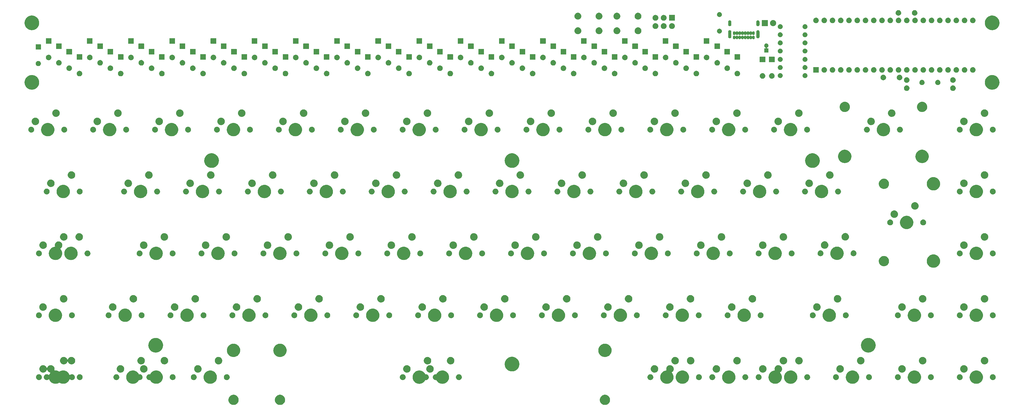
<source format=gbr>
G04 #@! TF.GenerationSoftware,KiCad,Pcbnew,5.99.0-unknown-0ad9ddb~86~ubuntu18.04.1*
G04 #@! TF.CreationDate,2019-10-04T15:38:38+01:00*
G04 #@! TF.ProjectId,discipline-pcb,64697363-6970-46c6-996e-652d7063622e,rev?*
G04 #@! TF.SameCoordinates,Original*
G04 #@! TF.FileFunction,Soldermask,Bot*
G04 #@! TF.FilePolarity,Negative*
%FSLAX46Y46*%
G04 Gerber Fmt 4.6, Leading zero omitted, Abs format (unit mm)*
G04 Created by KiCad (PCBNEW 5.99.0-unknown-0ad9ddb~86~ubuntu18.04.1) date 2019-10-04 15:38:38*
%MOMM*%
%LPD*%
G04 APERTURE LIST*
%ADD10C,0.100000*%
G04 APERTURE END LIST*
D10*
G36*
X141598351Y-171637750D02*
G01*
X141654934Y-171635774D01*
X141723260Y-171644405D01*
X141786705Y-171647786D01*
X141843445Y-171659588D01*
X141906384Y-171667539D01*
X141965941Y-171685068D01*
X142021317Y-171696586D01*
X142082152Y-171719270D01*
X142149520Y-171739098D01*
X142199343Y-171762969D01*
X142245839Y-171780307D01*
X142308669Y-171815350D01*
X142378088Y-171848610D01*
X142417844Y-171876241D01*
X142455114Y-171897028D01*
X142517466Y-171945480D01*
X142586207Y-171993256D01*
X142616113Y-172022135D01*
X142644336Y-172044067D01*
X142703519Y-172106542D01*
X142768523Y-172169316D01*
X142789324Y-172197121D01*
X142809128Y-172218027D01*
X142862269Y-172294629D01*
X142920344Y-172372260D01*
X142933252Y-172396951D01*
X142945715Y-172414916D01*
X142989903Y-172505313D01*
X143037766Y-172596867D01*
X143044391Y-172616784D01*
X143050951Y-172630203D01*
X143083306Y-172733765D01*
X143117767Y-172837358D01*
X143120023Y-172851290D01*
X143122411Y-172858932D01*
X143140196Y-172975843D01*
X143158288Y-173087546D01*
X143155289Y-173373951D01*
X143148823Y-173409179D01*
X143148274Y-173427691D01*
X143127966Y-173522821D01*
X143109537Y-173623236D01*
X143102031Y-173644316D01*
X143098625Y-173660270D01*
X143060778Y-173760167D01*
X143024517Y-173861999D01*
X143017056Y-173875570D01*
X143013729Y-173884352D01*
X142956720Y-173985320D01*
X142902417Y-174084097D01*
X142897123Y-174090873D01*
X142895913Y-174093016D01*
X142809597Y-174202901D01*
X142746379Y-174283817D01*
X142663832Y-174360256D01*
X142573065Y-174445343D01*
X142568752Y-174448302D01*
X142560416Y-174456021D01*
X142467773Y-174517573D01*
X142375459Y-174580900D01*
X142364508Y-174586182D01*
X142349314Y-174596277D01*
X142253025Y-174639956D01*
X142159630Y-174685004D01*
X142141371Y-174690604D01*
X142118503Y-174700977D01*
X142022461Y-174727071D01*
X141930536Y-174755263D01*
X141904790Y-174759042D01*
X141873921Y-174767429D01*
X141781400Y-174777153D01*
X141693446Y-174790063D01*
X141660484Y-174789862D01*
X141621861Y-174793921D01*
X141535608Y-174789099D01*
X141453820Y-174788599D01*
X141414418Y-174782323D01*
X141368808Y-174779773D01*
X141290985Y-174762663D01*
X141217174Y-174750906D01*
X141172564Y-174736626D01*
X141121272Y-174725349D01*
X141053464Y-174698502D01*
X140988956Y-174677853D01*
X140940801Y-174653896D01*
X140885621Y-174632049D01*
X140828795Y-174598174D01*
X140774411Y-174571118D01*
X140724742Y-174536145D01*
X140667919Y-174502272D01*
X140622461Y-174464128D01*
X140578482Y-174433162D01*
X140529639Y-174386241D01*
X140473767Y-174339359D01*
X140439445Y-174299597D01*
X140405671Y-174267152D01*
X140360237Y-174207834D01*
X140308158Y-174147500D01*
X140284212Y-174108576D01*
X140259960Y-174076913D01*
X140220632Y-174005228D01*
X140175355Y-173931631D01*
X140160553Y-173895720D01*
X140144700Y-173866823D01*
X140114222Y-173783311D01*
X140078773Y-173697306D01*
X140071470Y-173666168D01*
X140062548Y-173641722D01*
X140043625Y-173547452D01*
X140020898Y-173450554D01*
X140019146Y-173425503D01*
X140015388Y-173406780D01*
X140010593Y-173303178D01*
X140003219Y-173197723D01*
X140004871Y-173179565D01*
X140004309Y-173167412D01*
X140016110Y-173056072D01*
X140026189Y-172945318D01*
X140029015Y-172934310D01*
X140029566Y-172929115D01*
X140061192Y-172808990D01*
X140089219Y-172699832D01*
X140130415Y-172605538D01*
X140185935Y-172477546D01*
X140187243Y-172475465D01*
X140190687Y-172467582D01*
X140251771Y-172372798D01*
X140313451Y-172274662D01*
X140319591Y-172267561D01*
X140327982Y-172254541D01*
X140400293Y-172174232D01*
X140470184Y-172093405D01*
X140482606Y-172082814D01*
X140497572Y-172066193D01*
X140577102Y-172002249D01*
X140652537Y-171937935D01*
X140672314Y-171925697D01*
X140695094Y-171907381D01*
X140778244Y-171860145D01*
X140856301Y-171811842D01*
X140884078Y-171800023D01*
X140915466Y-171782192D01*
X140998954Y-171751143D01*
X141076804Y-171718018D01*
X141112758Y-171708820D01*
X141153019Y-171693847D01*
X141233834Y-171677845D01*
X141308952Y-171658628D01*
X141352795Y-171654291D01*
X141401640Y-171644619D01*
X141477237Y-171641979D01*
X141547418Y-171635036D01*
X141598351Y-171637750D01*
X141598351Y-171637750D01*
G37*
G36*
X127309203Y-171637750D02*
G01*
X127365786Y-171635774D01*
X127434112Y-171644405D01*
X127497557Y-171647786D01*
X127554297Y-171659588D01*
X127617236Y-171667539D01*
X127676793Y-171685068D01*
X127732169Y-171696586D01*
X127793004Y-171719270D01*
X127860372Y-171739098D01*
X127910195Y-171762969D01*
X127956691Y-171780307D01*
X128019521Y-171815350D01*
X128088940Y-171848610D01*
X128128696Y-171876241D01*
X128165966Y-171897028D01*
X128228318Y-171945480D01*
X128297059Y-171993256D01*
X128326965Y-172022135D01*
X128355188Y-172044067D01*
X128414371Y-172106542D01*
X128479375Y-172169316D01*
X128500176Y-172197121D01*
X128519980Y-172218027D01*
X128573121Y-172294629D01*
X128631196Y-172372260D01*
X128644104Y-172396951D01*
X128656567Y-172414916D01*
X128700755Y-172505313D01*
X128748618Y-172596867D01*
X128755243Y-172616784D01*
X128761803Y-172630203D01*
X128794158Y-172733765D01*
X128828619Y-172837358D01*
X128830875Y-172851290D01*
X128833263Y-172858932D01*
X128851048Y-172975843D01*
X128869140Y-173087546D01*
X128866141Y-173373951D01*
X128859675Y-173409179D01*
X128859126Y-173427691D01*
X128838818Y-173522821D01*
X128820389Y-173623236D01*
X128812883Y-173644316D01*
X128809477Y-173660270D01*
X128771630Y-173760167D01*
X128735369Y-173861999D01*
X128727908Y-173875570D01*
X128724581Y-173884352D01*
X128667572Y-173985320D01*
X128613269Y-174084097D01*
X128607975Y-174090873D01*
X128606765Y-174093016D01*
X128520449Y-174202901D01*
X128457231Y-174283817D01*
X128374684Y-174360256D01*
X128283917Y-174445343D01*
X128279604Y-174448302D01*
X128271268Y-174456021D01*
X128178625Y-174517573D01*
X128086311Y-174580900D01*
X128075360Y-174586182D01*
X128060166Y-174596277D01*
X127963877Y-174639956D01*
X127870482Y-174685004D01*
X127852223Y-174690604D01*
X127829355Y-174700977D01*
X127733313Y-174727071D01*
X127641388Y-174755263D01*
X127615642Y-174759042D01*
X127584773Y-174767429D01*
X127492252Y-174777153D01*
X127404298Y-174790063D01*
X127371336Y-174789862D01*
X127332713Y-174793921D01*
X127246460Y-174789099D01*
X127164672Y-174788599D01*
X127125270Y-174782323D01*
X127079660Y-174779773D01*
X127001837Y-174762663D01*
X126928026Y-174750906D01*
X126883416Y-174736626D01*
X126832124Y-174725349D01*
X126764316Y-174698502D01*
X126699808Y-174677853D01*
X126651653Y-174653896D01*
X126596473Y-174632049D01*
X126539647Y-174598174D01*
X126485263Y-174571118D01*
X126435594Y-174536145D01*
X126378771Y-174502272D01*
X126333313Y-174464128D01*
X126289334Y-174433162D01*
X126240491Y-174386241D01*
X126184619Y-174339359D01*
X126150297Y-174299597D01*
X126116523Y-174267152D01*
X126071089Y-174207834D01*
X126019010Y-174147500D01*
X125995064Y-174108576D01*
X125970812Y-174076913D01*
X125931484Y-174005228D01*
X125886207Y-173931631D01*
X125871405Y-173895720D01*
X125855552Y-173866823D01*
X125825074Y-173783311D01*
X125789625Y-173697306D01*
X125782322Y-173666168D01*
X125773400Y-173641722D01*
X125754477Y-173547452D01*
X125731750Y-173450554D01*
X125729998Y-173425503D01*
X125726240Y-173406780D01*
X125721445Y-173303178D01*
X125714071Y-173197723D01*
X125715723Y-173179565D01*
X125715161Y-173167412D01*
X125726962Y-173056072D01*
X125737041Y-172945318D01*
X125739867Y-172934310D01*
X125740418Y-172929115D01*
X125772044Y-172808990D01*
X125800071Y-172699832D01*
X125841267Y-172605538D01*
X125896787Y-172477546D01*
X125898095Y-172475465D01*
X125901539Y-172467582D01*
X125962623Y-172372798D01*
X126024303Y-172274662D01*
X126030443Y-172267561D01*
X126038834Y-172254541D01*
X126111145Y-172174232D01*
X126181036Y-172093405D01*
X126193458Y-172082814D01*
X126208424Y-172066193D01*
X126287954Y-172002249D01*
X126363389Y-171937935D01*
X126383166Y-171925697D01*
X126405946Y-171907381D01*
X126489096Y-171860145D01*
X126567153Y-171811842D01*
X126594930Y-171800023D01*
X126626318Y-171782192D01*
X126709806Y-171751143D01*
X126787656Y-171718018D01*
X126823610Y-171708820D01*
X126863871Y-171693847D01*
X126944686Y-171677845D01*
X127019804Y-171658628D01*
X127063647Y-171654291D01*
X127112492Y-171644619D01*
X127188089Y-171641979D01*
X127258270Y-171635036D01*
X127309203Y-171637750D01*
X127309203Y-171637750D01*
G37*
G36*
X241604826Y-171637517D02*
G01*
X241654734Y-171635774D01*
X241657127Y-171636076D01*
X241665786Y-171635774D01*
X241734113Y-171644406D01*
X241797557Y-171647786D01*
X241854297Y-171659588D01*
X241917236Y-171667539D01*
X241976793Y-171685068D01*
X242032169Y-171696586D01*
X242093004Y-171719270D01*
X242160372Y-171739098D01*
X242210195Y-171762969D01*
X242256691Y-171780307D01*
X242319521Y-171815350D01*
X242388940Y-171848610D01*
X242428696Y-171876241D01*
X242465966Y-171897028D01*
X242528318Y-171945480D01*
X242597059Y-171993256D01*
X242626965Y-172022135D01*
X242655188Y-172044067D01*
X242714371Y-172106542D01*
X242779375Y-172169316D01*
X242800176Y-172197121D01*
X242819980Y-172218027D01*
X242873121Y-172294629D01*
X242931196Y-172372260D01*
X242944104Y-172396951D01*
X242956567Y-172414916D01*
X243000755Y-172505313D01*
X243048618Y-172596867D01*
X243055243Y-172616784D01*
X243061803Y-172630203D01*
X243094158Y-172733765D01*
X243128619Y-172837358D01*
X243130875Y-172851290D01*
X243133263Y-172858932D01*
X243151048Y-172975843D01*
X243169140Y-173087546D01*
X243166141Y-173373951D01*
X243159675Y-173409179D01*
X243159126Y-173427691D01*
X243138818Y-173522821D01*
X243120389Y-173623236D01*
X243112883Y-173644316D01*
X243109477Y-173660270D01*
X243071630Y-173760167D01*
X243035369Y-173861999D01*
X243027908Y-173875570D01*
X243024581Y-173884352D01*
X242967572Y-173985320D01*
X242913269Y-174084097D01*
X242907975Y-174090873D01*
X242906765Y-174093016D01*
X242820449Y-174202901D01*
X242757231Y-174283817D01*
X242674684Y-174360256D01*
X242583917Y-174445343D01*
X242579604Y-174448302D01*
X242571268Y-174456021D01*
X242478625Y-174517573D01*
X242386311Y-174580900D01*
X242375360Y-174586182D01*
X242360166Y-174596277D01*
X242263877Y-174639956D01*
X242170482Y-174685004D01*
X242152223Y-174690604D01*
X242129355Y-174700977D01*
X242033313Y-174727071D01*
X241941388Y-174755263D01*
X241915642Y-174759042D01*
X241884773Y-174767429D01*
X241792254Y-174777153D01*
X241704299Y-174790063D01*
X241703198Y-174790056D01*
X241702309Y-174790118D01*
X241670732Y-174789925D01*
X241632713Y-174793921D01*
X241625499Y-174793518D01*
X241621661Y-174793921D01*
X241535406Y-174789099D01*
X241453620Y-174788599D01*
X241414218Y-174782323D01*
X241368608Y-174779773D01*
X241290785Y-174762663D01*
X241216974Y-174750906D01*
X241172364Y-174736626D01*
X241121072Y-174725349D01*
X241053264Y-174698502D01*
X240988756Y-174677853D01*
X240940601Y-174653896D01*
X240885421Y-174632049D01*
X240828595Y-174598174D01*
X240774211Y-174571118D01*
X240724542Y-174536145D01*
X240667719Y-174502272D01*
X240622261Y-174464128D01*
X240578282Y-174433162D01*
X240529439Y-174386241D01*
X240473567Y-174339359D01*
X240439245Y-174299597D01*
X240405471Y-174267152D01*
X240360037Y-174207834D01*
X240307958Y-174147500D01*
X240284012Y-174108576D01*
X240259760Y-174076913D01*
X240220432Y-174005228D01*
X240175155Y-173931631D01*
X240160353Y-173895720D01*
X240144500Y-173866823D01*
X240114022Y-173783311D01*
X240078573Y-173697306D01*
X240071270Y-173666168D01*
X240062348Y-173641722D01*
X240043425Y-173547452D01*
X240020698Y-173450554D01*
X240018946Y-173425503D01*
X240015188Y-173406780D01*
X240010393Y-173303178D01*
X240003019Y-173197723D01*
X240004671Y-173179565D01*
X240004109Y-173167412D01*
X240015910Y-173056072D01*
X240025989Y-172945318D01*
X240028815Y-172934310D01*
X240029366Y-172929115D01*
X240060992Y-172808990D01*
X240089019Y-172699832D01*
X240130215Y-172605538D01*
X240185735Y-172477546D01*
X240187043Y-172475465D01*
X240190487Y-172467582D01*
X240251571Y-172372798D01*
X240313251Y-172274662D01*
X240319391Y-172267561D01*
X240327782Y-172254541D01*
X240400093Y-172174232D01*
X240469984Y-172093405D01*
X240482406Y-172082814D01*
X240497372Y-172066193D01*
X240576902Y-172002249D01*
X240652337Y-171937935D01*
X240672114Y-171925697D01*
X240694894Y-171907381D01*
X240778044Y-171860145D01*
X240856101Y-171811842D01*
X240883878Y-171800023D01*
X240915266Y-171782192D01*
X240998754Y-171751143D01*
X241076604Y-171718018D01*
X241112558Y-171708820D01*
X241152819Y-171693847D01*
X241233634Y-171677845D01*
X241308752Y-171658628D01*
X241352595Y-171654291D01*
X241401440Y-171644619D01*
X241477038Y-171641979D01*
X241549523Y-171634808D01*
X241552655Y-171634737D01*
X241604826Y-171637517D01*
X241604826Y-171637517D01*
G37*
G36*
X184555922Y-164180925D02*
G01*
X184659018Y-164184525D01*
X184697607Y-164191329D01*
X184733772Y-164193985D01*
X184836480Y-164215816D01*
X184941500Y-164234334D01*
X184975362Y-164245336D01*
X185007309Y-164252127D01*
X185109573Y-164288945D01*
X185214301Y-164322973D01*
X185243088Y-164337013D01*
X185270427Y-164346856D01*
X185370026Y-164398925D01*
X185472111Y-164448715D01*
X185495697Y-164464624D01*
X185518257Y-164476418D01*
X185612926Y-164543696D01*
X185709912Y-164609114D01*
X185728394Y-164625755D01*
X185746208Y-164638415D01*
X185833651Y-164720529D01*
X185923075Y-164801047D01*
X185936754Y-164817349D01*
X185950063Y-164829847D01*
X186028009Y-164926103D01*
X186107452Y-165020779D01*
X186116832Y-165035789D01*
X186126053Y-165047177D01*
X186192309Y-165156578D01*
X186259454Y-165264033D01*
X186260864Y-165267199D01*
X186309349Y-165311528D01*
X186387708Y-165322034D01*
X186399726Y-165319742D01*
X186438095Y-165320010D01*
X186481784Y-165315418D01*
X186531686Y-165320663D01*
X186576421Y-165320975D01*
X186620244Y-165329970D01*
X186670144Y-165335215D01*
X186711916Y-165348788D01*
X186749507Y-165356504D01*
X186796635Y-165376315D01*
X186850272Y-165393743D01*
X186882883Y-165412571D01*
X186912398Y-165424978D01*
X186960085Y-165457143D01*
X187014295Y-165488441D01*
X187037610Y-165509434D01*
X187058885Y-165523784D01*
X187103967Y-165569182D01*
X187155045Y-165615173D01*
X187169787Y-165635463D01*
X187183392Y-165649164D01*
X187222427Y-165707917D01*
X187266370Y-165768399D01*
X187274005Y-165785548D01*
X187281172Y-165796335D01*
X187310649Y-165867852D01*
X187343405Y-165941422D01*
X187345995Y-165953605D01*
X187348508Y-165959703D01*
X187365076Y-166043377D01*
X187382783Y-166126681D01*
X187382783Y-166316079D01*
X187379899Y-166329649D01*
X187379814Y-166335711D01*
X187361126Y-166417965D01*
X187343405Y-166501338D01*
X187340913Y-166506935D01*
X187340862Y-166507160D01*
X187268994Y-166668577D01*
X187268862Y-166668765D01*
X187266370Y-166674361D01*
X187216264Y-166743326D01*
X187167141Y-166812962D01*
X187162369Y-166817506D01*
X187155045Y-166827587D01*
X187095180Y-166881490D01*
X187039180Y-166934818D01*
X187028248Y-166941756D01*
X187014295Y-166954319D01*
X186949548Y-166991701D01*
X186889995Y-167029494D01*
X186871993Y-167036477D01*
X186850272Y-167049017D01*
X186784899Y-167070258D01*
X186725252Y-167093394D01*
X186699984Y-167097849D01*
X186670144Y-167107545D01*
X186607879Y-167114089D01*
X186551244Y-167124075D01*
X186519243Y-167123405D01*
X186481784Y-167127342D01*
X186425685Y-167121446D01*
X186374779Y-167120380D01*
X186306799Y-167138804D01*
X186261475Y-167189968D01*
X186259454Y-167194507D01*
X186253877Y-167203432D01*
X186250774Y-167210209D01*
X186177121Y-167326267D01*
X186107452Y-167437761D01*
X186102991Y-167443078D01*
X186100928Y-167446328D01*
X186006739Y-167557786D01*
X185923075Y-167657493D01*
X185920589Y-167659732D01*
X185920427Y-167659923D01*
X185712605Y-167847047D01*
X185712398Y-167847188D01*
X185709912Y-167849426D01*
X185602095Y-167922150D01*
X185481313Y-168004233D01*
X185477861Y-168005947D01*
X185472111Y-168009825D01*
X185354015Y-168067424D01*
X185230825Y-168128576D01*
X185223759Y-168130954D01*
X185214301Y-168135567D01*
X185091176Y-168175573D01*
X184965781Y-168217773D01*
X184954925Y-168219844D01*
X184941500Y-168224206D01*
X184816712Y-168246209D01*
X184691085Y-168270174D01*
X184676452Y-168270941D01*
X184659018Y-168274015D01*
X184535468Y-168278330D01*
X184411817Y-168284810D01*
X184393632Y-168283283D01*
X184372353Y-168284026D01*
X184252625Y-168271442D01*
X184133147Y-168261409D01*
X184111827Y-168256644D01*
X184087085Y-168254043D01*
X183973539Y-168225733D01*
X183860224Y-168200404D01*
X183836368Y-168191532D01*
X183808766Y-168184650D01*
X183703466Y-168142106D01*
X183598119Y-168102928D01*
X183572511Y-168089197D01*
X183542812Y-168077198D01*
X183447432Y-168022130D01*
X183351659Y-167970777D01*
X183325239Y-167951582D01*
X183294402Y-167933778D01*
X183210362Y-167868119D01*
X183125420Y-167806405D01*
X183099249Y-167781308D01*
X183068369Y-167757182D01*
X182996712Y-167682979D01*
X182923580Y-167612848D01*
X182898820Y-167581608D01*
X182869113Y-167550846D01*
X182810535Y-167470221D01*
X182749874Y-167393685D01*
X182727754Y-167356282D01*
X182700513Y-167318788D01*
X182655372Y-167233891D01*
X182607519Y-167152975D01*
X182589286Y-167109601D01*
X182565850Y-167065524D01*
X182534174Y-166978495D01*
X182499151Y-166895179D01*
X182486040Y-166846247D01*
X182467745Y-166795983D01*
X182449226Y-166708858D01*
X182426770Y-166625051D01*
X182419969Y-166571211D01*
X182408108Y-166515411D01*
X182402142Y-166430100D01*
X182391722Y-166347612D01*
X182392328Y-166289748D01*
X182388099Y-166229270D01*
X182393818Y-166147482D01*
X182394651Y-166067975D01*
X182403630Y-166007171D01*
X182408108Y-165943129D01*
X182424416Y-165866405D01*
X182435503Y-165791324D01*
X182453656Y-165728839D01*
X182467745Y-165662557D01*
X182493355Y-165592194D01*
X182513523Y-165522775D01*
X182541458Y-165460031D01*
X182565850Y-165393016D01*
X182599332Y-165330046D01*
X182627266Y-165267305D01*
X182665358Y-165205868D01*
X182700513Y-165139752D01*
X182740340Y-165084935D01*
X182774631Y-165029629D01*
X182823012Y-164971147D01*
X182869113Y-164907694D01*
X182913707Y-164861515D01*
X182952888Y-164814154D01*
X183011415Y-164760336D01*
X183068369Y-164701358D01*
X183116146Y-164664030D01*
X183158734Y-164624869D01*
X183226992Y-164577428D01*
X183294402Y-164524762D01*
X183343822Y-164496230D01*
X183388375Y-164465264D01*
X183465666Y-164425882D01*
X183542812Y-164381342D01*
X183592411Y-164361303D01*
X183637543Y-164338307D01*
X183722894Y-164308584D01*
X183808766Y-164273890D01*
X183857197Y-164261815D01*
X183901637Y-164246339D01*
X183993800Y-164227756D01*
X184087085Y-164204497D01*
X184133175Y-164199653D01*
X184175775Y-164191063D01*
X184273243Y-164184931D01*
X184372353Y-164174514D01*
X184415093Y-164176007D01*
X184454871Y-164173504D01*
X184555922Y-164180925D01*
X184555922Y-164180925D01*
G37*
G36*
X294990804Y-162528382D02*
G01*
X295014585Y-162527635D01*
X295092983Y-162539212D01*
X295174562Y-162547858D01*
X295197309Y-162554617D01*
X295217845Y-162557650D01*
X295295816Y-162583890D01*
X295377337Y-162608115D01*
X295395775Y-162617530D01*
X295412579Y-162623185D01*
X295487317Y-162664274D01*
X295565736Y-162704316D01*
X295579755Y-162715093D01*
X295592623Y-162722167D01*
X295661252Y-162777741D01*
X295733449Y-162833240D01*
X295743238Y-162844131D01*
X295752300Y-162851469D01*
X295812001Y-162920634D01*
X295874859Y-162990567D01*
X295880921Y-163000479D01*
X295886555Y-163007006D01*
X295934630Y-163088296D01*
X295985230Y-163171030D01*
X295988298Y-163179043D01*
X295991146Y-163183859D01*
X296025216Y-163275469D01*
X296060866Y-163368585D01*
X296061870Y-163374030D01*
X296062762Y-163376428D01*
X296080678Y-163476002D01*
X296099235Y-163576615D01*
X296091885Y-163848246D01*
X296068080Y-163947018D01*
X296045276Y-164044244D01*
X296043860Y-164047517D01*
X296042322Y-164053897D01*
X296002016Y-164144214D01*
X295963675Y-164232816D01*
X295960020Y-164238317D01*
X295956113Y-164247072D01*
X295901693Y-164326106D01*
X295849973Y-164403950D01*
X295843302Y-164410906D01*
X295836144Y-164421302D01*
X295770322Y-164487009D01*
X295707766Y-164552242D01*
X295697513Y-164559691D01*
X295686433Y-164570752D01*
X295612181Y-164621688D01*
X295535072Y-164677712D01*
X295492063Y-164733488D01*
X295486036Y-164803662D01*
X295511402Y-164857502D01*
X295560570Y-164918219D01*
X295640007Y-165012889D01*
X295649387Y-165027899D01*
X295658608Y-165039287D01*
X295724870Y-165148698D01*
X295792009Y-165256143D01*
X295797749Y-165269036D01*
X295803475Y-165278490D01*
X295855986Y-165399837D01*
X295908678Y-165518184D01*
X295911583Y-165528314D01*
X295914540Y-165535148D01*
X295951506Y-165667543D01*
X295987741Y-165793912D01*
X295988706Y-165800780D01*
X295989743Y-165804493D01*
X296009554Y-165949117D01*
X296027662Y-166077960D01*
X296027662Y-166364800D01*
X296024389Y-166388090D01*
X296024214Y-166404778D01*
X296004945Y-166526440D01*
X295987741Y-166648848D01*
X295982862Y-166665862D01*
X295980570Y-166680335D01*
X295943605Y-166802770D01*
X295908678Y-166924576D01*
X295902937Y-166937472D01*
X295899743Y-166948049D01*
X295844682Y-167068313D01*
X295792009Y-167186617D01*
X295786430Y-167195545D01*
X295783327Y-167202323D01*
X295709659Y-167318405D01*
X295640007Y-167429871D01*
X295635546Y-167435188D01*
X295633483Y-167438438D01*
X295539294Y-167549896D01*
X295455630Y-167649603D01*
X295453144Y-167651842D01*
X295452982Y-167652033D01*
X295245160Y-167839157D01*
X295244953Y-167839298D01*
X295242467Y-167841536D01*
X295134650Y-167914260D01*
X295013868Y-167996343D01*
X295010416Y-167998057D01*
X295004666Y-168001935D01*
X294886570Y-168059534D01*
X294763380Y-168120686D01*
X294756314Y-168123064D01*
X294746856Y-168127677D01*
X294623731Y-168167683D01*
X294498336Y-168209883D01*
X294487480Y-168211954D01*
X294474055Y-168216316D01*
X294349267Y-168238319D01*
X294223640Y-168262284D01*
X294209007Y-168263051D01*
X294191573Y-168266125D01*
X294068023Y-168270440D01*
X293944372Y-168276920D01*
X293926187Y-168275393D01*
X293904908Y-168276136D01*
X293785180Y-168263552D01*
X293665702Y-168253519D01*
X293644382Y-168248754D01*
X293619640Y-168246153D01*
X293506094Y-168217843D01*
X293392779Y-168192514D01*
X293368923Y-168183642D01*
X293341321Y-168176760D01*
X293236021Y-168134216D01*
X293130674Y-168095038D01*
X293105066Y-168081307D01*
X293075367Y-168069308D01*
X292979987Y-168014240D01*
X292884214Y-167962887D01*
X292857794Y-167943692D01*
X292826957Y-167925888D01*
X292742917Y-167860229D01*
X292657975Y-167798515D01*
X292631804Y-167773418D01*
X292600924Y-167749292D01*
X292529267Y-167675089D01*
X292456135Y-167604958D01*
X292431375Y-167573718D01*
X292401668Y-167542956D01*
X292343090Y-167462331D01*
X292282429Y-167385795D01*
X292260309Y-167348392D01*
X292233068Y-167310898D01*
X292187927Y-167226001D01*
X292140074Y-167145085D01*
X292121841Y-167101711D01*
X292098405Y-167057634D01*
X292066729Y-166970605D01*
X292031706Y-166887289D01*
X292018595Y-166838357D01*
X292000300Y-166788093D01*
X291981781Y-166700968D01*
X291959325Y-166617161D01*
X291952524Y-166563321D01*
X291940663Y-166507521D01*
X291934697Y-166422210D01*
X291924277Y-166339722D01*
X291924883Y-166281858D01*
X291920654Y-166221380D01*
X291926373Y-166139592D01*
X291927206Y-166060085D01*
X291936185Y-165999281D01*
X291940663Y-165935239D01*
X291956971Y-165858515D01*
X291968058Y-165783434D01*
X291986211Y-165720949D01*
X292000300Y-165654667D01*
X292025910Y-165584304D01*
X292046078Y-165514885D01*
X292074013Y-165452141D01*
X292098405Y-165385126D01*
X292131887Y-165322156D01*
X292159821Y-165259415D01*
X292197913Y-165197978D01*
X292233068Y-165131862D01*
X292272895Y-165077045D01*
X292307186Y-165021739D01*
X292355567Y-164963257D01*
X292401668Y-164899804D01*
X292446262Y-164853625D01*
X292485443Y-164806264D01*
X292543970Y-164752446D01*
X292600924Y-164693468D01*
X292648701Y-164656140D01*
X292691289Y-164616979D01*
X292759547Y-164569538D01*
X292826957Y-164516872D01*
X292876377Y-164488340D01*
X292920930Y-164457374D01*
X292998221Y-164417992D01*
X293075367Y-164373452D01*
X293124966Y-164353413D01*
X293170098Y-164330417D01*
X293255449Y-164300694D01*
X293341321Y-164266000D01*
X293389752Y-164253925D01*
X293434192Y-164238449D01*
X293526354Y-164219866D01*
X293619640Y-164196607D01*
X293665731Y-164191763D01*
X293708331Y-164183173D01*
X293734108Y-164181551D01*
X293800309Y-164157504D01*
X293842999Y-164101484D01*
X293847651Y-164026982D01*
X293843744Y-164011076D01*
X293827451Y-163964938D01*
X293818587Y-163908658D01*
X293805698Y-163856183D01*
X293802622Y-163807283D01*
X293794541Y-163755975D01*
X293796001Y-163702037D01*
X293792798Y-163651132D01*
X293798776Y-163599465D01*
X293800263Y-163544513D01*
X293810899Y-163494688D01*
X293816414Y-163447024D01*
X293832320Y-163394340D01*
X293844425Y-163337635D01*
X293862803Y-163293375D01*
X293875798Y-163250335D01*
X293902154Y-163198609D01*
X293925548Y-163142270D01*
X293950041Y-163104626D01*
X293969078Y-163067264D01*
X294006000Y-163018620D01*
X294040915Y-162964959D01*
X294069774Y-162934601D01*
X294093299Y-162903608D01*
X294140477Y-162860226D01*
X294186663Y-162811641D01*
X294218130Y-162788821D01*
X294244544Y-162764532D01*
X294301211Y-162728570D01*
X294357910Y-162687451D01*
X294390269Y-162672051D01*
X294418018Y-162654441D01*
X294482968Y-162627935D01*
X294548921Y-162596548D01*
X294580622Y-162588083D01*
X294608254Y-162576807D01*
X294679835Y-162561592D01*
X294753300Y-162541976D01*
X294782995Y-162539665D01*
X294809224Y-162534090D01*
X294885399Y-162531696D01*
X294964201Y-162525563D01*
X294990804Y-162528382D01*
X294990804Y-162528382D01*
G37*
G36*
X71112976Y-162524451D02*
G01*
X71136757Y-162523704D01*
X71215155Y-162535281D01*
X71296734Y-162543927D01*
X71319481Y-162550686D01*
X71340017Y-162553719D01*
X71417988Y-162579959D01*
X71499509Y-162604184D01*
X71517947Y-162613599D01*
X71534751Y-162619254D01*
X71609489Y-162660343D01*
X71687908Y-162700385D01*
X71701927Y-162711162D01*
X71714795Y-162718236D01*
X71783424Y-162773810D01*
X71855621Y-162829309D01*
X71865410Y-162840200D01*
X71874472Y-162847538D01*
X71934173Y-162916703D01*
X71997031Y-162986636D01*
X72003093Y-162996548D01*
X72008727Y-163003075D01*
X72056802Y-163084365D01*
X72107402Y-163167099D01*
X72110470Y-163175112D01*
X72113318Y-163179928D01*
X72147388Y-163271538D01*
X72183038Y-163364654D01*
X72184042Y-163370099D01*
X72184934Y-163372497D01*
X72202850Y-163472071D01*
X72221407Y-163572684D01*
X72214057Y-163844315D01*
X72190249Y-163943100D01*
X72170926Y-164025484D01*
X72174812Y-164095809D01*
X72216103Y-164152869D01*
X72300470Y-164178780D01*
X72328130Y-164177040D01*
X72427230Y-164166624D01*
X72469969Y-164168117D01*
X72509747Y-164165614D01*
X72610798Y-164173035D01*
X72713895Y-164176635D01*
X72752484Y-164183439D01*
X72788649Y-164186095D01*
X72891357Y-164207926D01*
X72996377Y-164226444D01*
X73030239Y-164237446D01*
X73062186Y-164244237D01*
X73164450Y-164281055D01*
X73269178Y-164315083D01*
X73297965Y-164329123D01*
X73325304Y-164338966D01*
X73424909Y-164391038D01*
X73526988Y-164440825D01*
X73550571Y-164456732D01*
X73573135Y-164468528D01*
X73615076Y-164498335D01*
X73681657Y-164521309D01*
X73750239Y-164501562D01*
X73779948Y-164484409D01*
X73824502Y-164453443D01*
X73901793Y-164414061D01*
X73978939Y-164369521D01*
X74028538Y-164349482D01*
X74073670Y-164326486D01*
X74159021Y-164296763D01*
X74244893Y-164262069D01*
X74293324Y-164249994D01*
X74337764Y-164234518D01*
X74429927Y-164215935D01*
X74523212Y-164192676D01*
X74569302Y-164187832D01*
X74611902Y-164179242D01*
X74709370Y-164173110D01*
X74808480Y-164162693D01*
X74851220Y-164164186D01*
X74890998Y-164161683D01*
X74992049Y-164169104D01*
X75095145Y-164172704D01*
X75133734Y-164179508D01*
X75169899Y-164182164D01*
X75272607Y-164203995D01*
X75377627Y-164222513D01*
X75411489Y-164233515D01*
X75443436Y-164240306D01*
X75545700Y-164277124D01*
X75650428Y-164311152D01*
X75679215Y-164325192D01*
X75706554Y-164335035D01*
X75806153Y-164387104D01*
X75908238Y-164436894D01*
X75931824Y-164452803D01*
X75954384Y-164464597D01*
X76049053Y-164531875D01*
X76146039Y-164597293D01*
X76164521Y-164613934D01*
X76182335Y-164626594D01*
X76269778Y-164708708D01*
X76359202Y-164789226D01*
X76372881Y-164805528D01*
X76386190Y-164818026D01*
X76464136Y-164914282D01*
X76543579Y-165008958D01*
X76552959Y-165023968D01*
X76562180Y-165035356D01*
X76628447Y-165144775D01*
X76695581Y-165252212D01*
X76701320Y-165265102D01*
X76707051Y-165274565D01*
X76759612Y-165396028D01*
X76801242Y-165489530D01*
X76843858Y-165540745D01*
X76911027Y-165561935D01*
X77000984Y-165526269D01*
X77011680Y-165515795D01*
X77027832Y-165505226D01*
X77046473Y-165488441D01*
X77106010Y-165454068D01*
X77159535Y-165419042D01*
X77183324Y-165409430D01*
X77210496Y-165393743D01*
X77270029Y-165374399D01*
X77323360Y-165352852D01*
X77354804Y-165346854D01*
X77390624Y-165335215D01*
X77446728Y-165329318D01*
X77496929Y-165319742D01*
X77535296Y-165320010D01*
X77578984Y-165315418D01*
X77628886Y-165320663D01*
X77673621Y-165320975D01*
X77717444Y-165329970D01*
X77767344Y-165335215D01*
X77809116Y-165348788D01*
X77846707Y-165356504D01*
X77893835Y-165376315D01*
X77947472Y-165393743D01*
X77980083Y-165412571D01*
X78009598Y-165424978D01*
X78057285Y-165457143D01*
X78111495Y-165488441D01*
X78134810Y-165509434D01*
X78156085Y-165523784D01*
X78201167Y-165569182D01*
X78252245Y-165615173D01*
X78266987Y-165635463D01*
X78280592Y-165649164D01*
X78319627Y-165707917D01*
X78363570Y-165768399D01*
X78371205Y-165785548D01*
X78378372Y-165796335D01*
X78407849Y-165867852D01*
X78440605Y-165941422D01*
X78443195Y-165953605D01*
X78445708Y-165959703D01*
X78462276Y-166043377D01*
X78479983Y-166126681D01*
X78479983Y-166316079D01*
X78477099Y-166329649D01*
X78477014Y-166335711D01*
X78458326Y-166417965D01*
X78440605Y-166501338D01*
X78438113Y-166506935D01*
X78438062Y-166507160D01*
X78366194Y-166668577D01*
X78366062Y-166668765D01*
X78363570Y-166674361D01*
X78313464Y-166743326D01*
X78264341Y-166812962D01*
X78259569Y-166817506D01*
X78252245Y-166827587D01*
X78192380Y-166881490D01*
X78136380Y-166934818D01*
X78125448Y-166941756D01*
X78111495Y-166954319D01*
X78046748Y-166991701D01*
X77987195Y-167029494D01*
X77969193Y-167036477D01*
X77947472Y-167049017D01*
X77882099Y-167070258D01*
X77822452Y-167093394D01*
X77797184Y-167097849D01*
X77767344Y-167107545D01*
X77705079Y-167114089D01*
X77648444Y-167124075D01*
X77616443Y-167123405D01*
X77578984Y-167127342D01*
X77522886Y-167121446D01*
X77471783Y-167120376D01*
X77434307Y-167112136D01*
X77390624Y-167107545D01*
X77342901Y-167092039D01*
X77299209Y-167082432D01*
X77258214Y-167064522D01*
X77210496Y-167049017D01*
X77172457Y-167027055D01*
X77137294Y-167011693D01*
X77095322Y-166982522D01*
X77046473Y-166954319D01*
X77018487Y-166929121D01*
X76983224Y-166904612D01*
X76916407Y-166882338D01*
X76848154Y-166899724D01*
X76798232Y-166955220D01*
X76748255Y-167064378D01*
X76695581Y-167182686D01*
X76690002Y-167191614D01*
X76686899Y-167198392D01*
X76613231Y-167314474D01*
X76543579Y-167425940D01*
X76539118Y-167431257D01*
X76537055Y-167434507D01*
X76442866Y-167545965D01*
X76359202Y-167645672D01*
X76356716Y-167647911D01*
X76356554Y-167648102D01*
X76148732Y-167835226D01*
X76148525Y-167835367D01*
X76146039Y-167837605D01*
X76038222Y-167910329D01*
X75917440Y-167992412D01*
X75913988Y-167994126D01*
X75908238Y-167998004D01*
X75790142Y-168055603D01*
X75666952Y-168116755D01*
X75659886Y-168119133D01*
X75650428Y-168123746D01*
X75527303Y-168163752D01*
X75401908Y-168205952D01*
X75391052Y-168208023D01*
X75377627Y-168212385D01*
X75252839Y-168234388D01*
X75127212Y-168258353D01*
X75112579Y-168259120D01*
X75095145Y-168262194D01*
X74971595Y-168266509D01*
X74847944Y-168272989D01*
X74829759Y-168271462D01*
X74808480Y-168272205D01*
X74688752Y-168259621D01*
X74569274Y-168249588D01*
X74547954Y-168244823D01*
X74523212Y-168242222D01*
X74409666Y-168213912D01*
X74296351Y-168188583D01*
X74272495Y-168179711D01*
X74244893Y-168172829D01*
X74139593Y-168130285D01*
X74034246Y-168091107D01*
X74008639Y-168077377D01*
X73978939Y-168065377D01*
X73883548Y-168010303D01*
X73787791Y-167958958D01*
X73763848Y-167941563D01*
X73697511Y-167917895D01*
X73620116Y-167939306D01*
X73536190Y-167996343D01*
X73532738Y-167998057D01*
X73526988Y-168001935D01*
X73408892Y-168059534D01*
X73285702Y-168120686D01*
X73278636Y-168123064D01*
X73269178Y-168127677D01*
X73146053Y-168167683D01*
X73020658Y-168209883D01*
X73009802Y-168211954D01*
X72996377Y-168216316D01*
X72871589Y-168238319D01*
X72745962Y-168262284D01*
X72731329Y-168263051D01*
X72713895Y-168266125D01*
X72590345Y-168270440D01*
X72466694Y-168276920D01*
X72448509Y-168275393D01*
X72427230Y-168276136D01*
X72307502Y-168263552D01*
X72188024Y-168253519D01*
X72166704Y-168248754D01*
X72141962Y-168246153D01*
X72028416Y-168217843D01*
X71915101Y-168192514D01*
X71891245Y-168183642D01*
X71863643Y-168176760D01*
X71758343Y-168134216D01*
X71652996Y-168095038D01*
X71627388Y-168081307D01*
X71597689Y-168069308D01*
X71502309Y-168014240D01*
X71406536Y-167962887D01*
X71380116Y-167943692D01*
X71349279Y-167925888D01*
X71265239Y-167860229D01*
X71180297Y-167798515D01*
X71154126Y-167773418D01*
X71123246Y-167749292D01*
X71051589Y-167675089D01*
X70978457Y-167604958D01*
X70953697Y-167573718D01*
X70923990Y-167542956D01*
X70865412Y-167462331D01*
X70804751Y-167385795D01*
X70782631Y-167348392D01*
X70755390Y-167310898D01*
X70710249Y-167226001D01*
X70662396Y-167145085D01*
X70644163Y-167101710D01*
X70620727Y-167057634D01*
X70589054Y-166970613D01*
X70581188Y-166951901D01*
X70536707Y-166897291D01*
X70469763Y-166875399D01*
X70379754Y-166909819D01*
X70357630Y-166930887D01*
X70346698Y-166937825D01*
X70332745Y-166950388D01*
X70267998Y-166987770D01*
X70208445Y-167025563D01*
X70190443Y-167032546D01*
X70168722Y-167045086D01*
X70103349Y-167066327D01*
X70043702Y-167089463D01*
X70018434Y-167093918D01*
X69988594Y-167103614D01*
X69926329Y-167110158D01*
X69869694Y-167120144D01*
X69837693Y-167119474D01*
X69800234Y-167123411D01*
X69744136Y-167117515D01*
X69693033Y-167116445D01*
X69655557Y-167108205D01*
X69611874Y-167103614D01*
X69564151Y-167088108D01*
X69520459Y-167078501D01*
X69479464Y-167060591D01*
X69431746Y-167045086D01*
X69393707Y-167023124D01*
X69358544Y-167007762D01*
X69316571Y-166978590D01*
X69267723Y-166950388D01*
X69239738Y-166925190D01*
X69213449Y-166906919D01*
X69173491Y-166865541D01*
X69126973Y-166823656D01*
X69108530Y-166798272D01*
X69090707Y-166779815D01*
X69056055Y-166726046D01*
X69015648Y-166670430D01*
X69005446Y-166647515D01*
X68994988Y-166631288D01*
X68969023Y-166565710D01*
X68938613Y-166497407D01*
X68934710Y-166479045D01*
X68929941Y-166467000D01*
X68915974Y-166390897D01*
X68899235Y-166312148D01*
X68899235Y-166299695D01*
X68898045Y-166293211D01*
X68899235Y-166207984D01*
X68899235Y-166122750D01*
X68900509Y-166116757D01*
X68900512Y-166116526D01*
X68937249Y-165943695D01*
X68937339Y-165943485D01*
X68938613Y-165937491D01*
X68973276Y-165859637D01*
X69006856Y-165781288D01*
X69010582Y-165775846D01*
X69015648Y-165764468D01*
X69062980Y-165699321D01*
X69106686Y-165635490D01*
X69115940Y-165626428D01*
X69126973Y-165611242D01*
X69182531Y-165561218D01*
X69232927Y-165511866D01*
X69249082Y-165501295D01*
X69267723Y-165484510D01*
X69327260Y-165450136D01*
X69380785Y-165415111D01*
X69404574Y-165405499D01*
X69431746Y-165389812D01*
X69491279Y-165370468D01*
X69544610Y-165348921D01*
X69576054Y-165342923D01*
X69611874Y-165331284D01*
X69667978Y-165325387D01*
X69718179Y-165315811D01*
X69756546Y-165316079D01*
X69800234Y-165311487D01*
X69850136Y-165316732D01*
X69894871Y-165317044D01*
X69938694Y-165326039D01*
X69988594Y-165331284D01*
X70030366Y-165344857D01*
X70067957Y-165352573D01*
X70115085Y-165372384D01*
X70168722Y-165389812D01*
X70201333Y-165408640D01*
X70230848Y-165421047D01*
X70278535Y-165453212D01*
X70332745Y-165484510D01*
X70356060Y-165505503D01*
X70377335Y-165519853D01*
X70379091Y-165521621D01*
X70383803Y-165524216D01*
X70387497Y-165526707D01*
X70387722Y-165526373D01*
X70440789Y-165555592D01*
X70511059Y-165550813D01*
X70581979Y-165484385D01*
X70596337Y-165452136D01*
X70620727Y-165385126D01*
X70654208Y-165322157D01*
X70682143Y-165259415D01*
X70720235Y-165197978D01*
X70755390Y-165131862D01*
X70795217Y-165077045D01*
X70829508Y-165021739D01*
X70852411Y-164994054D01*
X70880199Y-164929335D01*
X70868585Y-164859866D01*
X70821258Y-164807704D01*
X70814144Y-164804654D01*
X70814139Y-164804653D01*
X70742787Y-164781401D01*
X70673077Y-164762722D01*
X70645164Y-164749587D01*
X70613011Y-164739109D01*
X70549736Y-164704682D01*
X70487171Y-164675241D01*
X70459556Y-164655616D01*
X70427195Y-164638009D01*
X70373595Y-164594527D01*
X70319693Y-164556221D01*
X70293871Y-164529853D01*
X70262915Y-164504740D01*
X70220091Y-164454511D01*
X70175939Y-164409424D01*
X70153494Y-164376397D01*
X70125672Y-164343764D01*
X70094221Y-164289179D01*
X70060450Y-164239487D01*
X70042980Y-164200249D01*
X70020062Y-164160474D01*
X70000090Y-164103916D01*
X69994348Y-164091021D01*
X69948733Y-164037355D01*
X69881346Y-164016870D01*
X69813580Y-164036069D01*
X69766906Y-164090507D01*
X69742932Y-164144228D01*
X69704597Y-164232816D01*
X69700942Y-164238317D01*
X69697035Y-164247072D01*
X69642615Y-164326106D01*
X69590895Y-164403950D01*
X69584224Y-164410906D01*
X69577066Y-164421302D01*
X69511244Y-164487009D01*
X69448688Y-164552242D01*
X69438435Y-164559691D01*
X69427355Y-164570752D01*
X69353100Y-164621691D01*
X69282464Y-164673011D01*
X69268327Y-164679845D01*
X69252916Y-164690417D01*
X69173346Y-164725761D01*
X69097477Y-164762437D01*
X69079434Y-164767475D01*
X69059590Y-164776289D01*
X68977846Y-164795838D01*
X68899586Y-164817689D01*
X68877915Y-164819737D01*
X68853853Y-164825492D01*
X68772905Y-164829664D01*
X68695038Y-164837024D01*
X68670333Y-164834949D01*
X68642594Y-164836379D01*
X68565205Y-164826122D01*
X68490292Y-164819831D01*
X68463420Y-164812631D01*
X68432889Y-164808584D01*
X68361535Y-164785331D01*
X68291827Y-164766653D01*
X68263914Y-164753518D01*
X68231761Y-164743040D01*
X68168486Y-164708613D01*
X68105921Y-164679172D01*
X68078306Y-164659547D01*
X68045945Y-164641940D01*
X67992345Y-164598458D01*
X67938443Y-164560152D01*
X67912621Y-164533784D01*
X67881665Y-164508671D01*
X67838841Y-164458442D01*
X67794689Y-164413355D01*
X67772244Y-164380328D01*
X67744422Y-164347695D01*
X67712971Y-164293110D01*
X67679200Y-164243418D01*
X67661730Y-164204180D01*
X67638812Y-164164405D01*
X67618838Y-164107844D01*
X67595631Y-164055720D01*
X67584664Y-164011070D01*
X67568373Y-163964938D01*
X67559510Y-163908663D01*
X67546620Y-163856184D01*
X67543544Y-163807283D01*
X67535463Y-163755975D01*
X67536923Y-163702037D01*
X67533720Y-163651132D01*
X67539698Y-163599465D01*
X67541185Y-163544513D01*
X67551821Y-163494688D01*
X67557336Y-163447024D01*
X67573242Y-163394340D01*
X67585347Y-163337635D01*
X67603725Y-163293375D01*
X67616720Y-163250335D01*
X67643076Y-163198609D01*
X67666470Y-163142270D01*
X67690963Y-163104626D01*
X67710000Y-163067264D01*
X67746922Y-163018620D01*
X67781837Y-162964959D01*
X67810696Y-162934601D01*
X67834221Y-162903608D01*
X67881399Y-162860226D01*
X67927585Y-162811641D01*
X67959052Y-162788821D01*
X67985466Y-162764532D01*
X68042133Y-162728570D01*
X68098832Y-162687451D01*
X68131191Y-162672051D01*
X68158940Y-162654441D01*
X68223890Y-162627935D01*
X68289843Y-162596548D01*
X68321544Y-162588083D01*
X68349176Y-162576807D01*
X68420757Y-162561592D01*
X68494222Y-162541976D01*
X68523917Y-162539665D01*
X68550146Y-162534090D01*
X68626321Y-162531696D01*
X68705123Y-162525563D01*
X68731726Y-162528382D01*
X68755507Y-162527635D01*
X68833905Y-162539212D01*
X68915484Y-162547858D01*
X68938231Y-162554617D01*
X68958767Y-162557650D01*
X69036738Y-162583890D01*
X69118259Y-162608115D01*
X69136697Y-162617530D01*
X69153501Y-162623185D01*
X69228239Y-162664274D01*
X69306658Y-162704316D01*
X69320677Y-162715093D01*
X69333545Y-162722167D01*
X69402174Y-162777741D01*
X69474371Y-162833240D01*
X69484160Y-162844131D01*
X69493222Y-162851469D01*
X69552923Y-162920634D01*
X69615781Y-162990567D01*
X69621843Y-163000479D01*
X69627477Y-163007006D01*
X69675552Y-163088296D01*
X69726152Y-163171030D01*
X69729220Y-163179043D01*
X69732068Y-163183859D01*
X69759780Y-163258374D01*
X69801935Y-163314799D01*
X69867903Y-163339475D01*
X69936740Y-163324569D01*
X69992409Y-163256089D01*
X69992906Y-163256342D01*
X69994086Y-163254026D01*
X69996603Y-163250930D01*
X69997969Y-163246405D01*
X70024327Y-163194674D01*
X70047720Y-163138339D01*
X70072212Y-163100696D01*
X70091250Y-163063333D01*
X70128172Y-163014689D01*
X70163087Y-162961028D01*
X70191946Y-162930670D01*
X70215471Y-162899677D01*
X70262649Y-162856295D01*
X70308835Y-162807710D01*
X70340302Y-162784890D01*
X70366716Y-162760601D01*
X70423383Y-162724639D01*
X70480082Y-162683520D01*
X70512441Y-162668120D01*
X70540190Y-162650510D01*
X70605140Y-162624004D01*
X70671093Y-162592617D01*
X70702794Y-162584152D01*
X70730426Y-162572876D01*
X70802007Y-162557661D01*
X70875472Y-162538045D01*
X70905167Y-162535734D01*
X70931396Y-162530159D01*
X71007571Y-162527765D01*
X71086373Y-162521632D01*
X71112976Y-162524451D01*
X71112976Y-162524451D01*
G37*
G36*
X96423399Y-164173035D02*
G01*
X96526495Y-164176635D01*
X96565084Y-164183439D01*
X96601249Y-164186095D01*
X96703957Y-164207926D01*
X96808977Y-164226444D01*
X96842839Y-164237446D01*
X96874786Y-164244237D01*
X96977050Y-164281055D01*
X97081778Y-164315083D01*
X97110565Y-164329123D01*
X97137904Y-164338966D01*
X97237503Y-164391035D01*
X97339588Y-164440825D01*
X97363174Y-164456734D01*
X97385734Y-164468528D01*
X97480403Y-164535806D01*
X97577389Y-164601224D01*
X97595871Y-164617865D01*
X97613685Y-164630525D01*
X97701128Y-164712639D01*
X97790552Y-164793157D01*
X97804231Y-164809459D01*
X97817540Y-164821957D01*
X97895486Y-164918212D01*
X97974929Y-165012889D01*
X97984309Y-165027900D01*
X97993534Y-165039292D01*
X98059835Y-165148767D01*
X98126931Y-165256143D01*
X98132411Y-165268451D01*
X98184186Y-165315789D01*
X98260844Y-165326067D01*
X98267299Y-165325388D01*
X98317509Y-165315811D01*
X98355877Y-165316079D01*
X98399565Y-165311487D01*
X98449467Y-165316732D01*
X98494202Y-165317044D01*
X98538025Y-165326039D01*
X98587925Y-165331284D01*
X98629697Y-165344857D01*
X98667288Y-165352573D01*
X98714416Y-165372384D01*
X98768053Y-165389812D01*
X98800664Y-165408640D01*
X98830179Y-165421047D01*
X98877866Y-165453212D01*
X98932076Y-165484510D01*
X98955391Y-165505503D01*
X98976666Y-165519853D01*
X99021748Y-165565251D01*
X99072826Y-165611242D01*
X99087568Y-165631532D01*
X99101173Y-165645233D01*
X99140208Y-165703986D01*
X99184151Y-165764468D01*
X99191786Y-165781617D01*
X99198953Y-165792404D01*
X99228430Y-165863921D01*
X99261186Y-165937491D01*
X99263776Y-165949674D01*
X99266289Y-165955772D01*
X99282857Y-166039446D01*
X99300564Y-166122750D01*
X99300564Y-166312148D01*
X99297680Y-166325718D01*
X99297595Y-166331780D01*
X99278907Y-166414034D01*
X99261186Y-166497407D01*
X99258694Y-166503004D01*
X99258643Y-166503229D01*
X99186775Y-166664646D01*
X99186643Y-166664834D01*
X99184151Y-166670430D01*
X99134045Y-166739395D01*
X99084922Y-166809031D01*
X99080150Y-166813575D01*
X99072826Y-166823656D01*
X99012961Y-166877559D01*
X98956961Y-166930887D01*
X98946029Y-166937825D01*
X98932076Y-166950388D01*
X98867329Y-166987770D01*
X98807776Y-167025563D01*
X98789774Y-167032546D01*
X98768053Y-167045086D01*
X98702680Y-167066327D01*
X98643033Y-167089463D01*
X98617765Y-167093918D01*
X98587925Y-167103614D01*
X98525660Y-167110158D01*
X98469025Y-167120144D01*
X98437024Y-167119474D01*
X98399565Y-167123411D01*
X98343467Y-167117515D01*
X98292363Y-167116445D01*
X98268404Y-167111177D01*
X98198140Y-167116046D01*
X98130334Y-167178973D01*
X98126931Y-167186617D01*
X98121355Y-167195541D01*
X98118250Y-167202322D01*
X98044569Y-167318424D01*
X97974929Y-167429871D01*
X97970468Y-167435188D01*
X97968405Y-167438438D01*
X97874216Y-167549896D01*
X97790552Y-167649603D01*
X97788066Y-167651842D01*
X97787904Y-167652033D01*
X97580082Y-167839157D01*
X97579875Y-167839298D01*
X97577389Y-167841536D01*
X97469572Y-167914260D01*
X97348790Y-167996343D01*
X97345338Y-167998057D01*
X97339588Y-168001935D01*
X97221492Y-168059534D01*
X97098302Y-168120686D01*
X97091236Y-168123064D01*
X97081778Y-168127677D01*
X96958653Y-168167683D01*
X96833258Y-168209883D01*
X96822402Y-168211954D01*
X96808977Y-168216316D01*
X96684189Y-168238319D01*
X96558562Y-168262284D01*
X96543929Y-168263051D01*
X96526495Y-168266125D01*
X96402945Y-168270440D01*
X96279294Y-168276920D01*
X96261109Y-168275393D01*
X96239830Y-168276136D01*
X96120102Y-168263552D01*
X96000624Y-168253519D01*
X95979304Y-168248754D01*
X95954562Y-168246153D01*
X95841016Y-168217843D01*
X95727701Y-168192514D01*
X95703845Y-168183642D01*
X95676243Y-168176760D01*
X95570943Y-168134216D01*
X95465596Y-168095038D01*
X95439988Y-168081307D01*
X95410289Y-168069308D01*
X95314909Y-168014240D01*
X95219136Y-167962887D01*
X95192716Y-167943692D01*
X95161879Y-167925888D01*
X95077839Y-167860229D01*
X94992897Y-167798515D01*
X94966726Y-167773418D01*
X94935846Y-167749292D01*
X94864189Y-167675089D01*
X94791057Y-167604958D01*
X94766297Y-167573718D01*
X94736590Y-167542956D01*
X94678012Y-167462331D01*
X94617351Y-167385795D01*
X94595231Y-167348392D01*
X94567990Y-167310898D01*
X94522849Y-167226001D01*
X94474996Y-167145085D01*
X94456763Y-167101711D01*
X94433327Y-167057634D01*
X94401651Y-166970605D01*
X94366628Y-166887289D01*
X94353517Y-166838357D01*
X94335222Y-166788093D01*
X94316703Y-166700968D01*
X94294247Y-166617161D01*
X94287446Y-166563321D01*
X94275585Y-166507521D01*
X94269619Y-166422210D01*
X94259199Y-166339722D01*
X94259805Y-166281858D01*
X94255576Y-166221380D01*
X94261295Y-166139592D01*
X94262128Y-166060085D01*
X94271107Y-165999281D01*
X94275585Y-165935239D01*
X94291893Y-165858515D01*
X94302980Y-165783434D01*
X94321133Y-165720949D01*
X94335222Y-165654667D01*
X94360832Y-165584304D01*
X94381000Y-165514885D01*
X94408935Y-165452141D01*
X94433327Y-165385126D01*
X94466809Y-165322156D01*
X94494743Y-165259415D01*
X94532835Y-165197978D01*
X94567990Y-165131862D01*
X94607817Y-165077045D01*
X94642108Y-165021739D01*
X94690489Y-164963257D01*
X94736590Y-164899804D01*
X94781184Y-164853625D01*
X94820365Y-164806264D01*
X94878892Y-164752446D01*
X94935846Y-164693468D01*
X94983623Y-164656140D01*
X95026211Y-164616979D01*
X95094469Y-164569538D01*
X95161879Y-164516872D01*
X95211299Y-164488340D01*
X95255852Y-164457374D01*
X95333143Y-164417992D01*
X95410289Y-164373452D01*
X95459888Y-164353413D01*
X95505020Y-164330417D01*
X95590371Y-164300694D01*
X95676243Y-164266000D01*
X95724674Y-164253925D01*
X95769114Y-164238449D01*
X95861277Y-164219866D01*
X95954562Y-164196607D01*
X96000652Y-164191763D01*
X96043252Y-164183173D01*
X96140720Y-164177041D01*
X96239830Y-164166624D01*
X96282570Y-164168117D01*
X96322348Y-164165614D01*
X96423399Y-164173035D01*
X96423399Y-164173035D01*
G37*
G36*
X120235799Y-164173035D02*
G01*
X120338895Y-164176635D01*
X120377484Y-164183439D01*
X120413649Y-164186095D01*
X120516357Y-164207926D01*
X120621377Y-164226444D01*
X120655239Y-164237446D01*
X120687186Y-164244237D01*
X120789450Y-164281055D01*
X120894178Y-164315083D01*
X120922965Y-164329123D01*
X120950304Y-164338966D01*
X121049903Y-164391035D01*
X121151988Y-164440825D01*
X121175574Y-164456734D01*
X121198134Y-164468528D01*
X121292803Y-164535806D01*
X121389789Y-164601224D01*
X121408271Y-164617865D01*
X121426085Y-164630525D01*
X121513528Y-164712639D01*
X121602952Y-164793157D01*
X121616631Y-164809459D01*
X121629940Y-164821957D01*
X121707886Y-164918213D01*
X121787329Y-165012889D01*
X121796709Y-165027899D01*
X121805930Y-165039287D01*
X121872192Y-165148698D01*
X121939331Y-165256143D01*
X121945071Y-165269036D01*
X121950797Y-165278490D01*
X122003308Y-165399837D01*
X122056000Y-165518184D01*
X122058905Y-165528314D01*
X122061862Y-165535148D01*
X122098828Y-165667543D01*
X122135063Y-165793912D01*
X122136028Y-165800780D01*
X122137065Y-165804493D01*
X122156876Y-165949117D01*
X122174984Y-166077960D01*
X122174984Y-166364800D01*
X122171711Y-166388090D01*
X122171536Y-166404778D01*
X122152267Y-166526440D01*
X122135063Y-166648848D01*
X122130184Y-166665862D01*
X122127892Y-166680335D01*
X122090927Y-166802770D01*
X122056000Y-166924576D01*
X122050259Y-166937472D01*
X122047065Y-166948049D01*
X121992004Y-167068313D01*
X121939331Y-167186617D01*
X121933752Y-167195545D01*
X121930649Y-167202323D01*
X121856981Y-167318405D01*
X121787329Y-167429871D01*
X121782868Y-167435188D01*
X121780805Y-167438438D01*
X121686616Y-167549896D01*
X121602952Y-167649603D01*
X121600466Y-167651842D01*
X121600304Y-167652033D01*
X121392482Y-167839157D01*
X121392275Y-167839298D01*
X121389789Y-167841536D01*
X121281972Y-167914260D01*
X121161190Y-167996343D01*
X121157738Y-167998057D01*
X121151988Y-168001935D01*
X121033892Y-168059534D01*
X120910702Y-168120686D01*
X120903636Y-168123064D01*
X120894178Y-168127677D01*
X120771053Y-168167683D01*
X120645658Y-168209883D01*
X120634802Y-168211954D01*
X120621377Y-168216316D01*
X120496589Y-168238319D01*
X120370962Y-168262284D01*
X120356329Y-168263051D01*
X120338895Y-168266125D01*
X120215345Y-168270440D01*
X120091694Y-168276920D01*
X120073509Y-168275393D01*
X120052230Y-168276136D01*
X119932502Y-168263552D01*
X119813024Y-168253519D01*
X119791704Y-168248754D01*
X119766962Y-168246153D01*
X119653416Y-168217843D01*
X119540101Y-168192514D01*
X119516245Y-168183642D01*
X119488643Y-168176760D01*
X119383343Y-168134216D01*
X119277996Y-168095038D01*
X119252388Y-168081307D01*
X119222689Y-168069308D01*
X119127309Y-168014240D01*
X119031536Y-167962887D01*
X119005116Y-167943692D01*
X118974279Y-167925888D01*
X118890239Y-167860229D01*
X118805297Y-167798515D01*
X118779126Y-167773418D01*
X118748246Y-167749292D01*
X118676589Y-167675089D01*
X118603457Y-167604958D01*
X118578697Y-167573718D01*
X118548990Y-167542956D01*
X118490412Y-167462331D01*
X118429751Y-167385795D01*
X118407631Y-167348392D01*
X118380390Y-167310898D01*
X118335249Y-167226001D01*
X118287396Y-167145085D01*
X118269163Y-167101711D01*
X118245727Y-167057634D01*
X118214051Y-166970605D01*
X118179028Y-166887289D01*
X118165917Y-166838357D01*
X118147622Y-166788093D01*
X118129103Y-166700968D01*
X118106647Y-166617161D01*
X118099846Y-166563321D01*
X118087985Y-166507521D01*
X118082019Y-166422210D01*
X118071599Y-166339722D01*
X118072205Y-166281858D01*
X118067976Y-166221380D01*
X118073695Y-166139592D01*
X118074528Y-166060085D01*
X118083507Y-165999281D01*
X118087985Y-165935239D01*
X118104293Y-165858515D01*
X118115380Y-165783434D01*
X118133533Y-165720949D01*
X118147622Y-165654667D01*
X118173232Y-165584304D01*
X118193400Y-165514885D01*
X118221335Y-165452141D01*
X118245727Y-165385126D01*
X118279209Y-165322156D01*
X118307143Y-165259415D01*
X118345235Y-165197978D01*
X118380390Y-165131862D01*
X118420217Y-165077045D01*
X118454508Y-165021739D01*
X118502889Y-164963257D01*
X118548990Y-164899804D01*
X118593584Y-164853625D01*
X118632765Y-164806264D01*
X118691292Y-164752446D01*
X118748246Y-164693468D01*
X118796023Y-164656140D01*
X118838611Y-164616979D01*
X118906869Y-164569538D01*
X118974279Y-164516872D01*
X119023699Y-164488340D01*
X119068252Y-164457374D01*
X119145543Y-164417992D01*
X119222689Y-164373452D01*
X119272288Y-164353413D01*
X119317420Y-164330417D01*
X119402771Y-164300694D01*
X119488643Y-164266000D01*
X119537074Y-164253925D01*
X119581514Y-164238449D01*
X119673677Y-164219866D01*
X119766962Y-164196607D01*
X119813052Y-164191763D01*
X119855652Y-164183173D01*
X119953120Y-164177041D01*
X120052230Y-164166624D01*
X120094970Y-164168117D01*
X120134748Y-164165614D01*
X120235799Y-164173035D01*
X120235799Y-164173035D01*
G37*
G36*
X191673599Y-164173035D02*
G01*
X191776695Y-164176635D01*
X191815284Y-164183439D01*
X191851449Y-164186095D01*
X191954157Y-164207926D01*
X192059177Y-164226444D01*
X192093039Y-164237446D01*
X192124986Y-164244237D01*
X192227250Y-164281055D01*
X192331978Y-164315083D01*
X192360765Y-164329123D01*
X192388104Y-164338966D01*
X192487703Y-164391035D01*
X192589788Y-164440825D01*
X192613374Y-164456734D01*
X192635934Y-164468528D01*
X192730603Y-164535806D01*
X192827589Y-164601224D01*
X192846071Y-164617865D01*
X192863885Y-164630525D01*
X192951328Y-164712639D01*
X193040752Y-164793157D01*
X193054431Y-164809459D01*
X193067740Y-164821957D01*
X193145686Y-164918213D01*
X193225129Y-165012889D01*
X193234509Y-165027899D01*
X193243730Y-165039287D01*
X193309992Y-165148698D01*
X193377131Y-165256143D01*
X193382871Y-165269036D01*
X193388597Y-165278490D01*
X193441108Y-165399837D01*
X193493800Y-165518184D01*
X193496705Y-165528314D01*
X193499662Y-165535148D01*
X193536628Y-165667543D01*
X193572863Y-165793912D01*
X193573828Y-165800780D01*
X193574865Y-165804493D01*
X193594676Y-165949117D01*
X193612784Y-166077960D01*
X193612784Y-166364800D01*
X193609511Y-166388090D01*
X193609336Y-166404778D01*
X193590067Y-166526440D01*
X193572863Y-166648848D01*
X193567984Y-166665862D01*
X193565692Y-166680335D01*
X193528727Y-166802770D01*
X193493800Y-166924576D01*
X193488059Y-166937472D01*
X193484865Y-166948049D01*
X193429804Y-167068313D01*
X193377131Y-167186617D01*
X193371552Y-167195545D01*
X193368449Y-167202323D01*
X193294781Y-167318405D01*
X193225129Y-167429871D01*
X193220668Y-167435188D01*
X193218605Y-167438438D01*
X193124416Y-167549896D01*
X193040752Y-167649603D01*
X193038266Y-167651842D01*
X193038104Y-167652033D01*
X192830282Y-167839157D01*
X192830075Y-167839298D01*
X192827589Y-167841536D01*
X192719772Y-167914260D01*
X192598990Y-167996343D01*
X192595538Y-167998057D01*
X192589788Y-168001935D01*
X192471692Y-168059534D01*
X192348502Y-168120686D01*
X192341436Y-168123064D01*
X192331978Y-168127677D01*
X192208853Y-168167683D01*
X192083458Y-168209883D01*
X192072602Y-168211954D01*
X192059177Y-168216316D01*
X191934389Y-168238319D01*
X191808762Y-168262284D01*
X191794129Y-168263051D01*
X191776695Y-168266125D01*
X191653145Y-168270440D01*
X191529494Y-168276920D01*
X191511309Y-168275393D01*
X191490030Y-168276136D01*
X191370302Y-168263552D01*
X191250824Y-168253519D01*
X191229504Y-168248754D01*
X191204762Y-168246153D01*
X191091216Y-168217843D01*
X190977901Y-168192514D01*
X190954045Y-168183642D01*
X190926443Y-168176760D01*
X190821143Y-168134216D01*
X190715796Y-168095038D01*
X190690188Y-168081307D01*
X190660489Y-168069308D01*
X190565109Y-168014240D01*
X190469336Y-167962887D01*
X190442916Y-167943692D01*
X190412079Y-167925888D01*
X190328039Y-167860229D01*
X190243097Y-167798515D01*
X190216926Y-167773418D01*
X190186046Y-167749292D01*
X190114389Y-167675089D01*
X190041257Y-167604958D01*
X190016496Y-167573718D01*
X189986790Y-167542956D01*
X189928217Y-167462337D01*
X189867548Y-167385792D01*
X189845425Y-167348384D01*
X189818190Y-167310898D01*
X189773053Y-167226009D01*
X189749799Y-167186687D01*
X189698319Y-167138619D01*
X189620501Y-167127216D01*
X189593566Y-167131965D01*
X189561566Y-167131295D01*
X189524107Y-167135232D01*
X189468009Y-167129336D01*
X189416906Y-167128266D01*
X189379430Y-167120026D01*
X189335747Y-167115435D01*
X189288024Y-167099929D01*
X189244332Y-167090322D01*
X189203337Y-167072412D01*
X189155619Y-167056907D01*
X189117580Y-167034945D01*
X189082417Y-167019583D01*
X189040444Y-166990411D01*
X188991596Y-166962209D01*
X188963611Y-166937011D01*
X188937322Y-166918740D01*
X188897364Y-166877362D01*
X188850846Y-166835477D01*
X188832403Y-166810093D01*
X188814580Y-166791636D01*
X188779928Y-166737867D01*
X188739521Y-166682251D01*
X188729319Y-166659336D01*
X188718861Y-166643109D01*
X188692896Y-166577531D01*
X188662486Y-166509228D01*
X188658583Y-166490866D01*
X188653814Y-166478821D01*
X188639847Y-166402718D01*
X188623108Y-166323969D01*
X188623108Y-166311516D01*
X188621918Y-166305032D01*
X188623108Y-166219805D01*
X188623108Y-166134571D01*
X188624382Y-166128578D01*
X188624385Y-166128347D01*
X188661122Y-165955516D01*
X188661212Y-165955306D01*
X188662486Y-165949312D01*
X188697149Y-165871458D01*
X188730729Y-165793109D01*
X188734455Y-165787667D01*
X188739521Y-165776289D01*
X188786853Y-165711142D01*
X188830559Y-165647311D01*
X188839813Y-165638249D01*
X188850846Y-165623063D01*
X188906404Y-165573039D01*
X188956800Y-165523687D01*
X188972955Y-165513116D01*
X188991596Y-165496331D01*
X189051133Y-165461957D01*
X189104658Y-165426932D01*
X189128447Y-165417320D01*
X189155619Y-165401633D01*
X189215152Y-165382289D01*
X189268483Y-165360742D01*
X189299927Y-165354744D01*
X189335747Y-165343105D01*
X189391851Y-165337208D01*
X189442052Y-165327632D01*
X189480418Y-165327900D01*
X189524107Y-165323308D01*
X189574013Y-165328553D01*
X189630999Y-165328951D01*
X189631029Y-165324623D01*
X189677773Y-165320732D01*
X189736930Y-165264470D01*
X189740454Y-165266655D01*
X189783036Y-165197978D01*
X189818190Y-165131862D01*
X189858017Y-165077045D01*
X189892308Y-165021739D01*
X189940689Y-164963257D01*
X189986790Y-164899804D01*
X190031384Y-164853625D01*
X190070565Y-164806264D01*
X190129092Y-164752446D01*
X190186046Y-164693468D01*
X190233823Y-164656140D01*
X190276411Y-164616979D01*
X190344669Y-164569538D01*
X190412079Y-164516872D01*
X190461499Y-164488340D01*
X190506052Y-164457374D01*
X190583343Y-164417992D01*
X190660489Y-164373452D01*
X190710088Y-164353413D01*
X190755220Y-164330417D01*
X190840571Y-164300694D01*
X190926443Y-164266000D01*
X190974874Y-164253925D01*
X191019314Y-164238449D01*
X191111477Y-164219866D01*
X191204762Y-164196607D01*
X191250852Y-164191763D01*
X191293452Y-164183173D01*
X191390920Y-164177041D01*
X191490030Y-164166624D01*
X191532770Y-164168117D01*
X191572548Y-164165614D01*
X191673599Y-164173035D01*
X191673599Y-164173035D01*
G37*
G36*
X261653212Y-162528382D02*
G01*
X261676993Y-162527635D01*
X261755391Y-162539212D01*
X261836970Y-162547858D01*
X261859717Y-162554617D01*
X261880253Y-162557650D01*
X261958224Y-162583890D01*
X262039745Y-162608115D01*
X262058183Y-162617530D01*
X262074987Y-162623185D01*
X262149725Y-162664274D01*
X262228144Y-162704316D01*
X262242163Y-162715093D01*
X262255031Y-162722167D01*
X262323660Y-162777741D01*
X262395857Y-162833240D01*
X262405646Y-162844131D01*
X262414708Y-162851469D01*
X262474409Y-162920634D01*
X262537267Y-162990567D01*
X262543329Y-163000479D01*
X262548963Y-163007006D01*
X262597038Y-163088296D01*
X262647638Y-163171030D01*
X262650706Y-163179043D01*
X262653554Y-163183859D01*
X262687624Y-163275469D01*
X262723274Y-163368585D01*
X262724278Y-163374030D01*
X262725170Y-163376428D01*
X262743086Y-163476002D01*
X262761643Y-163576615D01*
X262754293Y-163848246D01*
X262730488Y-163947018D01*
X262707684Y-164044244D01*
X262706268Y-164047517D01*
X262704730Y-164053897D01*
X262664424Y-164144214D01*
X262626083Y-164232816D01*
X262622428Y-164238317D01*
X262618521Y-164247072D01*
X262564101Y-164326106D01*
X262512381Y-164403950D01*
X262505710Y-164410906D01*
X262498552Y-164421302D01*
X262432730Y-164487009D01*
X262370174Y-164552242D01*
X262359921Y-164559691D01*
X262348841Y-164570752D01*
X262274575Y-164621698D01*
X262202735Y-164673893D01*
X262159726Y-164729668D01*
X262153699Y-164799843D01*
X262179065Y-164853683D01*
X262231317Y-164918209D01*
X262310763Y-165012889D01*
X262320143Y-165027900D01*
X262329364Y-165039287D01*
X262395626Y-165148698D01*
X262462765Y-165256143D01*
X262468505Y-165269036D01*
X262474231Y-165278490D01*
X262526742Y-165399837D01*
X262579434Y-165518184D01*
X262582339Y-165528314D01*
X262585296Y-165535148D01*
X262622262Y-165667543D01*
X262658497Y-165793912D01*
X262659462Y-165800780D01*
X262660499Y-165804493D01*
X262680310Y-165949117D01*
X262698418Y-166077960D01*
X262698418Y-166364800D01*
X262695145Y-166388090D01*
X262694970Y-166404778D01*
X262675701Y-166526440D01*
X262658497Y-166648848D01*
X262653618Y-166665862D01*
X262651326Y-166680335D01*
X262614361Y-166802770D01*
X262579434Y-166924576D01*
X262573693Y-166937472D01*
X262570499Y-166948049D01*
X262515438Y-167068313D01*
X262462765Y-167186617D01*
X262457186Y-167195545D01*
X262454083Y-167202323D01*
X262380415Y-167318405D01*
X262310763Y-167429871D01*
X262306302Y-167435188D01*
X262304239Y-167438438D01*
X262210050Y-167549896D01*
X262126386Y-167649603D01*
X262123900Y-167651842D01*
X262123738Y-167652033D01*
X261915916Y-167839157D01*
X261915709Y-167839298D01*
X261913223Y-167841536D01*
X261805406Y-167914260D01*
X261684624Y-167996343D01*
X261681172Y-167998057D01*
X261675422Y-168001935D01*
X261557326Y-168059534D01*
X261434136Y-168120686D01*
X261427070Y-168123064D01*
X261417612Y-168127677D01*
X261294487Y-168167683D01*
X261169092Y-168209883D01*
X261158236Y-168211954D01*
X261144811Y-168216316D01*
X261020023Y-168238319D01*
X260894396Y-168262284D01*
X260879763Y-168263051D01*
X260862329Y-168266125D01*
X260738779Y-168270440D01*
X260615128Y-168276920D01*
X260596943Y-168275393D01*
X260575664Y-168276136D01*
X260455936Y-168263552D01*
X260336458Y-168253519D01*
X260315138Y-168248754D01*
X260290396Y-168246153D01*
X260176850Y-168217843D01*
X260063535Y-168192514D01*
X260039679Y-168183642D01*
X260012077Y-168176760D01*
X259906777Y-168134216D01*
X259801430Y-168095038D01*
X259775822Y-168081307D01*
X259746123Y-168069308D01*
X259650743Y-168014240D01*
X259554970Y-167962887D01*
X259528550Y-167943692D01*
X259497713Y-167925888D01*
X259413673Y-167860229D01*
X259328731Y-167798515D01*
X259302560Y-167773418D01*
X259271680Y-167749292D01*
X259200023Y-167675089D01*
X259126891Y-167604958D01*
X259102131Y-167573718D01*
X259072424Y-167542956D01*
X259013846Y-167462331D01*
X258953185Y-167385795D01*
X258931065Y-167348392D01*
X258903824Y-167310898D01*
X258858683Y-167226001D01*
X258810830Y-167145085D01*
X258792597Y-167101711D01*
X258769161Y-167057634D01*
X258737485Y-166970605D01*
X258702462Y-166887289D01*
X258689351Y-166838357D01*
X258671056Y-166788093D01*
X258652537Y-166700968D01*
X258630081Y-166617161D01*
X258623280Y-166563321D01*
X258611419Y-166507521D01*
X258605453Y-166422210D01*
X258595033Y-166339722D01*
X258595639Y-166281858D01*
X258591410Y-166221380D01*
X258597129Y-166139592D01*
X258597962Y-166060085D01*
X258606941Y-165999281D01*
X258611419Y-165935239D01*
X258627727Y-165858515D01*
X258638814Y-165783434D01*
X258656967Y-165720949D01*
X258671056Y-165654667D01*
X258696666Y-165584304D01*
X258716834Y-165514885D01*
X258744769Y-165452141D01*
X258769161Y-165385126D01*
X258802643Y-165322156D01*
X258830577Y-165259415D01*
X258868669Y-165197978D01*
X258903824Y-165131862D01*
X258943651Y-165077045D01*
X258977942Y-165021739D01*
X259026323Y-164963257D01*
X259072424Y-164899804D01*
X259117018Y-164853625D01*
X259156199Y-164806264D01*
X259214726Y-164752446D01*
X259271680Y-164693468D01*
X259319457Y-164656140D01*
X259362045Y-164616979D01*
X259430303Y-164569538D01*
X259497713Y-164516872D01*
X259547133Y-164488340D01*
X259591686Y-164457374D01*
X259668977Y-164417992D01*
X259746123Y-164373452D01*
X259795722Y-164353413D01*
X259840854Y-164330417D01*
X259926205Y-164300694D01*
X260012077Y-164266000D01*
X260060508Y-164253925D01*
X260104948Y-164238449D01*
X260197110Y-164219866D01*
X260290396Y-164196607D01*
X260336487Y-164191763D01*
X260379087Y-164183173D01*
X260396644Y-164182068D01*
X260462844Y-164158021D01*
X260505534Y-164102000D01*
X260510186Y-164027499D01*
X260506152Y-164011077D01*
X260489859Y-163964938D01*
X260480995Y-163908658D01*
X260468106Y-163856183D01*
X260465030Y-163807283D01*
X260456949Y-163755975D01*
X260458409Y-163702037D01*
X260455206Y-163651132D01*
X260461184Y-163599465D01*
X260462671Y-163544513D01*
X260473307Y-163494688D01*
X260478822Y-163447024D01*
X260494728Y-163394340D01*
X260506833Y-163337635D01*
X260525211Y-163293375D01*
X260538206Y-163250335D01*
X260564562Y-163198609D01*
X260587956Y-163142270D01*
X260612449Y-163104626D01*
X260631486Y-163067264D01*
X260668408Y-163018620D01*
X260703323Y-162964959D01*
X260732182Y-162934601D01*
X260755707Y-162903608D01*
X260802885Y-162860226D01*
X260849071Y-162811641D01*
X260880538Y-162788821D01*
X260906952Y-162764532D01*
X260963619Y-162728570D01*
X261020318Y-162687451D01*
X261052677Y-162672051D01*
X261080426Y-162654441D01*
X261145376Y-162627935D01*
X261211329Y-162596548D01*
X261243030Y-162588083D01*
X261270662Y-162576807D01*
X261342243Y-162561592D01*
X261415708Y-162541976D01*
X261445403Y-162539665D01*
X261471632Y-162534090D01*
X261547807Y-162531696D01*
X261626609Y-162525563D01*
X261653212Y-162528382D01*
X261653212Y-162528382D01*
G37*
G36*
X265532285Y-164173035D02*
G01*
X265635381Y-164176635D01*
X265673970Y-164183439D01*
X265710135Y-164186095D01*
X265812843Y-164207926D01*
X265917863Y-164226444D01*
X265951725Y-164237446D01*
X265983672Y-164244237D01*
X266085936Y-164281055D01*
X266190664Y-164315083D01*
X266219451Y-164329123D01*
X266246790Y-164338966D01*
X266346389Y-164391035D01*
X266448474Y-164440825D01*
X266472060Y-164456734D01*
X266494620Y-164468528D01*
X266589289Y-164535806D01*
X266686275Y-164601224D01*
X266704757Y-164617865D01*
X266722571Y-164630525D01*
X266810014Y-164712639D01*
X266899438Y-164793157D01*
X266913117Y-164809459D01*
X266926426Y-164821957D01*
X267004372Y-164918213D01*
X267083815Y-165012889D01*
X267093195Y-165027899D01*
X267102416Y-165039287D01*
X267168678Y-165148698D01*
X267235817Y-165256143D01*
X267241557Y-165269036D01*
X267247283Y-165278490D01*
X267299794Y-165399837D01*
X267352486Y-165518184D01*
X267355391Y-165528314D01*
X267358348Y-165535148D01*
X267395314Y-165667543D01*
X267431549Y-165793912D01*
X267432514Y-165800780D01*
X267433551Y-165804493D01*
X267453362Y-165949117D01*
X267471470Y-166077960D01*
X267471470Y-166364800D01*
X267468197Y-166388090D01*
X267468022Y-166404778D01*
X267448753Y-166526440D01*
X267431549Y-166648848D01*
X267426670Y-166665862D01*
X267424378Y-166680335D01*
X267387413Y-166802770D01*
X267352486Y-166924576D01*
X267346745Y-166937472D01*
X267343551Y-166948049D01*
X267288490Y-167068313D01*
X267235817Y-167186617D01*
X267230238Y-167195545D01*
X267227135Y-167202323D01*
X267153467Y-167318405D01*
X267083815Y-167429871D01*
X267079354Y-167435188D01*
X267077291Y-167438438D01*
X266983102Y-167549896D01*
X266899438Y-167649603D01*
X266896952Y-167651842D01*
X266896790Y-167652033D01*
X266688968Y-167839157D01*
X266688761Y-167839298D01*
X266686275Y-167841536D01*
X266578458Y-167914260D01*
X266457676Y-167996343D01*
X266454224Y-167998057D01*
X266448474Y-168001935D01*
X266330378Y-168059534D01*
X266207188Y-168120686D01*
X266200122Y-168123064D01*
X266190664Y-168127677D01*
X266067539Y-168167683D01*
X265942144Y-168209883D01*
X265931288Y-168211954D01*
X265917863Y-168216316D01*
X265793075Y-168238319D01*
X265667448Y-168262284D01*
X265652815Y-168263051D01*
X265635381Y-168266125D01*
X265511831Y-168270440D01*
X265388180Y-168276920D01*
X265369995Y-168275393D01*
X265348716Y-168276136D01*
X265228988Y-168263552D01*
X265109510Y-168253519D01*
X265088190Y-168248754D01*
X265063448Y-168246153D01*
X264949902Y-168217843D01*
X264836587Y-168192514D01*
X264812731Y-168183642D01*
X264785129Y-168176760D01*
X264679829Y-168134216D01*
X264574482Y-168095038D01*
X264548874Y-168081307D01*
X264519175Y-168069308D01*
X264423795Y-168014240D01*
X264328022Y-167962887D01*
X264301602Y-167943692D01*
X264270765Y-167925888D01*
X264186725Y-167860229D01*
X264101783Y-167798515D01*
X264075612Y-167773418D01*
X264044732Y-167749292D01*
X263973075Y-167675089D01*
X263899943Y-167604958D01*
X263875183Y-167573718D01*
X263845476Y-167542956D01*
X263786898Y-167462331D01*
X263726237Y-167385795D01*
X263704117Y-167348392D01*
X263676876Y-167310898D01*
X263631735Y-167226001D01*
X263583882Y-167145085D01*
X263565649Y-167101711D01*
X263542213Y-167057634D01*
X263510537Y-166970605D01*
X263475514Y-166887289D01*
X263462403Y-166838357D01*
X263444108Y-166788093D01*
X263425589Y-166700968D01*
X263403133Y-166617161D01*
X263396332Y-166563321D01*
X263384471Y-166507521D01*
X263378505Y-166422210D01*
X263368085Y-166339722D01*
X263368691Y-166281858D01*
X263364462Y-166221380D01*
X263370181Y-166139592D01*
X263371014Y-166060085D01*
X263379993Y-165999281D01*
X263384471Y-165935239D01*
X263400779Y-165858515D01*
X263411866Y-165783434D01*
X263430019Y-165720949D01*
X263444108Y-165654667D01*
X263469718Y-165584304D01*
X263489886Y-165514885D01*
X263517821Y-165452141D01*
X263542213Y-165385126D01*
X263575695Y-165322156D01*
X263603629Y-165259415D01*
X263641721Y-165197978D01*
X263676876Y-165131862D01*
X263716703Y-165077045D01*
X263750994Y-165021739D01*
X263799375Y-164963257D01*
X263845476Y-164899804D01*
X263890070Y-164853625D01*
X263929251Y-164806264D01*
X263987778Y-164752446D01*
X264044732Y-164693468D01*
X264092509Y-164656140D01*
X264135097Y-164616979D01*
X264203355Y-164569538D01*
X264270765Y-164516872D01*
X264320185Y-164488340D01*
X264364738Y-164457374D01*
X264442029Y-164417992D01*
X264519175Y-164373452D01*
X264568774Y-164353413D01*
X264613906Y-164330417D01*
X264699257Y-164300694D01*
X264785129Y-164266000D01*
X264833560Y-164253925D01*
X264878000Y-164238449D01*
X264970163Y-164219866D01*
X265063448Y-164196607D01*
X265109538Y-164191763D01*
X265152138Y-164183173D01*
X265249606Y-164177041D01*
X265348716Y-164166624D01*
X265391456Y-164168117D01*
X265431234Y-164165614D01*
X265532285Y-164173035D01*
X265532285Y-164173035D01*
G37*
G36*
X279814555Y-164173035D02*
G01*
X279917651Y-164176635D01*
X279956240Y-164183439D01*
X279992405Y-164186095D01*
X280095113Y-164207926D01*
X280200133Y-164226444D01*
X280233995Y-164237446D01*
X280265942Y-164244237D01*
X280368206Y-164281055D01*
X280472934Y-164315083D01*
X280501721Y-164329123D01*
X280529060Y-164338966D01*
X280628659Y-164391035D01*
X280730744Y-164440825D01*
X280754330Y-164456734D01*
X280776890Y-164468528D01*
X280871559Y-164535806D01*
X280968545Y-164601224D01*
X280987027Y-164617865D01*
X281004841Y-164630525D01*
X281092284Y-164712639D01*
X281181708Y-164793157D01*
X281195387Y-164809459D01*
X281208696Y-164821957D01*
X281286642Y-164918213D01*
X281366085Y-165012889D01*
X281375465Y-165027899D01*
X281384686Y-165039287D01*
X281450948Y-165148698D01*
X281518087Y-165256143D01*
X281523827Y-165269036D01*
X281529553Y-165278490D01*
X281582064Y-165399837D01*
X281634756Y-165518184D01*
X281637661Y-165528314D01*
X281640618Y-165535148D01*
X281677584Y-165667543D01*
X281713819Y-165793912D01*
X281714784Y-165800780D01*
X281715821Y-165804493D01*
X281735632Y-165949117D01*
X281753740Y-166077960D01*
X281753740Y-166364800D01*
X281750467Y-166388090D01*
X281750292Y-166404778D01*
X281731023Y-166526440D01*
X281713819Y-166648848D01*
X281708940Y-166665862D01*
X281706648Y-166680335D01*
X281669683Y-166802770D01*
X281634756Y-166924576D01*
X281629015Y-166937472D01*
X281625821Y-166948049D01*
X281570760Y-167068313D01*
X281518087Y-167186617D01*
X281512508Y-167195545D01*
X281509405Y-167202323D01*
X281435737Y-167318405D01*
X281366085Y-167429871D01*
X281361624Y-167435188D01*
X281359561Y-167438438D01*
X281265372Y-167549896D01*
X281181708Y-167649603D01*
X281179222Y-167651842D01*
X281179060Y-167652033D01*
X280971238Y-167839157D01*
X280971031Y-167839298D01*
X280968545Y-167841536D01*
X280860728Y-167914260D01*
X280739946Y-167996343D01*
X280736494Y-167998057D01*
X280730744Y-168001935D01*
X280612648Y-168059534D01*
X280489458Y-168120686D01*
X280482392Y-168123064D01*
X280472934Y-168127677D01*
X280349809Y-168167683D01*
X280224414Y-168209883D01*
X280213558Y-168211954D01*
X280200133Y-168216316D01*
X280075345Y-168238319D01*
X279949718Y-168262284D01*
X279935085Y-168263051D01*
X279917651Y-168266125D01*
X279794101Y-168270440D01*
X279670450Y-168276920D01*
X279652265Y-168275393D01*
X279630986Y-168276136D01*
X279511258Y-168263552D01*
X279391780Y-168253519D01*
X279370460Y-168248754D01*
X279345718Y-168246153D01*
X279232172Y-168217843D01*
X279118857Y-168192514D01*
X279095001Y-168183642D01*
X279067399Y-168176760D01*
X278962099Y-168134216D01*
X278856752Y-168095038D01*
X278831144Y-168081307D01*
X278801445Y-168069308D01*
X278706065Y-168014240D01*
X278610292Y-167962887D01*
X278583872Y-167943692D01*
X278553035Y-167925888D01*
X278468995Y-167860229D01*
X278384053Y-167798515D01*
X278357882Y-167773418D01*
X278327002Y-167749292D01*
X278255345Y-167675089D01*
X278182213Y-167604958D01*
X278157453Y-167573718D01*
X278127746Y-167542956D01*
X278069168Y-167462331D01*
X278008507Y-167385795D01*
X277986387Y-167348392D01*
X277959146Y-167310898D01*
X277914005Y-167226001D01*
X277866152Y-167145085D01*
X277847919Y-167101711D01*
X277824483Y-167057634D01*
X277792807Y-166970605D01*
X277757784Y-166887289D01*
X277744673Y-166838357D01*
X277726378Y-166788093D01*
X277707859Y-166700968D01*
X277685403Y-166617161D01*
X277678602Y-166563321D01*
X277666741Y-166507521D01*
X277660775Y-166422210D01*
X277650355Y-166339722D01*
X277650961Y-166281858D01*
X277646732Y-166221380D01*
X277652451Y-166139592D01*
X277653284Y-166060085D01*
X277662263Y-165999281D01*
X277666741Y-165935239D01*
X277683049Y-165858515D01*
X277694136Y-165783434D01*
X277712289Y-165720949D01*
X277726378Y-165654667D01*
X277751988Y-165584304D01*
X277772156Y-165514885D01*
X277800091Y-165452141D01*
X277824483Y-165385126D01*
X277857965Y-165322156D01*
X277885899Y-165259415D01*
X277923991Y-165197978D01*
X277959146Y-165131862D01*
X277998973Y-165077045D01*
X278033264Y-165021739D01*
X278081645Y-164963257D01*
X278127746Y-164899804D01*
X278172340Y-164853625D01*
X278211521Y-164806264D01*
X278270048Y-164752446D01*
X278327002Y-164693468D01*
X278374779Y-164656140D01*
X278417367Y-164616979D01*
X278485625Y-164569538D01*
X278553035Y-164516872D01*
X278602455Y-164488340D01*
X278647008Y-164457374D01*
X278724299Y-164417992D01*
X278801445Y-164373452D01*
X278851044Y-164353413D01*
X278896176Y-164330417D01*
X278981527Y-164300694D01*
X279067399Y-164266000D01*
X279115830Y-164253925D01*
X279160270Y-164238449D01*
X279252433Y-164219866D01*
X279345718Y-164196607D01*
X279391808Y-164191763D01*
X279434408Y-164183173D01*
X279531876Y-164177041D01*
X279630986Y-164166624D01*
X279673726Y-164168117D01*
X279713504Y-164165614D01*
X279814555Y-164173035D01*
X279814555Y-164173035D01*
G37*
G36*
X298869877Y-164173035D02*
G01*
X298972973Y-164176635D01*
X299011562Y-164183439D01*
X299047727Y-164186095D01*
X299150435Y-164207926D01*
X299255455Y-164226444D01*
X299289317Y-164237446D01*
X299321264Y-164244237D01*
X299423528Y-164281055D01*
X299528256Y-164315083D01*
X299557043Y-164329123D01*
X299584382Y-164338966D01*
X299683981Y-164391035D01*
X299786066Y-164440825D01*
X299809652Y-164456734D01*
X299832212Y-164468528D01*
X299926881Y-164535806D01*
X300023867Y-164601224D01*
X300042349Y-164617865D01*
X300060163Y-164630525D01*
X300147606Y-164712639D01*
X300237030Y-164793157D01*
X300250709Y-164809459D01*
X300264018Y-164821957D01*
X300341964Y-164918213D01*
X300421407Y-165012889D01*
X300430787Y-165027899D01*
X300440008Y-165039287D01*
X300506270Y-165148698D01*
X300573409Y-165256143D01*
X300579149Y-165269036D01*
X300584875Y-165278490D01*
X300637386Y-165399837D01*
X300690078Y-165518184D01*
X300692983Y-165528314D01*
X300695940Y-165535148D01*
X300732906Y-165667543D01*
X300769141Y-165793912D01*
X300770106Y-165800780D01*
X300771143Y-165804493D01*
X300790954Y-165949117D01*
X300809062Y-166077960D01*
X300809062Y-166364800D01*
X300805789Y-166388090D01*
X300805614Y-166404778D01*
X300786345Y-166526440D01*
X300769141Y-166648848D01*
X300764262Y-166665862D01*
X300761970Y-166680335D01*
X300725005Y-166802770D01*
X300690078Y-166924576D01*
X300684337Y-166937472D01*
X300681143Y-166948049D01*
X300626082Y-167068313D01*
X300573409Y-167186617D01*
X300567830Y-167195545D01*
X300564727Y-167202323D01*
X300491059Y-167318405D01*
X300421407Y-167429871D01*
X300416946Y-167435188D01*
X300414883Y-167438438D01*
X300320694Y-167549896D01*
X300237030Y-167649603D01*
X300234544Y-167651842D01*
X300234382Y-167652033D01*
X300026560Y-167839157D01*
X300026353Y-167839298D01*
X300023867Y-167841536D01*
X299916050Y-167914260D01*
X299795268Y-167996343D01*
X299791816Y-167998057D01*
X299786066Y-168001935D01*
X299667970Y-168059534D01*
X299544780Y-168120686D01*
X299537714Y-168123064D01*
X299528256Y-168127677D01*
X299405131Y-168167683D01*
X299279736Y-168209883D01*
X299268880Y-168211954D01*
X299255455Y-168216316D01*
X299130667Y-168238319D01*
X299005040Y-168262284D01*
X298990407Y-168263051D01*
X298972973Y-168266125D01*
X298849423Y-168270440D01*
X298725772Y-168276920D01*
X298707587Y-168275393D01*
X298686308Y-168276136D01*
X298566580Y-168263552D01*
X298447102Y-168253519D01*
X298425782Y-168248754D01*
X298401040Y-168246153D01*
X298287494Y-168217843D01*
X298174179Y-168192514D01*
X298150323Y-168183642D01*
X298122721Y-168176760D01*
X298017421Y-168134216D01*
X297912074Y-168095038D01*
X297886466Y-168081307D01*
X297856767Y-168069308D01*
X297761387Y-168014240D01*
X297665614Y-167962887D01*
X297639194Y-167943692D01*
X297608357Y-167925888D01*
X297524317Y-167860229D01*
X297439375Y-167798515D01*
X297413204Y-167773418D01*
X297382324Y-167749292D01*
X297310667Y-167675089D01*
X297237535Y-167604958D01*
X297212775Y-167573718D01*
X297183068Y-167542956D01*
X297124490Y-167462331D01*
X297063829Y-167385795D01*
X297041709Y-167348392D01*
X297014468Y-167310898D01*
X296969327Y-167226001D01*
X296921474Y-167145085D01*
X296903241Y-167101711D01*
X296879805Y-167057634D01*
X296848129Y-166970605D01*
X296813106Y-166887289D01*
X296799995Y-166838357D01*
X296781700Y-166788093D01*
X296763181Y-166700968D01*
X296740725Y-166617161D01*
X296733924Y-166563321D01*
X296722063Y-166507521D01*
X296716097Y-166422210D01*
X296705677Y-166339722D01*
X296706283Y-166281858D01*
X296702054Y-166221380D01*
X296707773Y-166139592D01*
X296708606Y-166060085D01*
X296717585Y-165999281D01*
X296722063Y-165935239D01*
X296738371Y-165858515D01*
X296749458Y-165783434D01*
X296767611Y-165720949D01*
X296781700Y-165654667D01*
X296807310Y-165584304D01*
X296827478Y-165514885D01*
X296855413Y-165452141D01*
X296879805Y-165385126D01*
X296913287Y-165322156D01*
X296941221Y-165259415D01*
X296979313Y-165197978D01*
X297014468Y-165131862D01*
X297054295Y-165077045D01*
X297088586Y-165021739D01*
X297136967Y-164963257D01*
X297183068Y-164899804D01*
X297227662Y-164853625D01*
X297266843Y-164806264D01*
X297325370Y-164752446D01*
X297382324Y-164693468D01*
X297430101Y-164656140D01*
X297472689Y-164616979D01*
X297540947Y-164569538D01*
X297608357Y-164516872D01*
X297657777Y-164488340D01*
X297702330Y-164457374D01*
X297779621Y-164417992D01*
X297856767Y-164373452D01*
X297906366Y-164353413D01*
X297951498Y-164330417D01*
X298036849Y-164300694D01*
X298122721Y-164266000D01*
X298171152Y-164253925D01*
X298215592Y-164238449D01*
X298307755Y-164219866D01*
X298401040Y-164196607D01*
X298447130Y-164191763D01*
X298489730Y-164183173D01*
X298587198Y-164177041D01*
X298686308Y-164166624D01*
X298729048Y-164168117D01*
X298768826Y-164165614D01*
X298869877Y-164173035D01*
X298869877Y-164173035D01*
G37*
G36*
X317879599Y-164173035D02*
G01*
X317982695Y-164176635D01*
X318021284Y-164183439D01*
X318057449Y-164186095D01*
X318160157Y-164207926D01*
X318265177Y-164226444D01*
X318299039Y-164237446D01*
X318330986Y-164244237D01*
X318433250Y-164281055D01*
X318537978Y-164315083D01*
X318566765Y-164329123D01*
X318594104Y-164338966D01*
X318693703Y-164391035D01*
X318795788Y-164440825D01*
X318819374Y-164456734D01*
X318841934Y-164468528D01*
X318936603Y-164535806D01*
X319033589Y-164601224D01*
X319052071Y-164617865D01*
X319069885Y-164630525D01*
X319157328Y-164712639D01*
X319246752Y-164793157D01*
X319260431Y-164809459D01*
X319273740Y-164821957D01*
X319351686Y-164918213D01*
X319431129Y-165012889D01*
X319440509Y-165027899D01*
X319449730Y-165039287D01*
X319515992Y-165148698D01*
X319583131Y-165256143D01*
X319588871Y-165269036D01*
X319594597Y-165278490D01*
X319647108Y-165399837D01*
X319699800Y-165518184D01*
X319702705Y-165528314D01*
X319705662Y-165535148D01*
X319742628Y-165667543D01*
X319778863Y-165793912D01*
X319779828Y-165800780D01*
X319780865Y-165804493D01*
X319800676Y-165949117D01*
X319818784Y-166077960D01*
X319818784Y-166364800D01*
X319815511Y-166388090D01*
X319815336Y-166404778D01*
X319796067Y-166526440D01*
X319778863Y-166648848D01*
X319773984Y-166665862D01*
X319771692Y-166680335D01*
X319734727Y-166802770D01*
X319699800Y-166924576D01*
X319694059Y-166937472D01*
X319690865Y-166948049D01*
X319635804Y-167068313D01*
X319583131Y-167186617D01*
X319577552Y-167195545D01*
X319574449Y-167202323D01*
X319500781Y-167318405D01*
X319431129Y-167429871D01*
X319426668Y-167435188D01*
X319424605Y-167438438D01*
X319330416Y-167549896D01*
X319246752Y-167649603D01*
X319244266Y-167651842D01*
X319244104Y-167652033D01*
X319036282Y-167839157D01*
X319036075Y-167839298D01*
X319033589Y-167841536D01*
X318925772Y-167914260D01*
X318804990Y-167996343D01*
X318801538Y-167998057D01*
X318795788Y-168001935D01*
X318677692Y-168059534D01*
X318554502Y-168120686D01*
X318547436Y-168123064D01*
X318537978Y-168127677D01*
X318414853Y-168167683D01*
X318289458Y-168209883D01*
X318278602Y-168211954D01*
X318265177Y-168216316D01*
X318140389Y-168238319D01*
X318014762Y-168262284D01*
X318000129Y-168263051D01*
X317982695Y-168266125D01*
X317859145Y-168270440D01*
X317735494Y-168276920D01*
X317717309Y-168275393D01*
X317696030Y-168276136D01*
X317576302Y-168263552D01*
X317456824Y-168253519D01*
X317435504Y-168248754D01*
X317410762Y-168246153D01*
X317297216Y-168217843D01*
X317183901Y-168192514D01*
X317160045Y-168183642D01*
X317132443Y-168176760D01*
X317027143Y-168134216D01*
X316921796Y-168095038D01*
X316896188Y-168081307D01*
X316866489Y-168069308D01*
X316771109Y-168014240D01*
X316675336Y-167962887D01*
X316648916Y-167943692D01*
X316618079Y-167925888D01*
X316534039Y-167860229D01*
X316449097Y-167798515D01*
X316422926Y-167773418D01*
X316392046Y-167749292D01*
X316320389Y-167675089D01*
X316247257Y-167604958D01*
X316222497Y-167573718D01*
X316192790Y-167542956D01*
X316134212Y-167462331D01*
X316073551Y-167385795D01*
X316051431Y-167348392D01*
X316024190Y-167310898D01*
X315979049Y-167226001D01*
X315931196Y-167145085D01*
X315912963Y-167101711D01*
X315889527Y-167057634D01*
X315857851Y-166970605D01*
X315822828Y-166887289D01*
X315809717Y-166838357D01*
X315791422Y-166788093D01*
X315772903Y-166700968D01*
X315750447Y-166617161D01*
X315743646Y-166563321D01*
X315731785Y-166507521D01*
X315725819Y-166422210D01*
X315715399Y-166339722D01*
X315716005Y-166281858D01*
X315711776Y-166221380D01*
X315717495Y-166139592D01*
X315718328Y-166060085D01*
X315727307Y-165999281D01*
X315731785Y-165935239D01*
X315748093Y-165858515D01*
X315759180Y-165783434D01*
X315777333Y-165720949D01*
X315791422Y-165654667D01*
X315817032Y-165584304D01*
X315837200Y-165514885D01*
X315865135Y-165452141D01*
X315889527Y-165385126D01*
X315923009Y-165322156D01*
X315950943Y-165259415D01*
X315989035Y-165197978D01*
X316024190Y-165131862D01*
X316064017Y-165077045D01*
X316098308Y-165021739D01*
X316146689Y-164963257D01*
X316192790Y-164899804D01*
X316237384Y-164853625D01*
X316276565Y-164806264D01*
X316335092Y-164752446D01*
X316392046Y-164693468D01*
X316439823Y-164656140D01*
X316482411Y-164616979D01*
X316550669Y-164569538D01*
X316618079Y-164516872D01*
X316667499Y-164488340D01*
X316712052Y-164457374D01*
X316789343Y-164417992D01*
X316866489Y-164373452D01*
X316916088Y-164353413D01*
X316961220Y-164330417D01*
X317046571Y-164300694D01*
X317132443Y-164266000D01*
X317180874Y-164253925D01*
X317225314Y-164238449D01*
X317317477Y-164219866D01*
X317410762Y-164196607D01*
X317456852Y-164191763D01*
X317499452Y-164183173D01*
X317596920Y-164177041D01*
X317696030Y-164166624D01*
X317738770Y-164168117D01*
X317778548Y-164165614D01*
X317879599Y-164173035D01*
X317879599Y-164173035D01*
G37*
G36*
X355979599Y-164173035D02*
G01*
X356082695Y-164176635D01*
X356121284Y-164183439D01*
X356157449Y-164186095D01*
X356260157Y-164207926D01*
X356365177Y-164226444D01*
X356399039Y-164237446D01*
X356430986Y-164244237D01*
X356533250Y-164281055D01*
X356637978Y-164315083D01*
X356666765Y-164329123D01*
X356694104Y-164338966D01*
X356793703Y-164391035D01*
X356895788Y-164440825D01*
X356919374Y-164456734D01*
X356941934Y-164468528D01*
X357036603Y-164535806D01*
X357133589Y-164601224D01*
X357152071Y-164617865D01*
X357169885Y-164630525D01*
X357257328Y-164712639D01*
X357346752Y-164793157D01*
X357360431Y-164809459D01*
X357373740Y-164821957D01*
X357451686Y-164918213D01*
X357531129Y-165012889D01*
X357540509Y-165027899D01*
X357549730Y-165039287D01*
X357615992Y-165148698D01*
X357683131Y-165256143D01*
X357688871Y-165269036D01*
X357694597Y-165278490D01*
X357747108Y-165399837D01*
X357799800Y-165518184D01*
X357802705Y-165528314D01*
X357805662Y-165535148D01*
X357842628Y-165667543D01*
X357878863Y-165793912D01*
X357879828Y-165800780D01*
X357880865Y-165804493D01*
X357900676Y-165949117D01*
X357918784Y-166077960D01*
X357918784Y-166364800D01*
X357915511Y-166388090D01*
X357915336Y-166404778D01*
X357896067Y-166526440D01*
X357878863Y-166648848D01*
X357873984Y-166665862D01*
X357871692Y-166680335D01*
X357834727Y-166802770D01*
X357799800Y-166924576D01*
X357794059Y-166937472D01*
X357790865Y-166948049D01*
X357735804Y-167068313D01*
X357683131Y-167186617D01*
X357677552Y-167195545D01*
X357674449Y-167202323D01*
X357600781Y-167318405D01*
X357531129Y-167429871D01*
X357526668Y-167435188D01*
X357524605Y-167438438D01*
X357430416Y-167549896D01*
X357346752Y-167649603D01*
X357344266Y-167651842D01*
X357344104Y-167652033D01*
X357136282Y-167839157D01*
X357136075Y-167839298D01*
X357133589Y-167841536D01*
X357025772Y-167914260D01*
X356904990Y-167996343D01*
X356901538Y-167998057D01*
X356895788Y-168001935D01*
X356777692Y-168059534D01*
X356654502Y-168120686D01*
X356647436Y-168123064D01*
X356637978Y-168127677D01*
X356514853Y-168167683D01*
X356389458Y-168209883D01*
X356378602Y-168211954D01*
X356365177Y-168216316D01*
X356240389Y-168238319D01*
X356114762Y-168262284D01*
X356100129Y-168263051D01*
X356082695Y-168266125D01*
X355959145Y-168270440D01*
X355835494Y-168276920D01*
X355817309Y-168275393D01*
X355796030Y-168276136D01*
X355676302Y-168263552D01*
X355556824Y-168253519D01*
X355535504Y-168248754D01*
X355510762Y-168246153D01*
X355397216Y-168217843D01*
X355283901Y-168192514D01*
X355260045Y-168183642D01*
X355232443Y-168176760D01*
X355127143Y-168134216D01*
X355021796Y-168095038D01*
X354996188Y-168081307D01*
X354966489Y-168069308D01*
X354871109Y-168014240D01*
X354775336Y-167962887D01*
X354748916Y-167943692D01*
X354718079Y-167925888D01*
X354634039Y-167860229D01*
X354549097Y-167798515D01*
X354522926Y-167773418D01*
X354492046Y-167749292D01*
X354420389Y-167675089D01*
X354347257Y-167604958D01*
X354322497Y-167573718D01*
X354292790Y-167542956D01*
X354234212Y-167462331D01*
X354173551Y-167385795D01*
X354151431Y-167348392D01*
X354124190Y-167310898D01*
X354079049Y-167226001D01*
X354031196Y-167145085D01*
X354012963Y-167101711D01*
X353989527Y-167057634D01*
X353957851Y-166970605D01*
X353922828Y-166887289D01*
X353909717Y-166838357D01*
X353891422Y-166788093D01*
X353872903Y-166700968D01*
X353850447Y-166617161D01*
X353843646Y-166563321D01*
X353831785Y-166507521D01*
X353825819Y-166422210D01*
X353815399Y-166339722D01*
X353816005Y-166281858D01*
X353811776Y-166221380D01*
X353817495Y-166139592D01*
X353818328Y-166060085D01*
X353827307Y-165999281D01*
X353831785Y-165935239D01*
X353848093Y-165858515D01*
X353859180Y-165783434D01*
X353877333Y-165720949D01*
X353891422Y-165654667D01*
X353917032Y-165584304D01*
X353937200Y-165514885D01*
X353965135Y-165452141D01*
X353989527Y-165385126D01*
X354023009Y-165322156D01*
X354050943Y-165259415D01*
X354089035Y-165197978D01*
X354124190Y-165131862D01*
X354164017Y-165077045D01*
X354198308Y-165021739D01*
X354246689Y-164963257D01*
X354292790Y-164899804D01*
X354337384Y-164853625D01*
X354376565Y-164806264D01*
X354435092Y-164752446D01*
X354492046Y-164693468D01*
X354539823Y-164656140D01*
X354582411Y-164616979D01*
X354650669Y-164569538D01*
X354718079Y-164516872D01*
X354767499Y-164488340D01*
X354812052Y-164457374D01*
X354889343Y-164417992D01*
X354966489Y-164373452D01*
X355016088Y-164353413D01*
X355061220Y-164330417D01*
X355146571Y-164300694D01*
X355232443Y-164266000D01*
X355280874Y-164253925D01*
X355325314Y-164238449D01*
X355417477Y-164219866D01*
X355510762Y-164196607D01*
X355556852Y-164191763D01*
X355599452Y-164183173D01*
X355696920Y-164177041D01*
X355796030Y-164166624D01*
X355838770Y-164168117D01*
X355878548Y-164165614D01*
X355979599Y-164173035D01*
X355979599Y-164173035D01*
G37*
G36*
X336929599Y-164173035D02*
G01*
X337032695Y-164176635D01*
X337071284Y-164183439D01*
X337107449Y-164186095D01*
X337210157Y-164207926D01*
X337315177Y-164226444D01*
X337349039Y-164237446D01*
X337380986Y-164244237D01*
X337483250Y-164281055D01*
X337587978Y-164315083D01*
X337616765Y-164329123D01*
X337644104Y-164338966D01*
X337743703Y-164391035D01*
X337845788Y-164440825D01*
X337869374Y-164456734D01*
X337891934Y-164468528D01*
X337986603Y-164535806D01*
X338083589Y-164601224D01*
X338102071Y-164617865D01*
X338119885Y-164630525D01*
X338207328Y-164712639D01*
X338296752Y-164793157D01*
X338310431Y-164809459D01*
X338323740Y-164821957D01*
X338401686Y-164918213D01*
X338481129Y-165012889D01*
X338490509Y-165027899D01*
X338499730Y-165039287D01*
X338565992Y-165148698D01*
X338633131Y-165256143D01*
X338638871Y-165269036D01*
X338644597Y-165278490D01*
X338697108Y-165399837D01*
X338749800Y-165518184D01*
X338752705Y-165528314D01*
X338755662Y-165535148D01*
X338792628Y-165667543D01*
X338828863Y-165793912D01*
X338829828Y-165800780D01*
X338830865Y-165804493D01*
X338850676Y-165949117D01*
X338868784Y-166077960D01*
X338868784Y-166364800D01*
X338865511Y-166388090D01*
X338865336Y-166404778D01*
X338846067Y-166526440D01*
X338828863Y-166648848D01*
X338823984Y-166665862D01*
X338821692Y-166680335D01*
X338784727Y-166802770D01*
X338749800Y-166924576D01*
X338744059Y-166937472D01*
X338740865Y-166948049D01*
X338685804Y-167068313D01*
X338633131Y-167186617D01*
X338627552Y-167195545D01*
X338624449Y-167202323D01*
X338550781Y-167318405D01*
X338481129Y-167429871D01*
X338476668Y-167435188D01*
X338474605Y-167438438D01*
X338380416Y-167549896D01*
X338296752Y-167649603D01*
X338294266Y-167651842D01*
X338294104Y-167652033D01*
X338086282Y-167839157D01*
X338086075Y-167839298D01*
X338083589Y-167841536D01*
X337975772Y-167914260D01*
X337854990Y-167996343D01*
X337851538Y-167998057D01*
X337845788Y-168001935D01*
X337727692Y-168059534D01*
X337604502Y-168120686D01*
X337597436Y-168123064D01*
X337587978Y-168127677D01*
X337464853Y-168167683D01*
X337339458Y-168209883D01*
X337328602Y-168211954D01*
X337315177Y-168216316D01*
X337190389Y-168238319D01*
X337064762Y-168262284D01*
X337050129Y-168263051D01*
X337032695Y-168266125D01*
X336909145Y-168270440D01*
X336785494Y-168276920D01*
X336767309Y-168275393D01*
X336746030Y-168276136D01*
X336626302Y-168263552D01*
X336506824Y-168253519D01*
X336485504Y-168248754D01*
X336460762Y-168246153D01*
X336347216Y-168217843D01*
X336233901Y-168192514D01*
X336210045Y-168183642D01*
X336182443Y-168176760D01*
X336077143Y-168134216D01*
X335971796Y-168095038D01*
X335946188Y-168081307D01*
X335916489Y-168069308D01*
X335821109Y-168014240D01*
X335725336Y-167962887D01*
X335698916Y-167943692D01*
X335668079Y-167925888D01*
X335584039Y-167860229D01*
X335499097Y-167798515D01*
X335472926Y-167773418D01*
X335442046Y-167749292D01*
X335370389Y-167675089D01*
X335297257Y-167604958D01*
X335272497Y-167573718D01*
X335242790Y-167542956D01*
X335184212Y-167462331D01*
X335123551Y-167385795D01*
X335101431Y-167348392D01*
X335074190Y-167310898D01*
X335029049Y-167226001D01*
X334981196Y-167145085D01*
X334962963Y-167101711D01*
X334939527Y-167057634D01*
X334907851Y-166970605D01*
X334872828Y-166887289D01*
X334859717Y-166838357D01*
X334841422Y-166788093D01*
X334822903Y-166700968D01*
X334800447Y-166617161D01*
X334793646Y-166563321D01*
X334781785Y-166507521D01*
X334775819Y-166422210D01*
X334765399Y-166339722D01*
X334766005Y-166281858D01*
X334761776Y-166221380D01*
X334767495Y-166139592D01*
X334768328Y-166060085D01*
X334777307Y-165999281D01*
X334781785Y-165935239D01*
X334798093Y-165858515D01*
X334809180Y-165783434D01*
X334827333Y-165720949D01*
X334841422Y-165654667D01*
X334867032Y-165584304D01*
X334887200Y-165514885D01*
X334915135Y-165452141D01*
X334939527Y-165385126D01*
X334973009Y-165322156D01*
X335000943Y-165259415D01*
X335039035Y-165197978D01*
X335074190Y-165131862D01*
X335114017Y-165077045D01*
X335148308Y-165021739D01*
X335196689Y-164963257D01*
X335242790Y-164899804D01*
X335287384Y-164853625D01*
X335326565Y-164806264D01*
X335385092Y-164752446D01*
X335442046Y-164693468D01*
X335489823Y-164656140D01*
X335532411Y-164616979D01*
X335600669Y-164569538D01*
X335668079Y-164516872D01*
X335717499Y-164488340D01*
X335762052Y-164457374D01*
X335839343Y-164417992D01*
X335916489Y-164373452D01*
X335966088Y-164353413D01*
X336011220Y-164330417D01*
X336096571Y-164300694D01*
X336182443Y-164266000D01*
X336230874Y-164253925D01*
X336275314Y-164238449D01*
X336367477Y-164219866D01*
X336460762Y-164196607D01*
X336506852Y-164191763D01*
X336549452Y-164183173D01*
X336646920Y-164177041D01*
X336746030Y-164166624D01*
X336788770Y-164168117D01*
X336828548Y-164165614D01*
X336929599Y-164173035D01*
X336929599Y-164173035D01*
G37*
G36*
X103591380Y-164169104D02*
G01*
X103694476Y-164172704D01*
X103733065Y-164179508D01*
X103769230Y-164182164D01*
X103871938Y-164203995D01*
X103976958Y-164222513D01*
X104010820Y-164233515D01*
X104042767Y-164240306D01*
X104145031Y-164277124D01*
X104249759Y-164311152D01*
X104278546Y-164325192D01*
X104305885Y-164335035D01*
X104405484Y-164387104D01*
X104507569Y-164436894D01*
X104531155Y-164452803D01*
X104553715Y-164464597D01*
X104648384Y-164531875D01*
X104745370Y-164597293D01*
X104763852Y-164613934D01*
X104781666Y-164626594D01*
X104869109Y-164708708D01*
X104958533Y-164789226D01*
X104972212Y-164805528D01*
X104985521Y-164818026D01*
X105063467Y-164914282D01*
X105142910Y-165008958D01*
X105152290Y-165023968D01*
X105161511Y-165035356D01*
X105227773Y-165144767D01*
X105294912Y-165252212D01*
X105300652Y-165265105D01*
X105306378Y-165274559D01*
X105358889Y-165395906D01*
X105411581Y-165514253D01*
X105414486Y-165524383D01*
X105417443Y-165531217D01*
X105454409Y-165663612D01*
X105490644Y-165789981D01*
X105491609Y-165796849D01*
X105492646Y-165800562D01*
X105512457Y-165945186D01*
X105530565Y-166074029D01*
X105530565Y-166360869D01*
X105527292Y-166384159D01*
X105527117Y-166400847D01*
X105507848Y-166522509D01*
X105490644Y-166644917D01*
X105485765Y-166661931D01*
X105483473Y-166676404D01*
X105446508Y-166798839D01*
X105411581Y-166920645D01*
X105405840Y-166933541D01*
X105402646Y-166944118D01*
X105347585Y-167064382D01*
X105294912Y-167182686D01*
X105289333Y-167191614D01*
X105286230Y-167198392D01*
X105212562Y-167314474D01*
X105142910Y-167425940D01*
X105138449Y-167431257D01*
X105136386Y-167434507D01*
X105042197Y-167545965D01*
X104958533Y-167645672D01*
X104956047Y-167647911D01*
X104955885Y-167648102D01*
X104748063Y-167835226D01*
X104747856Y-167835367D01*
X104745370Y-167837605D01*
X104637553Y-167910329D01*
X104516771Y-167992412D01*
X104513319Y-167994126D01*
X104507569Y-167998004D01*
X104389473Y-168055603D01*
X104266283Y-168116755D01*
X104259217Y-168119133D01*
X104249759Y-168123746D01*
X104126634Y-168163752D01*
X104001239Y-168205952D01*
X103990383Y-168208023D01*
X103976958Y-168212385D01*
X103852170Y-168234388D01*
X103726543Y-168258353D01*
X103711910Y-168259120D01*
X103694476Y-168262194D01*
X103570926Y-168266509D01*
X103447275Y-168272989D01*
X103429090Y-168271462D01*
X103407811Y-168272205D01*
X103288083Y-168259621D01*
X103168605Y-168249588D01*
X103147285Y-168244823D01*
X103122543Y-168242222D01*
X103008997Y-168213912D01*
X102895682Y-168188583D01*
X102871826Y-168179711D01*
X102844224Y-168172829D01*
X102738924Y-168130285D01*
X102633577Y-168091107D01*
X102607969Y-168077376D01*
X102578270Y-168065377D01*
X102482890Y-168010309D01*
X102387117Y-167958956D01*
X102360697Y-167939761D01*
X102329860Y-167921957D01*
X102245820Y-167856298D01*
X102160878Y-167794584D01*
X102134707Y-167769487D01*
X102103827Y-167745361D01*
X102032170Y-167671158D01*
X101959038Y-167601027D01*
X101934278Y-167569787D01*
X101904571Y-167539025D01*
X101845993Y-167458400D01*
X101785332Y-167381864D01*
X101763212Y-167344461D01*
X101735971Y-167306967D01*
X101690833Y-167222075D01*
X101660709Y-167171138D01*
X101609228Y-167123071D01*
X101535297Y-167112237D01*
X101517679Y-167114089D01*
X101461044Y-167124075D01*
X101429043Y-167123405D01*
X101391584Y-167127342D01*
X101335486Y-167121446D01*
X101284383Y-167120376D01*
X101246907Y-167112136D01*
X101203224Y-167107545D01*
X101155501Y-167092039D01*
X101111809Y-167082432D01*
X101070814Y-167064522D01*
X101023096Y-167049017D01*
X100985057Y-167027055D01*
X100949894Y-167011693D01*
X100907921Y-166982521D01*
X100859073Y-166954319D01*
X100831088Y-166929121D01*
X100804799Y-166910850D01*
X100764841Y-166869472D01*
X100718323Y-166827587D01*
X100699880Y-166802203D01*
X100682057Y-166783746D01*
X100647405Y-166729977D01*
X100606998Y-166674361D01*
X100596796Y-166651446D01*
X100586338Y-166635219D01*
X100560373Y-166569641D01*
X100529963Y-166501338D01*
X100526060Y-166482976D01*
X100521291Y-166470931D01*
X100507324Y-166394828D01*
X100490585Y-166316079D01*
X100490585Y-166303626D01*
X100489395Y-166297142D01*
X100490585Y-166211915D01*
X100490585Y-166126681D01*
X100491859Y-166120688D01*
X100491862Y-166120457D01*
X100528599Y-165947626D01*
X100528689Y-165947416D01*
X100529963Y-165941422D01*
X100564626Y-165863568D01*
X100598206Y-165785219D01*
X100601932Y-165779777D01*
X100606998Y-165768399D01*
X100654330Y-165703252D01*
X100698036Y-165639421D01*
X100707290Y-165630359D01*
X100718323Y-165615173D01*
X100773881Y-165565149D01*
X100824277Y-165515797D01*
X100840432Y-165505226D01*
X100859073Y-165488441D01*
X100918610Y-165454067D01*
X100972135Y-165419042D01*
X100995924Y-165409430D01*
X101023096Y-165393743D01*
X101082629Y-165374399D01*
X101135960Y-165352852D01*
X101167404Y-165346854D01*
X101203224Y-165335215D01*
X101259328Y-165329318D01*
X101309529Y-165319742D01*
X101347896Y-165320010D01*
X101391584Y-165315418D01*
X101441486Y-165320663D01*
X101486222Y-165320975D01*
X101522779Y-165328479D01*
X101592968Y-165322629D01*
X101656857Y-165261869D01*
X101658235Y-165262724D01*
X101661507Y-165257447D01*
X101662101Y-165256882D01*
X101662722Y-165255487D01*
X101700817Y-165194046D01*
X101735971Y-165127931D01*
X101775798Y-165073114D01*
X101810089Y-165017808D01*
X101858470Y-164959326D01*
X101904571Y-164895873D01*
X101949165Y-164849694D01*
X101988346Y-164802333D01*
X102046873Y-164748515D01*
X102103827Y-164689537D01*
X102151604Y-164652209D01*
X102194192Y-164613048D01*
X102262450Y-164565607D01*
X102329860Y-164512941D01*
X102379280Y-164484409D01*
X102423833Y-164453443D01*
X102501124Y-164414061D01*
X102578270Y-164369521D01*
X102627869Y-164349482D01*
X102673001Y-164326486D01*
X102758352Y-164296763D01*
X102844224Y-164262069D01*
X102892655Y-164249994D01*
X102937095Y-164234518D01*
X103029258Y-164215935D01*
X103122543Y-164192676D01*
X103168633Y-164187832D01*
X103211233Y-164179242D01*
X103308701Y-164173110D01*
X103407811Y-164162693D01*
X103450551Y-164164186D01*
X103490329Y-164161683D01*
X103591380Y-164169104D01*
X103591380Y-164169104D01*
G37*
G36*
X179414009Y-165328553D02*
G01*
X179458744Y-165328865D01*
X179502567Y-165337860D01*
X179552467Y-165343105D01*
X179594239Y-165356678D01*
X179631830Y-165364394D01*
X179678958Y-165384205D01*
X179732595Y-165401633D01*
X179765206Y-165420461D01*
X179794721Y-165432868D01*
X179842408Y-165465033D01*
X179896618Y-165496331D01*
X179919933Y-165517324D01*
X179941208Y-165531674D01*
X179986290Y-165577072D01*
X180037368Y-165623063D01*
X180052110Y-165643353D01*
X180065715Y-165657054D01*
X180104750Y-165715807D01*
X180148693Y-165776289D01*
X180156328Y-165793438D01*
X180163495Y-165804225D01*
X180192972Y-165875742D01*
X180225728Y-165949312D01*
X180228318Y-165961495D01*
X180230831Y-165967593D01*
X180247399Y-166051267D01*
X180265106Y-166134571D01*
X180265106Y-166323969D01*
X180262222Y-166337539D01*
X180262137Y-166343601D01*
X180243449Y-166425855D01*
X180225728Y-166509228D01*
X180223236Y-166514825D01*
X180223185Y-166515050D01*
X180151317Y-166676467D01*
X180151185Y-166676655D01*
X180148693Y-166682251D01*
X180098587Y-166751216D01*
X180049464Y-166820852D01*
X180044692Y-166825396D01*
X180037368Y-166835477D01*
X179977503Y-166889380D01*
X179921503Y-166942708D01*
X179910571Y-166949646D01*
X179896618Y-166962209D01*
X179831871Y-166999591D01*
X179772318Y-167037384D01*
X179754316Y-167044367D01*
X179732595Y-167056907D01*
X179667222Y-167078148D01*
X179607575Y-167101284D01*
X179582307Y-167105739D01*
X179552467Y-167115435D01*
X179490202Y-167121979D01*
X179433567Y-167131965D01*
X179401566Y-167131295D01*
X179364107Y-167135232D01*
X179308009Y-167129336D01*
X179256906Y-167128266D01*
X179219430Y-167120026D01*
X179175747Y-167115435D01*
X179128024Y-167099929D01*
X179084332Y-167090322D01*
X179043337Y-167072412D01*
X178995619Y-167056907D01*
X178957580Y-167034945D01*
X178922417Y-167019583D01*
X178880444Y-166990411D01*
X178831596Y-166962209D01*
X178803611Y-166937011D01*
X178777322Y-166918740D01*
X178737364Y-166877362D01*
X178690846Y-166835477D01*
X178672403Y-166810093D01*
X178654580Y-166791636D01*
X178619928Y-166737867D01*
X178579521Y-166682251D01*
X178569319Y-166659336D01*
X178558861Y-166643109D01*
X178532896Y-166577531D01*
X178502486Y-166509228D01*
X178498583Y-166490866D01*
X178493814Y-166478821D01*
X178479847Y-166402718D01*
X178463108Y-166323969D01*
X178463108Y-166311516D01*
X178461918Y-166305032D01*
X178463108Y-166219805D01*
X178463108Y-166134571D01*
X178464382Y-166128578D01*
X178464385Y-166128347D01*
X178501122Y-165955516D01*
X178501212Y-165955306D01*
X178502486Y-165949312D01*
X178537149Y-165871458D01*
X178570729Y-165793109D01*
X178574455Y-165787667D01*
X178579521Y-165776289D01*
X178626853Y-165711142D01*
X178670559Y-165647311D01*
X178679813Y-165638249D01*
X178690846Y-165623063D01*
X178746404Y-165573039D01*
X178796800Y-165523687D01*
X178812955Y-165513116D01*
X178831596Y-165496331D01*
X178891133Y-165461957D01*
X178944658Y-165426932D01*
X178968447Y-165417320D01*
X178995619Y-165401633D01*
X179055152Y-165382289D01*
X179108483Y-165360742D01*
X179139927Y-165354744D01*
X179175747Y-165343105D01*
X179231851Y-165337208D01*
X179282052Y-165327632D01*
X179320419Y-165327900D01*
X179364107Y-165323308D01*
X179414009Y-165328553D01*
X179414009Y-165328553D01*
G37*
G36*
X331787686Y-165320663D02*
G01*
X331832421Y-165320975D01*
X331876244Y-165329970D01*
X331926144Y-165335215D01*
X331967916Y-165348788D01*
X332005507Y-165356504D01*
X332052635Y-165376315D01*
X332106272Y-165393743D01*
X332138883Y-165412571D01*
X332168398Y-165424978D01*
X332216085Y-165457143D01*
X332270295Y-165488441D01*
X332293610Y-165509434D01*
X332314885Y-165523784D01*
X332359967Y-165569182D01*
X332411045Y-165615173D01*
X332425787Y-165635463D01*
X332439392Y-165649164D01*
X332478427Y-165707917D01*
X332522370Y-165768399D01*
X332530005Y-165785548D01*
X332537172Y-165796335D01*
X332566649Y-165867852D01*
X332599405Y-165941422D01*
X332601995Y-165953605D01*
X332604508Y-165959703D01*
X332621076Y-166043377D01*
X332638783Y-166126681D01*
X332638783Y-166316079D01*
X332635899Y-166329649D01*
X332635814Y-166335711D01*
X332617126Y-166417965D01*
X332599405Y-166501338D01*
X332596913Y-166506935D01*
X332596862Y-166507160D01*
X332524994Y-166668577D01*
X332524862Y-166668765D01*
X332522370Y-166674361D01*
X332472264Y-166743326D01*
X332423141Y-166812962D01*
X332418369Y-166817506D01*
X332411045Y-166827587D01*
X332351180Y-166881490D01*
X332295180Y-166934818D01*
X332284248Y-166941756D01*
X332270295Y-166954319D01*
X332205548Y-166991701D01*
X332145995Y-167029494D01*
X332127993Y-167036477D01*
X332106272Y-167049017D01*
X332040899Y-167070258D01*
X331981252Y-167093394D01*
X331955984Y-167097849D01*
X331926144Y-167107545D01*
X331863879Y-167114089D01*
X331807244Y-167124075D01*
X331775243Y-167123405D01*
X331737784Y-167127342D01*
X331681686Y-167121446D01*
X331630583Y-167120376D01*
X331593107Y-167112136D01*
X331549424Y-167107545D01*
X331501701Y-167092039D01*
X331458009Y-167082432D01*
X331417014Y-167064522D01*
X331369296Y-167049017D01*
X331331257Y-167027055D01*
X331296094Y-167011693D01*
X331254121Y-166982521D01*
X331205273Y-166954319D01*
X331177288Y-166929121D01*
X331150999Y-166910850D01*
X331111041Y-166869472D01*
X331064523Y-166827587D01*
X331046080Y-166802203D01*
X331028257Y-166783746D01*
X330993605Y-166729977D01*
X330953198Y-166674361D01*
X330942996Y-166651446D01*
X330932538Y-166635219D01*
X330906573Y-166569641D01*
X330876163Y-166501338D01*
X330872260Y-166482976D01*
X330867491Y-166470931D01*
X330853524Y-166394828D01*
X330836785Y-166316079D01*
X330836785Y-166303626D01*
X330835595Y-166297142D01*
X330836785Y-166211915D01*
X330836785Y-166126681D01*
X330838059Y-166120688D01*
X330838062Y-166120457D01*
X330874799Y-165947626D01*
X330874889Y-165947416D01*
X330876163Y-165941422D01*
X330910826Y-165863568D01*
X330944406Y-165785219D01*
X330948132Y-165779777D01*
X330953198Y-165768399D01*
X331000530Y-165703252D01*
X331044236Y-165639421D01*
X331053490Y-165630359D01*
X331064523Y-165615173D01*
X331120081Y-165565149D01*
X331170477Y-165515797D01*
X331186632Y-165505226D01*
X331205273Y-165488441D01*
X331264810Y-165454067D01*
X331318335Y-165419042D01*
X331342124Y-165409430D01*
X331369296Y-165393743D01*
X331428829Y-165374399D01*
X331482160Y-165352852D01*
X331513604Y-165346854D01*
X331549424Y-165335215D01*
X331605528Y-165329318D01*
X331655729Y-165319742D01*
X331694096Y-165320010D01*
X331737784Y-165315418D01*
X331787686Y-165320663D01*
X331787686Y-165320663D01*
G37*
G36*
X67468886Y-165320663D02*
G01*
X67513621Y-165320975D01*
X67557444Y-165329970D01*
X67607344Y-165335215D01*
X67649116Y-165348788D01*
X67686707Y-165356504D01*
X67733835Y-165376315D01*
X67787472Y-165393743D01*
X67820083Y-165412571D01*
X67849598Y-165424978D01*
X67897285Y-165457143D01*
X67951495Y-165488441D01*
X67974810Y-165509434D01*
X67996085Y-165523784D01*
X68041167Y-165569182D01*
X68092245Y-165615173D01*
X68106987Y-165635463D01*
X68120592Y-165649164D01*
X68159627Y-165707917D01*
X68203570Y-165768399D01*
X68211205Y-165785548D01*
X68218372Y-165796335D01*
X68247849Y-165867852D01*
X68280605Y-165941422D01*
X68283195Y-165953605D01*
X68285708Y-165959703D01*
X68302276Y-166043377D01*
X68319983Y-166126681D01*
X68319983Y-166316079D01*
X68317099Y-166329649D01*
X68317014Y-166335711D01*
X68298326Y-166417965D01*
X68280605Y-166501338D01*
X68278113Y-166506935D01*
X68278062Y-166507160D01*
X68206194Y-166668577D01*
X68206062Y-166668765D01*
X68203570Y-166674361D01*
X68153464Y-166743326D01*
X68104341Y-166812962D01*
X68099569Y-166817506D01*
X68092245Y-166827587D01*
X68032380Y-166881490D01*
X67976380Y-166934818D01*
X67965448Y-166941756D01*
X67951495Y-166954319D01*
X67886748Y-166991701D01*
X67827195Y-167029494D01*
X67809193Y-167036477D01*
X67787472Y-167049017D01*
X67722099Y-167070258D01*
X67662452Y-167093394D01*
X67637184Y-167097849D01*
X67607344Y-167107545D01*
X67545079Y-167114089D01*
X67488444Y-167124075D01*
X67456443Y-167123405D01*
X67418984Y-167127342D01*
X67362886Y-167121446D01*
X67311783Y-167120376D01*
X67274307Y-167112136D01*
X67230624Y-167107545D01*
X67182901Y-167092039D01*
X67139209Y-167082432D01*
X67098214Y-167064522D01*
X67050496Y-167049017D01*
X67012457Y-167027055D01*
X66977294Y-167011693D01*
X66935321Y-166982521D01*
X66886473Y-166954319D01*
X66858488Y-166929121D01*
X66832199Y-166910850D01*
X66792241Y-166869472D01*
X66745723Y-166827587D01*
X66727280Y-166802203D01*
X66709457Y-166783746D01*
X66674805Y-166729977D01*
X66634398Y-166674361D01*
X66624196Y-166651446D01*
X66613738Y-166635219D01*
X66587773Y-166569641D01*
X66557363Y-166501338D01*
X66553460Y-166482976D01*
X66548691Y-166470931D01*
X66534724Y-166394828D01*
X66517985Y-166316079D01*
X66517985Y-166303626D01*
X66516795Y-166297142D01*
X66517985Y-166211915D01*
X66517985Y-166126681D01*
X66519259Y-166120688D01*
X66519262Y-166120457D01*
X66555999Y-165947626D01*
X66556089Y-165947416D01*
X66557363Y-165941422D01*
X66592026Y-165863568D01*
X66625606Y-165785219D01*
X66629332Y-165779777D01*
X66634398Y-165768399D01*
X66681730Y-165703252D01*
X66725436Y-165639421D01*
X66734690Y-165630359D01*
X66745723Y-165615173D01*
X66801281Y-165565149D01*
X66851677Y-165515797D01*
X66867832Y-165505226D01*
X66886473Y-165488441D01*
X66946010Y-165454067D01*
X66999535Y-165419042D01*
X67023324Y-165409430D01*
X67050496Y-165393743D01*
X67110029Y-165374399D01*
X67163360Y-165352852D01*
X67194804Y-165346854D01*
X67230624Y-165335215D01*
X67286728Y-165329318D01*
X67336929Y-165319742D01*
X67375296Y-165320010D01*
X67418984Y-165315418D01*
X67468886Y-165320663D01*
X67468886Y-165320663D01*
G37*
G36*
X270550372Y-165320663D02*
G01*
X270595107Y-165320975D01*
X270638930Y-165329970D01*
X270688830Y-165335215D01*
X270730602Y-165348788D01*
X270768193Y-165356504D01*
X270815321Y-165376315D01*
X270868958Y-165393743D01*
X270901569Y-165412571D01*
X270931084Y-165424978D01*
X270978771Y-165457143D01*
X271032981Y-165488441D01*
X271056296Y-165509434D01*
X271077571Y-165523784D01*
X271122653Y-165569182D01*
X271173731Y-165615173D01*
X271188473Y-165635463D01*
X271202078Y-165649164D01*
X271241113Y-165707917D01*
X271285056Y-165768399D01*
X271292691Y-165785548D01*
X271299858Y-165796335D01*
X271329335Y-165867852D01*
X271362091Y-165941422D01*
X271364681Y-165953605D01*
X271367194Y-165959703D01*
X271383762Y-166043377D01*
X271401469Y-166126681D01*
X271401469Y-166316079D01*
X271398585Y-166329649D01*
X271398500Y-166335711D01*
X271379812Y-166417965D01*
X271362091Y-166501338D01*
X271359599Y-166506935D01*
X271359548Y-166507160D01*
X271287680Y-166668577D01*
X271287548Y-166668765D01*
X271285056Y-166674361D01*
X271234950Y-166743326D01*
X271185827Y-166812962D01*
X271181055Y-166817506D01*
X271173731Y-166827587D01*
X271113866Y-166881490D01*
X271057866Y-166934818D01*
X271046934Y-166941756D01*
X271032981Y-166954319D01*
X270968234Y-166991701D01*
X270908681Y-167029494D01*
X270890679Y-167036477D01*
X270868958Y-167049017D01*
X270803585Y-167070258D01*
X270743938Y-167093394D01*
X270718670Y-167097849D01*
X270688830Y-167107545D01*
X270626565Y-167114089D01*
X270569930Y-167124075D01*
X270537929Y-167123405D01*
X270500470Y-167127342D01*
X270444372Y-167121446D01*
X270393269Y-167120376D01*
X270355793Y-167112136D01*
X270312110Y-167107545D01*
X270264387Y-167092039D01*
X270220695Y-167082432D01*
X270179700Y-167064522D01*
X270131982Y-167049017D01*
X270093943Y-167027055D01*
X270058780Y-167011693D01*
X270016807Y-166982521D01*
X269967959Y-166954319D01*
X269939974Y-166929121D01*
X269913685Y-166910850D01*
X269873727Y-166869472D01*
X269827209Y-166827587D01*
X269808766Y-166802203D01*
X269790943Y-166783746D01*
X269756291Y-166729977D01*
X269715884Y-166674361D01*
X269705682Y-166651446D01*
X269695224Y-166635219D01*
X269669259Y-166569641D01*
X269638849Y-166501338D01*
X269634946Y-166482976D01*
X269630177Y-166470931D01*
X269616210Y-166394828D01*
X269599471Y-166316079D01*
X269599471Y-166303626D01*
X269598281Y-166297142D01*
X269599471Y-166211915D01*
X269599471Y-166126681D01*
X269600745Y-166120688D01*
X269600748Y-166120457D01*
X269637485Y-165947626D01*
X269637575Y-165947416D01*
X269638849Y-165941422D01*
X269673512Y-165863568D01*
X269707092Y-165785219D01*
X269710818Y-165779777D01*
X269715884Y-165768399D01*
X269763216Y-165703252D01*
X269806922Y-165639421D01*
X269816176Y-165630359D01*
X269827209Y-165615173D01*
X269882767Y-165565149D01*
X269933163Y-165515797D01*
X269949318Y-165505226D01*
X269967959Y-165488441D01*
X270027496Y-165454067D01*
X270081021Y-165419042D01*
X270104810Y-165409430D01*
X270131982Y-165393743D01*
X270191515Y-165374399D01*
X270244846Y-165352852D01*
X270276290Y-165346854D01*
X270312110Y-165335215D01*
X270368214Y-165329318D01*
X270418415Y-165319742D01*
X270456782Y-165320010D01*
X270500470Y-165315418D01*
X270550372Y-165320663D01*
X270550372Y-165320663D01*
G37*
G36*
X196691686Y-165320663D02*
G01*
X196736421Y-165320975D01*
X196780244Y-165329970D01*
X196830144Y-165335215D01*
X196871916Y-165348788D01*
X196909507Y-165356504D01*
X196956635Y-165376315D01*
X197010272Y-165393743D01*
X197042883Y-165412571D01*
X197072398Y-165424978D01*
X197120085Y-165457143D01*
X197174295Y-165488441D01*
X197197610Y-165509434D01*
X197218885Y-165523784D01*
X197263967Y-165569182D01*
X197315045Y-165615173D01*
X197329787Y-165635463D01*
X197343392Y-165649164D01*
X197382427Y-165707917D01*
X197426370Y-165768399D01*
X197434005Y-165785548D01*
X197441172Y-165796335D01*
X197470649Y-165867852D01*
X197503405Y-165941422D01*
X197505995Y-165953605D01*
X197508508Y-165959703D01*
X197525076Y-166043377D01*
X197542783Y-166126681D01*
X197542783Y-166316079D01*
X197539899Y-166329649D01*
X197539814Y-166335711D01*
X197521126Y-166417965D01*
X197503405Y-166501338D01*
X197500913Y-166506935D01*
X197500862Y-166507160D01*
X197428994Y-166668577D01*
X197428862Y-166668765D01*
X197426370Y-166674361D01*
X197376264Y-166743326D01*
X197327141Y-166812962D01*
X197322369Y-166817506D01*
X197315045Y-166827587D01*
X197255180Y-166881490D01*
X197199180Y-166934818D01*
X197188248Y-166941756D01*
X197174295Y-166954319D01*
X197109548Y-166991701D01*
X197049995Y-167029494D01*
X197031993Y-167036477D01*
X197010272Y-167049017D01*
X196944899Y-167070258D01*
X196885252Y-167093394D01*
X196859984Y-167097849D01*
X196830144Y-167107545D01*
X196767879Y-167114089D01*
X196711244Y-167124075D01*
X196679243Y-167123405D01*
X196641784Y-167127342D01*
X196585686Y-167121446D01*
X196534583Y-167120376D01*
X196497107Y-167112136D01*
X196453424Y-167107545D01*
X196405701Y-167092039D01*
X196362009Y-167082432D01*
X196321014Y-167064522D01*
X196273296Y-167049017D01*
X196235257Y-167027055D01*
X196200094Y-167011693D01*
X196158121Y-166982521D01*
X196109273Y-166954319D01*
X196081288Y-166929121D01*
X196054999Y-166910850D01*
X196015041Y-166869472D01*
X195968523Y-166827587D01*
X195950080Y-166802203D01*
X195932257Y-166783746D01*
X195897605Y-166729977D01*
X195857198Y-166674361D01*
X195846996Y-166651446D01*
X195836538Y-166635219D01*
X195810573Y-166569641D01*
X195780163Y-166501338D01*
X195776260Y-166482976D01*
X195771491Y-166470931D01*
X195757524Y-166394828D01*
X195740785Y-166316079D01*
X195740785Y-166303626D01*
X195739595Y-166297142D01*
X195740785Y-166211915D01*
X195740785Y-166126681D01*
X195742059Y-166120688D01*
X195742062Y-166120457D01*
X195778799Y-165947626D01*
X195778889Y-165947416D01*
X195780163Y-165941422D01*
X195814826Y-165863568D01*
X195848406Y-165785219D01*
X195852132Y-165779777D01*
X195857198Y-165768399D01*
X195904530Y-165703252D01*
X195948236Y-165639421D01*
X195957490Y-165630359D01*
X195968523Y-165615173D01*
X196024081Y-165565149D01*
X196074477Y-165515797D01*
X196090632Y-165505226D01*
X196109273Y-165488441D01*
X196168810Y-165454067D01*
X196222335Y-165419042D01*
X196246124Y-165409430D01*
X196273296Y-165393743D01*
X196332829Y-165374399D01*
X196386160Y-165352852D01*
X196417604Y-165346854D01*
X196453424Y-165335215D01*
X196509528Y-165329318D01*
X196559729Y-165319742D01*
X196598096Y-165320010D01*
X196641784Y-165315418D01*
X196691686Y-165320663D01*
X196691686Y-165320663D01*
G37*
G36*
X91281486Y-165320663D02*
G01*
X91326221Y-165320975D01*
X91370044Y-165329970D01*
X91419944Y-165335215D01*
X91461716Y-165348788D01*
X91499307Y-165356504D01*
X91546435Y-165376315D01*
X91600072Y-165393743D01*
X91632683Y-165412571D01*
X91662198Y-165424978D01*
X91709885Y-165457143D01*
X91764095Y-165488441D01*
X91787410Y-165509434D01*
X91808685Y-165523784D01*
X91853767Y-165569182D01*
X91904845Y-165615173D01*
X91919587Y-165635463D01*
X91933192Y-165649164D01*
X91972227Y-165707917D01*
X92016170Y-165768399D01*
X92023805Y-165785548D01*
X92030972Y-165796335D01*
X92060449Y-165867852D01*
X92093205Y-165941422D01*
X92095795Y-165953605D01*
X92098308Y-165959703D01*
X92114876Y-166043377D01*
X92132583Y-166126681D01*
X92132583Y-166316079D01*
X92129699Y-166329649D01*
X92129614Y-166335711D01*
X92110926Y-166417965D01*
X92093205Y-166501338D01*
X92090713Y-166506935D01*
X92090662Y-166507160D01*
X92018794Y-166668577D01*
X92018662Y-166668765D01*
X92016170Y-166674361D01*
X91966064Y-166743326D01*
X91916941Y-166812962D01*
X91912169Y-166817506D01*
X91904845Y-166827587D01*
X91844980Y-166881490D01*
X91788980Y-166934818D01*
X91778048Y-166941756D01*
X91764095Y-166954319D01*
X91699348Y-166991701D01*
X91639795Y-167029494D01*
X91621793Y-167036477D01*
X91600072Y-167049017D01*
X91534699Y-167070258D01*
X91475052Y-167093394D01*
X91449784Y-167097849D01*
X91419944Y-167107545D01*
X91357679Y-167114089D01*
X91301044Y-167124075D01*
X91269043Y-167123405D01*
X91231584Y-167127342D01*
X91175486Y-167121446D01*
X91124383Y-167120376D01*
X91086907Y-167112136D01*
X91043224Y-167107545D01*
X90995501Y-167092039D01*
X90951809Y-167082432D01*
X90910814Y-167064522D01*
X90863096Y-167049017D01*
X90825057Y-167027055D01*
X90789894Y-167011693D01*
X90747921Y-166982521D01*
X90699073Y-166954319D01*
X90671088Y-166929121D01*
X90644799Y-166910850D01*
X90604841Y-166869472D01*
X90558323Y-166827587D01*
X90539880Y-166802203D01*
X90522057Y-166783746D01*
X90487405Y-166729977D01*
X90446998Y-166674361D01*
X90436796Y-166651446D01*
X90426338Y-166635219D01*
X90400373Y-166569641D01*
X90369963Y-166501338D01*
X90366060Y-166482976D01*
X90361291Y-166470931D01*
X90347324Y-166394828D01*
X90330585Y-166316079D01*
X90330585Y-166303626D01*
X90329395Y-166297142D01*
X90330585Y-166211915D01*
X90330585Y-166126681D01*
X90331859Y-166120688D01*
X90331862Y-166120457D01*
X90368599Y-165947626D01*
X90368689Y-165947416D01*
X90369963Y-165941422D01*
X90404626Y-165863568D01*
X90438206Y-165785219D01*
X90441932Y-165779777D01*
X90446998Y-165768399D01*
X90494330Y-165703252D01*
X90538036Y-165639421D01*
X90547290Y-165630359D01*
X90558323Y-165615173D01*
X90613881Y-165565149D01*
X90664277Y-165515797D01*
X90680432Y-165505226D01*
X90699073Y-165488441D01*
X90758610Y-165454067D01*
X90812135Y-165419042D01*
X90835924Y-165409430D01*
X90863096Y-165393743D01*
X90922629Y-165374399D01*
X90975960Y-165352852D01*
X91007404Y-165346854D01*
X91043224Y-165335215D01*
X91099328Y-165329318D01*
X91149529Y-165319742D01*
X91187896Y-165320010D01*
X91231584Y-165315418D01*
X91281486Y-165320663D01*
X91281486Y-165320663D01*
G37*
G36*
X322897686Y-165320663D02*
G01*
X322942421Y-165320975D01*
X322986244Y-165329970D01*
X323036144Y-165335215D01*
X323077916Y-165348788D01*
X323115507Y-165356504D01*
X323162635Y-165376315D01*
X323216272Y-165393743D01*
X323248883Y-165412571D01*
X323278398Y-165424978D01*
X323326085Y-165457143D01*
X323380295Y-165488441D01*
X323403610Y-165509434D01*
X323424885Y-165523784D01*
X323469967Y-165569182D01*
X323521045Y-165615173D01*
X323535787Y-165635463D01*
X323549392Y-165649164D01*
X323588427Y-165707917D01*
X323632370Y-165768399D01*
X323640005Y-165785548D01*
X323647172Y-165796335D01*
X323676649Y-165867852D01*
X323709405Y-165941422D01*
X323711995Y-165953605D01*
X323714508Y-165959703D01*
X323731076Y-166043377D01*
X323748783Y-166126681D01*
X323748783Y-166316079D01*
X323745899Y-166329649D01*
X323745814Y-166335711D01*
X323727126Y-166417965D01*
X323709405Y-166501338D01*
X323706913Y-166506935D01*
X323706862Y-166507160D01*
X323634994Y-166668577D01*
X323634862Y-166668765D01*
X323632370Y-166674361D01*
X323582264Y-166743326D01*
X323533141Y-166812962D01*
X323528369Y-166817506D01*
X323521045Y-166827587D01*
X323461180Y-166881490D01*
X323405180Y-166934818D01*
X323394248Y-166941756D01*
X323380295Y-166954319D01*
X323315548Y-166991701D01*
X323255995Y-167029494D01*
X323237993Y-167036477D01*
X323216272Y-167049017D01*
X323150899Y-167070258D01*
X323091252Y-167093394D01*
X323065984Y-167097849D01*
X323036144Y-167107545D01*
X322973879Y-167114089D01*
X322917244Y-167124075D01*
X322885243Y-167123405D01*
X322847784Y-167127342D01*
X322791686Y-167121446D01*
X322740583Y-167120376D01*
X322703107Y-167112136D01*
X322659424Y-167107545D01*
X322611701Y-167092039D01*
X322568009Y-167082432D01*
X322527014Y-167064522D01*
X322479296Y-167049017D01*
X322441257Y-167027055D01*
X322406094Y-167011693D01*
X322364121Y-166982521D01*
X322315273Y-166954319D01*
X322287288Y-166929121D01*
X322260999Y-166910850D01*
X322221041Y-166869472D01*
X322174523Y-166827587D01*
X322156080Y-166802203D01*
X322138257Y-166783746D01*
X322103605Y-166729977D01*
X322063198Y-166674361D01*
X322052996Y-166651446D01*
X322042538Y-166635219D01*
X322016573Y-166569641D01*
X321986163Y-166501338D01*
X321982260Y-166482976D01*
X321977491Y-166470931D01*
X321963524Y-166394828D01*
X321946785Y-166316079D01*
X321946785Y-166303626D01*
X321945595Y-166297142D01*
X321946785Y-166211915D01*
X321946785Y-166126681D01*
X321948059Y-166120688D01*
X321948062Y-166120457D01*
X321984799Y-165947626D01*
X321984889Y-165947416D01*
X321986163Y-165941422D01*
X322020826Y-165863568D01*
X322054406Y-165785219D01*
X322058132Y-165779777D01*
X322063198Y-165768399D01*
X322110530Y-165703252D01*
X322154236Y-165639421D01*
X322163490Y-165630359D01*
X322174523Y-165615173D01*
X322230081Y-165565149D01*
X322280477Y-165515797D01*
X322296632Y-165505226D01*
X322315273Y-165488441D01*
X322374810Y-165454067D01*
X322428335Y-165419042D01*
X322452124Y-165409430D01*
X322479296Y-165393743D01*
X322538829Y-165374399D01*
X322592160Y-165352852D01*
X322623604Y-165346854D01*
X322659424Y-165335215D01*
X322715528Y-165329318D01*
X322765729Y-165319742D01*
X322804096Y-165320010D01*
X322847784Y-165315418D01*
X322897686Y-165320663D01*
X322897686Y-165320663D01*
G37*
G36*
X341947686Y-165320663D02*
G01*
X341992421Y-165320975D01*
X342036244Y-165329970D01*
X342086144Y-165335215D01*
X342127916Y-165348788D01*
X342165507Y-165356504D01*
X342212635Y-165376315D01*
X342266272Y-165393743D01*
X342298883Y-165412571D01*
X342328398Y-165424978D01*
X342376085Y-165457143D01*
X342430295Y-165488441D01*
X342453610Y-165509434D01*
X342474885Y-165523784D01*
X342519967Y-165569182D01*
X342571045Y-165615173D01*
X342585787Y-165635463D01*
X342599392Y-165649164D01*
X342638427Y-165707917D01*
X342682370Y-165768399D01*
X342690005Y-165785548D01*
X342697172Y-165796335D01*
X342726649Y-165867852D01*
X342759405Y-165941422D01*
X342761995Y-165953605D01*
X342764508Y-165959703D01*
X342781076Y-166043377D01*
X342798783Y-166126681D01*
X342798783Y-166316079D01*
X342795899Y-166329649D01*
X342795814Y-166335711D01*
X342777126Y-166417965D01*
X342759405Y-166501338D01*
X342756913Y-166506935D01*
X342756862Y-166507160D01*
X342684994Y-166668577D01*
X342684862Y-166668765D01*
X342682370Y-166674361D01*
X342632264Y-166743326D01*
X342583141Y-166812962D01*
X342578369Y-166817506D01*
X342571045Y-166827587D01*
X342511180Y-166881490D01*
X342455180Y-166934818D01*
X342444248Y-166941756D01*
X342430295Y-166954319D01*
X342365548Y-166991701D01*
X342305995Y-167029494D01*
X342287993Y-167036477D01*
X342266272Y-167049017D01*
X342200899Y-167070258D01*
X342141252Y-167093394D01*
X342115984Y-167097849D01*
X342086144Y-167107545D01*
X342023879Y-167114089D01*
X341967244Y-167124075D01*
X341935243Y-167123405D01*
X341897784Y-167127342D01*
X341841686Y-167121446D01*
X341790583Y-167120376D01*
X341753107Y-167112136D01*
X341709424Y-167107545D01*
X341661701Y-167092039D01*
X341618009Y-167082432D01*
X341577014Y-167064522D01*
X341529296Y-167049017D01*
X341491257Y-167027055D01*
X341456094Y-167011693D01*
X341414121Y-166982521D01*
X341365273Y-166954319D01*
X341337288Y-166929121D01*
X341310999Y-166910850D01*
X341271041Y-166869472D01*
X341224523Y-166827587D01*
X341206080Y-166802203D01*
X341188257Y-166783746D01*
X341153605Y-166729977D01*
X341113198Y-166674361D01*
X341102996Y-166651446D01*
X341092538Y-166635219D01*
X341066573Y-166569641D01*
X341036163Y-166501338D01*
X341032260Y-166482976D01*
X341027491Y-166470931D01*
X341013524Y-166394828D01*
X340996785Y-166316079D01*
X340996785Y-166303626D01*
X340995595Y-166297142D01*
X340996785Y-166211915D01*
X340996785Y-166126681D01*
X340998059Y-166120688D01*
X340998062Y-166120457D01*
X341034799Y-165947626D01*
X341034889Y-165947416D01*
X341036163Y-165941422D01*
X341070826Y-165863568D01*
X341104406Y-165785219D01*
X341108132Y-165779777D01*
X341113198Y-165768399D01*
X341160530Y-165703252D01*
X341204236Y-165639421D01*
X341213490Y-165630359D01*
X341224523Y-165615173D01*
X341280081Y-165565149D01*
X341330477Y-165515797D01*
X341346632Y-165505226D01*
X341365273Y-165488441D01*
X341424810Y-165454067D01*
X341478335Y-165419042D01*
X341502124Y-165409430D01*
X341529296Y-165393743D01*
X341588829Y-165374399D01*
X341642160Y-165352852D01*
X341673604Y-165346854D01*
X341709424Y-165335215D01*
X341765528Y-165329318D01*
X341815729Y-165319742D01*
X341854096Y-165320010D01*
X341897784Y-165315418D01*
X341947686Y-165320663D01*
X341947686Y-165320663D01*
G37*
G36*
X350837686Y-165320663D02*
G01*
X350882421Y-165320975D01*
X350926244Y-165329970D01*
X350976144Y-165335215D01*
X351017916Y-165348788D01*
X351055507Y-165356504D01*
X351102635Y-165376315D01*
X351156272Y-165393743D01*
X351188883Y-165412571D01*
X351218398Y-165424978D01*
X351266085Y-165457143D01*
X351320295Y-165488441D01*
X351343610Y-165509434D01*
X351364885Y-165523784D01*
X351409967Y-165569182D01*
X351461045Y-165615173D01*
X351475787Y-165635463D01*
X351489392Y-165649164D01*
X351528427Y-165707917D01*
X351572370Y-165768399D01*
X351580005Y-165785548D01*
X351587172Y-165796335D01*
X351616649Y-165867852D01*
X351649405Y-165941422D01*
X351651995Y-165953605D01*
X351654508Y-165959703D01*
X351671076Y-166043377D01*
X351688783Y-166126681D01*
X351688783Y-166316079D01*
X351685899Y-166329649D01*
X351685814Y-166335711D01*
X351667126Y-166417965D01*
X351649405Y-166501338D01*
X351646913Y-166506935D01*
X351646862Y-166507160D01*
X351574994Y-166668577D01*
X351574862Y-166668765D01*
X351572370Y-166674361D01*
X351522264Y-166743326D01*
X351473141Y-166812962D01*
X351468369Y-166817506D01*
X351461045Y-166827587D01*
X351401180Y-166881490D01*
X351345180Y-166934818D01*
X351334248Y-166941756D01*
X351320295Y-166954319D01*
X351255548Y-166991701D01*
X351195995Y-167029494D01*
X351177993Y-167036477D01*
X351156272Y-167049017D01*
X351090899Y-167070258D01*
X351031252Y-167093394D01*
X351005984Y-167097849D01*
X350976144Y-167107545D01*
X350913879Y-167114089D01*
X350857244Y-167124075D01*
X350825243Y-167123405D01*
X350787784Y-167127342D01*
X350731686Y-167121446D01*
X350680583Y-167120376D01*
X350643107Y-167112136D01*
X350599424Y-167107545D01*
X350551701Y-167092039D01*
X350508009Y-167082432D01*
X350467014Y-167064522D01*
X350419296Y-167049017D01*
X350381257Y-167027055D01*
X350346094Y-167011693D01*
X350304121Y-166982521D01*
X350255273Y-166954319D01*
X350227288Y-166929121D01*
X350200999Y-166910850D01*
X350161041Y-166869472D01*
X350114523Y-166827587D01*
X350096080Y-166802203D01*
X350078257Y-166783746D01*
X350043605Y-166729977D01*
X350003198Y-166674361D01*
X349992996Y-166651446D01*
X349982538Y-166635219D01*
X349956573Y-166569641D01*
X349926163Y-166501338D01*
X349922260Y-166482976D01*
X349917491Y-166470931D01*
X349903524Y-166394828D01*
X349886785Y-166316079D01*
X349886785Y-166303626D01*
X349885595Y-166297142D01*
X349886785Y-166211915D01*
X349886785Y-166126681D01*
X349888059Y-166120688D01*
X349888062Y-166120457D01*
X349924799Y-165947626D01*
X349924889Y-165947416D01*
X349926163Y-165941422D01*
X349960826Y-165863568D01*
X349994406Y-165785219D01*
X349998132Y-165779777D01*
X350003198Y-165768399D01*
X350050530Y-165703252D01*
X350094236Y-165639421D01*
X350103490Y-165630359D01*
X350114523Y-165615173D01*
X350170081Y-165565149D01*
X350220477Y-165515797D01*
X350236632Y-165505226D01*
X350255273Y-165488441D01*
X350314810Y-165454067D01*
X350368335Y-165419042D01*
X350392124Y-165409430D01*
X350419296Y-165393743D01*
X350478829Y-165374399D01*
X350532160Y-165352852D01*
X350563604Y-165346854D01*
X350599424Y-165335215D01*
X350655528Y-165329318D01*
X350705729Y-165319742D01*
X350744096Y-165320010D01*
X350787784Y-165315418D01*
X350837686Y-165320663D01*
X350837686Y-165320663D01*
G37*
G36*
X303887964Y-165320663D02*
G01*
X303932699Y-165320975D01*
X303976522Y-165329970D01*
X304026422Y-165335215D01*
X304068194Y-165348788D01*
X304105785Y-165356504D01*
X304152913Y-165376315D01*
X304206550Y-165393743D01*
X304239161Y-165412571D01*
X304268676Y-165424978D01*
X304316363Y-165457143D01*
X304370573Y-165488441D01*
X304393888Y-165509434D01*
X304415163Y-165523784D01*
X304460245Y-165569182D01*
X304511323Y-165615173D01*
X304526065Y-165635463D01*
X304539670Y-165649164D01*
X304578705Y-165707917D01*
X304622648Y-165768399D01*
X304630283Y-165785548D01*
X304637450Y-165796335D01*
X304666927Y-165867852D01*
X304699683Y-165941422D01*
X304702273Y-165953605D01*
X304704786Y-165959703D01*
X304721354Y-166043377D01*
X304739061Y-166126681D01*
X304739061Y-166316079D01*
X304736177Y-166329649D01*
X304736092Y-166335711D01*
X304717404Y-166417965D01*
X304699683Y-166501338D01*
X304697191Y-166506935D01*
X304697140Y-166507160D01*
X304625272Y-166668577D01*
X304625140Y-166668765D01*
X304622648Y-166674361D01*
X304572542Y-166743326D01*
X304523419Y-166812962D01*
X304518647Y-166817506D01*
X304511323Y-166827587D01*
X304451458Y-166881490D01*
X304395458Y-166934818D01*
X304384526Y-166941756D01*
X304370573Y-166954319D01*
X304305826Y-166991701D01*
X304246273Y-167029494D01*
X304228271Y-167036477D01*
X304206550Y-167049017D01*
X304141177Y-167070258D01*
X304081530Y-167093394D01*
X304056262Y-167097849D01*
X304026422Y-167107545D01*
X303964157Y-167114089D01*
X303907522Y-167124075D01*
X303875521Y-167123405D01*
X303838062Y-167127342D01*
X303781964Y-167121446D01*
X303730861Y-167120376D01*
X303693385Y-167112136D01*
X303649702Y-167107545D01*
X303601979Y-167092039D01*
X303558287Y-167082432D01*
X303517292Y-167064522D01*
X303469574Y-167049017D01*
X303431535Y-167027055D01*
X303396372Y-167011693D01*
X303354399Y-166982521D01*
X303305551Y-166954319D01*
X303277566Y-166929121D01*
X303251277Y-166910850D01*
X303211319Y-166869472D01*
X303164801Y-166827587D01*
X303146358Y-166802203D01*
X303128535Y-166783746D01*
X303093883Y-166729977D01*
X303053476Y-166674361D01*
X303043274Y-166651446D01*
X303032816Y-166635219D01*
X303006851Y-166569641D01*
X302976441Y-166501338D01*
X302972538Y-166482976D01*
X302967769Y-166470931D01*
X302953802Y-166394828D01*
X302937063Y-166316079D01*
X302937063Y-166303626D01*
X302935873Y-166297142D01*
X302937063Y-166211915D01*
X302937063Y-166126681D01*
X302938337Y-166120688D01*
X302938340Y-166120457D01*
X302975077Y-165947626D01*
X302975167Y-165947416D01*
X302976441Y-165941422D01*
X303011104Y-165863568D01*
X303044684Y-165785219D01*
X303048410Y-165779777D01*
X303053476Y-165768399D01*
X303100808Y-165703252D01*
X303144514Y-165639421D01*
X303153768Y-165630359D01*
X303164801Y-165615173D01*
X303220359Y-165565149D01*
X303270755Y-165515797D01*
X303286910Y-165505226D01*
X303305551Y-165488441D01*
X303365088Y-165454067D01*
X303418613Y-165419042D01*
X303442402Y-165409430D01*
X303469574Y-165393743D01*
X303529107Y-165374399D01*
X303582438Y-165352852D01*
X303613882Y-165346854D01*
X303649702Y-165335215D01*
X303705806Y-165329318D01*
X303756007Y-165319742D01*
X303794374Y-165320010D01*
X303838062Y-165315418D01*
X303887964Y-165320663D01*
X303887964Y-165320663D01*
G37*
G36*
X274672642Y-165320663D02*
G01*
X274717377Y-165320975D01*
X274761200Y-165329970D01*
X274811100Y-165335215D01*
X274852872Y-165348788D01*
X274890463Y-165356504D01*
X274937591Y-165376315D01*
X274991228Y-165393743D01*
X275023839Y-165412571D01*
X275053354Y-165424978D01*
X275101041Y-165457143D01*
X275155251Y-165488441D01*
X275178566Y-165509434D01*
X275199841Y-165523784D01*
X275244923Y-165569182D01*
X275296001Y-165615173D01*
X275310743Y-165635463D01*
X275324348Y-165649164D01*
X275363383Y-165707917D01*
X275407326Y-165768399D01*
X275414961Y-165785548D01*
X275422128Y-165796335D01*
X275451605Y-165867852D01*
X275484361Y-165941422D01*
X275486951Y-165953605D01*
X275489464Y-165959703D01*
X275506032Y-166043377D01*
X275523739Y-166126681D01*
X275523739Y-166316079D01*
X275520855Y-166329649D01*
X275520770Y-166335711D01*
X275502082Y-166417965D01*
X275484361Y-166501338D01*
X275481869Y-166506935D01*
X275481818Y-166507160D01*
X275409950Y-166668577D01*
X275409818Y-166668765D01*
X275407326Y-166674361D01*
X275357220Y-166743326D01*
X275308097Y-166812962D01*
X275303325Y-166817506D01*
X275296001Y-166827587D01*
X275236136Y-166881490D01*
X275180136Y-166934818D01*
X275169204Y-166941756D01*
X275155251Y-166954319D01*
X275090504Y-166991701D01*
X275030951Y-167029494D01*
X275012949Y-167036477D01*
X274991228Y-167049017D01*
X274925855Y-167070258D01*
X274866208Y-167093394D01*
X274840940Y-167097849D01*
X274811100Y-167107545D01*
X274748835Y-167114089D01*
X274692200Y-167124075D01*
X274660199Y-167123405D01*
X274622740Y-167127342D01*
X274566642Y-167121446D01*
X274515539Y-167120376D01*
X274478063Y-167112136D01*
X274434380Y-167107545D01*
X274386657Y-167092039D01*
X274342965Y-167082432D01*
X274301970Y-167064522D01*
X274254252Y-167049017D01*
X274216213Y-167027055D01*
X274181050Y-167011693D01*
X274139077Y-166982521D01*
X274090229Y-166954319D01*
X274062244Y-166929121D01*
X274035955Y-166910850D01*
X273995997Y-166869472D01*
X273949479Y-166827587D01*
X273931036Y-166802203D01*
X273913213Y-166783746D01*
X273878561Y-166729977D01*
X273838154Y-166674361D01*
X273827952Y-166651446D01*
X273817494Y-166635219D01*
X273791529Y-166569641D01*
X273761119Y-166501338D01*
X273757216Y-166482976D01*
X273752447Y-166470931D01*
X273738480Y-166394828D01*
X273721741Y-166316079D01*
X273721741Y-166303626D01*
X273720551Y-166297142D01*
X273721741Y-166211915D01*
X273721741Y-166126681D01*
X273723015Y-166120688D01*
X273723018Y-166120457D01*
X273759755Y-165947626D01*
X273759845Y-165947416D01*
X273761119Y-165941422D01*
X273795782Y-165863568D01*
X273829362Y-165785219D01*
X273833088Y-165779777D01*
X273838154Y-165768399D01*
X273885486Y-165703252D01*
X273929192Y-165639421D01*
X273938446Y-165630359D01*
X273949479Y-165615173D01*
X274005037Y-165565149D01*
X274055433Y-165515797D01*
X274071588Y-165505226D01*
X274090229Y-165488441D01*
X274149766Y-165454067D01*
X274203291Y-165419042D01*
X274227080Y-165409430D01*
X274254252Y-165393743D01*
X274313785Y-165374399D01*
X274367116Y-165352852D01*
X274398560Y-165346854D01*
X274434380Y-165335215D01*
X274490484Y-165329318D01*
X274540685Y-165319742D01*
X274579052Y-165320010D01*
X274622740Y-165315418D01*
X274672642Y-165320663D01*
X274672642Y-165320663D01*
G37*
G36*
X312737686Y-165320663D02*
G01*
X312782421Y-165320975D01*
X312826244Y-165329970D01*
X312876144Y-165335215D01*
X312917916Y-165348788D01*
X312955507Y-165356504D01*
X313002635Y-165376315D01*
X313056272Y-165393743D01*
X313088883Y-165412571D01*
X313118398Y-165424978D01*
X313166085Y-165457143D01*
X313220295Y-165488441D01*
X313243610Y-165509434D01*
X313264885Y-165523784D01*
X313309967Y-165569182D01*
X313361045Y-165615173D01*
X313375787Y-165635463D01*
X313389392Y-165649164D01*
X313428427Y-165707917D01*
X313472370Y-165768399D01*
X313480005Y-165785548D01*
X313487172Y-165796335D01*
X313516649Y-165867852D01*
X313549405Y-165941422D01*
X313551995Y-165953605D01*
X313554508Y-165959703D01*
X313571076Y-166043377D01*
X313588783Y-166126681D01*
X313588783Y-166316079D01*
X313585899Y-166329649D01*
X313585814Y-166335711D01*
X313567126Y-166417965D01*
X313549405Y-166501338D01*
X313546913Y-166506935D01*
X313546862Y-166507160D01*
X313474994Y-166668577D01*
X313474862Y-166668765D01*
X313472370Y-166674361D01*
X313422264Y-166743326D01*
X313373141Y-166812962D01*
X313368369Y-166817506D01*
X313361045Y-166827587D01*
X313301180Y-166881490D01*
X313245180Y-166934818D01*
X313234248Y-166941756D01*
X313220295Y-166954319D01*
X313155548Y-166991701D01*
X313095995Y-167029494D01*
X313077993Y-167036477D01*
X313056272Y-167049017D01*
X312990899Y-167070258D01*
X312931252Y-167093394D01*
X312905984Y-167097849D01*
X312876144Y-167107545D01*
X312813879Y-167114089D01*
X312757244Y-167124075D01*
X312725243Y-167123405D01*
X312687784Y-167127342D01*
X312631686Y-167121446D01*
X312580583Y-167120376D01*
X312543107Y-167112136D01*
X312499424Y-167107545D01*
X312451701Y-167092039D01*
X312408009Y-167082432D01*
X312367014Y-167064522D01*
X312319296Y-167049017D01*
X312281257Y-167027055D01*
X312246094Y-167011693D01*
X312204121Y-166982521D01*
X312155273Y-166954319D01*
X312127288Y-166929121D01*
X312100999Y-166910850D01*
X312061041Y-166869472D01*
X312014523Y-166827587D01*
X311996080Y-166802203D01*
X311978257Y-166783746D01*
X311943605Y-166729977D01*
X311903198Y-166674361D01*
X311892996Y-166651446D01*
X311882538Y-166635219D01*
X311856573Y-166569641D01*
X311826163Y-166501338D01*
X311822260Y-166482976D01*
X311817491Y-166470931D01*
X311803524Y-166394828D01*
X311786785Y-166316079D01*
X311786785Y-166303626D01*
X311785595Y-166297142D01*
X311786785Y-166211915D01*
X311786785Y-166126681D01*
X311788059Y-166120688D01*
X311788062Y-166120457D01*
X311824799Y-165947626D01*
X311824889Y-165947416D01*
X311826163Y-165941422D01*
X311860826Y-165863568D01*
X311894406Y-165785219D01*
X311898132Y-165779777D01*
X311903198Y-165768399D01*
X311950530Y-165703252D01*
X311994236Y-165639421D01*
X312003490Y-165630359D01*
X312014523Y-165615173D01*
X312070081Y-165565149D01*
X312120477Y-165515797D01*
X312136632Y-165505226D01*
X312155273Y-165488441D01*
X312214810Y-165454067D01*
X312268335Y-165419042D01*
X312292124Y-165409430D01*
X312319296Y-165393743D01*
X312378829Y-165374399D01*
X312432160Y-165352852D01*
X312463604Y-165346854D01*
X312499424Y-165335215D01*
X312555528Y-165329318D01*
X312605729Y-165319742D01*
X312644096Y-165320010D01*
X312687784Y-165315418D01*
X312737686Y-165320663D01*
X312737686Y-165320663D01*
G37*
G36*
X288946564Y-165320663D02*
G01*
X288991299Y-165320975D01*
X289035122Y-165329970D01*
X289085022Y-165335215D01*
X289126794Y-165348788D01*
X289164385Y-165356504D01*
X289211513Y-165376315D01*
X289265150Y-165393743D01*
X289297761Y-165412571D01*
X289327276Y-165424978D01*
X289374963Y-165457143D01*
X289429173Y-165488441D01*
X289452488Y-165509434D01*
X289473763Y-165523784D01*
X289518845Y-165569182D01*
X289569923Y-165615173D01*
X289584665Y-165635463D01*
X289598270Y-165649164D01*
X289637305Y-165707917D01*
X289681248Y-165768399D01*
X289688883Y-165785548D01*
X289696050Y-165796335D01*
X289725527Y-165867852D01*
X289758283Y-165941422D01*
X289760873Y-165953605D01*
X289763386Y-165959703D01*
X289779954Y-166043377D01*
X289797661Y-166126681D01*
X289797661Y-166316079D01*
X289794777Y-166329649D01*
X289794692Y-166335711D01*
X289776004Y-166417965D01*
X289758283Y-166501338D01*
X289755791Y-166506935D01*
X289755740Y-166507160D01*
X289683872Y-166668577D01*
X289683740Y-166668765D01*
X289681248Y-166674361D01*
X289631142Y-166743326D01*
X289582019Y-166812962D01*
X289577247Y-166817506D01*
X289569923Y-166827587D01*
X289510058Y-166881490D01*
X289454058Y-166934818D01*
X289443126Y-166941756D01*
X289429173Y-166954319D01*
X289364426Y-166991701D01*
X289304873Y-167029494D01*
X289286871Y-167036477D01*
X289265150Y-167049017D01*
X289199777Y-167070258D01*
X289140130Y-167093394D01*
X289114862Y-167097849D01*
X289085022Y-167107545D01*
X289022757Y-167114089D01*
X288966122Y-167124075D01*
X288934121Y-167123405D01*
X288896662Y-167127342D01*
X288840564Y-167121446D01*
X288789461Y-167120376D01*
X288751985Y-167112136D01*
X288708302Y-167107545D01*
X288660579Y-167092039D01*
X288616887Y-167082432D01*
X288575892Y-167064522D01*
X288528174Y-167049017D01*
X288490135Y-167027055D01*
X288454972Y-167011693D01*
X288412999Y-166982521D01*
X288364151Y-166954319D01*
X288336166Y-166929121D01*
X288309877Y-166910850D01*
X288269919Y-166869472D01*
X288223401Y-166827587D01*
X288204958Y-166802203D01*
X288187135Y-166783746D01*
X288152483Y-166729977D01*
X288112076Y-166674361D01*
X288101874Y-166651446D01*
X288091416Y-166635219D01*
X288065451Y-166569641D01*
X288035041Y-166501338D01*
X288031138Y-166482976D01*
X288026369Y-166470931D01*
X288012402Y-166394828D01*
X287995663Y-166316079D01*
X287995663Y-166303626D01*
X287994473Y-166297142D01*
X287995663Y-166211915D01*
X287995663Y-166126681D01*
X287996937Y-166120688D01*
X287996940Y-166120457D01*
X288033677Y-165947626D01*
X288033767Y-165947416D01*
X288035041Y-165941422D01*
X288069704Y-165863568D01*
X288103284Y-165785219D01*
X288107010Y-165779777D01*
X288112076Y-165768399D01*
X288159408Y-165703252D01*
X288203114Y-165639421D01*
X288212368Y-165630359D01*
X288223401Y-165615173D01*
X288278959Y-165565149D01*
X288329355Y-165515797D01*
X288345510Y-165505226D01*
X288364151Y-165488441D01*
X288423688Y-165454067D01*
X288477213Y-165419042D01*
X288501002Y-165409430D01*
X288528174Y-165393743D01*
X288587707Y-165374399D01*
X288641038Y-165352852D01*
X288672482Y-165346854D01*
X288708302Y-165335215D01*
X288764406Y-165329318D01*
X288814607Y-165319742D01*
X288852974Y-165320010D01*
X288896662Y-165315418D01*
X288946564Y-165320663D01*
X288946564Y-165320663D01*
G37*
G36*
X115093886Y-165320663D02*
G01*
X115138621Y-165320975D01*
X115182444Y-165329970D01*
X115232344Y-165335215D01*
X115274116Y-165348788D01*
X115311707Y-165356504D01*
X115358835Y-165376315D01*
X115412472Y-165393743D01*
X115445083Y-165412571D01*
X115474598Y-165424978D01*
X115522285Y-165457143D01*
X115576495Y-165488441D01*
X115599810Y-165509434D01*
X115621085Y-165523784D01*
X115666167Y-165569182D01*
X115717245Y-165615173D01*
X115731987Y-165635463D01*
X115745592Y-165649164D01*
X115784627Y-165707917D01*
X115828570Y-165768399D01*
X115836205Y-165785548D01*
X115843372Y-165796335D01*
X115872849Y-165867852D01*
X115905605Y-165941422D01*
X115908195Y-165953605D01*
X115910708Y-165959703D01*
X115927276Y-166043377D01*
X115944983Y-166126681D01*
X115944983Y-166316079D01*
X115942099Y-166329649D01*
X115942014Y-166335711D01*
X115923326Y-166417965D01*
X115905605Y-166501338D01*
X115903113Y-166506935D01*
X115903062Y-166507160D01*
X115831194Y-166668577D01*
X115831062Y-166668765D01*
X115828570Y-166674361D01*
X115778464Y-166743326D01*
X115729341Y-166812962D01*
X115724569Y-166817506D01*
X115717245Y-166827587D01*
X115657380Y-166881490D01*
X115601380Y-166934818D01*
X115590448Y-166941756D01*
X115576495Y-166954319D01*
X115511748Y-166991701D01*
X115452195Y-167029494D01*
X115434193Y-167036477D01*
X115412472Y-167049017D01*
X115347099Y-167070258D01*
X115287452Y-167093394D01*
X115262184Y-167097849D01*
X115232344Y-167107545D01*
X115170079Y-167114089D01*
X115113444Y-167124075D01*
X115081443Y-167123405D01*
X115043984Y-167127342D01*
X114987886Y-167121446D01*
X114936783Y-167120376D01*
X114899307Y-167112136D01*
X114855624Y-167107545D01*
X114807901Y-167092039D01*
X114764209Y-167082432D01*
X114723214Y-167064522D01*
X114675496Y-167049017D01*
X114637457Y-167027055D01*
X114602294Y-167011693D01*
X114560321Y-166982521D01*
X114511473Y-166954319D01*
X114483488Y-166929121D01*
X114457199Y-166910850D01*
X114417241Y-166869472D01*
X114370723Y-166827587D01*
X114352280Y-166802203D01*
X114334457Y-166783746D01*
X114299805Y-166729977D01*
X114259398Y-166674361D01*
X114249196Y-166651446D01*
X114238738Y-166635219D01*
X114212773Y-166569641D01*
X114182363Y-166501338D01*
X114178460Y-166482976D01*
X114173691Y-166470931D01*
X114159724Y-166394828D01*
X114142985Y-166316079D01*
X114142985Y-166303626D01*
X114141795Y-166297142D01*
X114142985Y-166211915D01*
X114142985Y-166126681D01*
X114144259Y-166120688D01*
X114144262Y-166120457D01*
X114180999Y-165947626D01*
X114181089Y-165947416D01*
X114182363Y-165941422D01*
X114217026Y-165863568D01*
X114250606Y-165785219D01*
X114254332Y-165779777D01*
X114259398Y-165768399D01*
X114306730Y-165703252D01*
X114350436Y-165639421D01*
X114359690Y-165630359D01*
X114370723Y-165615173D01*
X114426281Y-165565149D01*
X114476677Y-165515797D01*
X114492832Y-165505226D01*
X114511473Y-165488441D01*
X114571010Y-165454067D01*
X114624535Y-165419042D01*
X114648324Y-165409430D01*
X114675496Y-165393743D01*
X114735029Y-165374399D01*
X114788360Y-165352852D01*
X114819804Y-165346854D01*
X114855624Y-165335215D01*
X114911728Y-165329318D01*
X114961929Y-165319742D01*
X115000296Y-165320010D01*
X115043984Y-165315418D01*
X115093886Y-165320663D01*
X115093886Y-165320663D01*
G37*
G36*
X255617320Y-165320663D02*
G01*
X255662055Y-165320975D01*
X255705878Y-165329970D01*
X255755778Y-165335215D01*
X255797550Y-165348788D01*
X255835141Y-165356504D01*
X255882269Y-165376315D01*
X255935906Y-165393743D01*
X255968517Y-165412571D01*
X255998032Y-165424978D01*
X256045719Y-165457143D01*
X256099929Y-165488441D01*
X256123244Y-165509434D01*
X256144519Y-165523784D01*
X256189601Y-165569182D01*
X256240679Y-165615173D01*
X256255421Y-165635463D01*
X256269026Y-165649164D01*
X256308061Y-165707917D01*
X256352004Y-165768399D01*
X256359639Y-165785548D01*
X256366806Y-165796335D01*
X256396283Y-165867852D01*
X256429039Y-165941422D01*
X256431629Y-165953605D01*
X256434142Y-165959703D01*
X256450710Y-166043377D01*
X256468417Y-166126681D01*
X256468417Y-166316079D01*
X256465533Y-166329649D01*
X256465448Y-166335711D01*
X256446760Y-166417965D01*
X256429039Y-166501338D01*
X256426547Y-166506935D01*
X256426496Y-166507160D01*
X256354628Y-166668577D01*
X256354496Y-166668765D01*
X256352004Y-166674361D01*
X256301898Y-166743326D01*
X256252775Y-166812962D01*
X256248003Y-166817506D01*
X256240679Y-166827587D01*
X256180814Y-166881490D01*
X256124814Y-166934818D01*
X256113882Y-166941756D01*
X256099929Y-166954319D01*
X256035182Y-166991701D01*
X255975629Y-167029494D01*
X255957627Y-167036477D01*
X255935906Y-167049017D01*
X255870533Y-167070258D01*
X255810886Y-167093394D01*
X255785618Y-167097849D01*
X255755778Y-167107545D01*
X255693513Y-167114089D01*
X255636878Y-167124075D01*
X255604877Y-167123405D01*
X255567418Y-167127342D01*
X255511320Y-167121446D01*
X255460217Y-167120376D01*
X255422741Y-167112136D01*
X255379058Y-167107545D01*
X255331335Y-167092039D01*
X255287643Y-167082432D01*
X255246648Y-167064522D01*
X255198930Y-167049017D01*
X255160891Y-167027055D01*
X255125728Y-167011693D01*
X255083755Y-166982521D01*
X255034907Y-166954319D01*
X255006922Y-166929121D01*
X254980633Y-166910850D01*
X254940675Y-166869472D01*
X254894157Y-166827587D01*
X254875714Y-166802203D01*
X254857891Y-166783746D01*
X254823239Y-166729977D01*
X254782832Y-166674361D01*
X254772630Y-166651446D01*
X254762172Y-166635219D01*
X254736207Y-166569641D01*
X254705797Y-166501338D01*
X254701894Y-166482976D01*
X254697125Y-166470931D01*
X254683158Y-166394828D01*
X254666419Y-166316079D01*
X254666419Y-166303626D01*
X254665229Y-166297142D01*
X254666419Y-166211915D01*
X254666419Y-166126681D01*
X254667693Y-166120688D01*
X254667696Y-166120457D01*
X254704433Y-165947626D01*
X254704523Y-165947416D01*
X254705797Y-165941422D01*
X254740460Y-165863568D01*
X254774040Y-165785219D01*
X254777766Y-165779777D01*
X254782832Y-165768399D01*
X254830164Y-165703252D01*
X254873870Y-165639421D01*
X254883124Y-165630359D01*
X254894157Y-165615173D01*
X254949715Y-165565149D01*
X255000111Y-165515797D01*
X255016266Y-165505226D01*
X255034907Y-165488441D01*
X255094444Y-165454067D01*
X255147969Y-165419042D01*
X255171758Y-165409430D01*
X255198930Y-165393743D01*
X255258463Y-165374399D01*
X255311794Y-165352852D01*
X255343238Y-165346854D01*
X255379058Y-165335215D01*
X255435162Y-165329318D01*
X255485363Y-165319742D01*
X255523730Y-165320010D01*
X255567418Y-165315418D01*
X255617320Y-165320663D01*
X255617320Y-165320663D01*
G37*
G36*
X360997686Y-165320663D02*
G01*
X361042421Y-165320975D01*
X361086244Y-165329970D01*
X361136144Y-165335215D01*
X361177916Y-165348788D01*
X361215507Y-165356504D01*
X361262635Y-165376315D01*
X361316272Y-165393743D01*
X361348883Y-165412571D01*
X361378398Y-165424978D01*
X361426085Y-165457143D01*
X361480295Y-165488441D01*
X361503610Y-165509434D01*
X361524885Y-165523784D01*
X361569967Y-165569182D01*
X361621045Y-165615173D01*
X361635787Y-165635463D01*
X361649392Y-165649164D01*
X361688427Y-165707917D01*
X361732370Y-165768399D01*
X361740005Y-165785548D01*
X361747172Y-165796335D01*
X361776649Y-165867852D01*
X361809405Y-165941422D01*
X361811995Y-165953605D01*
X361814508Y-165959703D01*
X361831076Y-166043377D01*
X361848783Y-166126681D01*
X361848783Y-166316079D01*
X361845899Y-166329649D01*
X361845814Y-166335711D01*
X361827126Y-166417965D01*
X361809405Y-166501338D01*
X361806913Y-166506935D01*
X361806862Y-166507160D01*
X361734994Y-166668577D01*
X361734862Y-166668765D01*
X361732370Y-166674361D01*
X361682264Y-166743326D01*
X361633141Y-166812962D01*
X361628369Y-166817506D01*
X361621045Y-166827587D01*
X361561180Y-166881490D01*
X361505180Y-166934818D01*
X361494248Y-166941756D01*
X361480295Y-166954319D01*
X361415548Y-166991701D01*
X361355995Y-167029494D01*
X361337993Y-167036477D01*
X361316272Y-167049017D01*
X361250899Y-167070258D01*
X361191252Y-167093394D01*
X361165984Y-167097849D01*
X361136144Y-167107545D01*
X361073879Y-167114089D01*
X361017244Y-167124075D01*
X360985243Y-167123405D01*
X360947784Y-167127342D01*
X360891686Y-167121446D01*
X360840583Y-167120376D01*
X360803107Y-167112136D01*
X360759424Y-167107545D01*
X360711701Y-167092039D01*
X360668009Y-167082432D01*
X360627014Y-167064522D01*
X360579296Y-167049017D01*
X360541257Y-167027055D01*
X360506094Y-167011693D01*
X360464121Y-166982521D01*
X360415273Y-166954319D01*
X360387288Y-166929121D01*
X360360999Y-166910850D01*
X360321041Y-166869472D01*
X360274523Y-166827587D01*
X360256080Y-166802203D01*
X360238257Y-166783746D01*
X360203605Y-166729977D01*
X360163198Y-166674361D01*
X360152996Y-166651446D01*
X360142538Y-166635219D01*
X360116573Y-166569641D01*
X360086163Y-166501338D01*
X360082260Y-166482976D01*
X360077491Y-166470931D01*
X360063524Y-166394828D01*
X360046785Y-166316079D01*
X360046785Y-166303626D01*
X360045595Y-166297142D01*
X360046785Y-166211915D01*
X360046785Y-166126681D01*
X360048059Y-166120688D01*
X360048062Y-166120457D01*
X360084799Y-165947626D01*
X360084889Y-165947416D01*
X360086163Y-165941422D01*
X360120826Y-165863568D01*
X360154406Y-165785219D01*
X360158132Y-165779777D01*
X360163198Y-165768399D01*
X360210530Y-165703252D01*
X360254236Y-165639421D01*
X360263490Y-165630359D01*
X360274523Y-165615173D01*
X360330081Y-165565149D01*
X360380477Y-165515797D01*
X360396632Y-165505226D01*
X360415273Y-165488441D01*
X360474810Y-165454067D01*
X360528335Y-165419042D01*
X360552124Y-165409430D01*
X360579296Y-165393743D01*
X360638829Y-165374399D01*
X360692160Y-165352852D01*
X360723604Y-165346854D01*
X360759424Y-165335215D01*
X360815528Y-165329318D01*
X360865729Y-165319742D01*
X360904096Y-165320010D01*
X360947784Y-165315418D01*
X360997686Y-165320663D01*
X360997686Y-165320663D01*
G37*
G36*
X284832642Y-165320663D02*
G01*
X284877377Y-165320975D01*
X284921200Y-165329970D01*
X284971100Y-165335215D01*
X285012872Y-165348788D01*
X285050463Y-165356504D01*
X285097591Y-165376315D01*
X285151228Y-165393743D01*
X285183839Y-165412571D01*
X285213354Y-165424978D01*
X285261041Y-165457143D01*
X285315251Y-165488441D01*
X285338566Y-165509434D01*
X285359841Y-165523784D01*
X285404923Y-165569182D01*
X285456001Y-165615173D01*
X285470743Y-165635463D01*
X285484348Y-165649164D01*
X285523383Y-165707917D01*
X285567326Y-165768399D01*
X285574961Y-165785548D01*
X285582128Y-165796335D01*
X285611605Y-165867852D01*
X285644361Y-165941422D01*
X285646951Y-165953605D01*
X285649464Y-165959703D01*
X285666032Y-166043377D01*
X285683739Y-166126681D01*
X285683739Y-166316079D01*
X285680855Y-166329649D01*
X285680770Y-166335711D01*
X285662082Y-166417965D01*
X285644361Y-166501338D01*
X285641869Y-166506935D01*
X285641818Y-166507160D01*
X285569950Y-166668577D01*
X285569818Y-166668765D01*
X285567326Y-166674361D01*
X285517220Y-166743326D01*
X285468097Y-166812962D01*
X285463325Y-166817506D01*
X285456001Y-166827587D01*
X285396136Y-166881490D01*
X285340136Y-166934818D01*
X285329204Y-166941756D01*
X285315251Y-166954319D01*
X285250504Y-166991701D01*
X285190951Y-167029494D01*
X285172949Y-167036477D01*
X285151228Y-167049017D01*
X285085855Y-167070258D01*
X285026208Y-167093394D01*
X285000940Y-167097849D01*
X284971100Y-167107545D01*
X284908835Y-167114089D01*
X284852200Y-167124075D01*
X284820199Y-167123405D01*
X284782740Y-167127342D01*
X284726642Y-167121446D01*
X284675539Y-167120376D01*
X284638063Y-167112136D01*
X284594380Y-167107545D01*
X284546657Y-167092039D01*
X284502965Y-167082432D01*
X284461970Y-167064522D01*
X284414252Y-167049017D01*
X284376213Y-167027055D01*
X284341050Y-167011693D01*
X284299077Y-166982521D01*
X284250229Y-166954319D01*
X284222244Y-166929121D01*
X284195955Y-166910850D01*
X284155997Y-166869472D01*
X284109479Y-166827587D01*
X284091036Y-166802203D01*
X284073213Y-166783746D01*
X284038561Y-166729977D01*
X283998154Y-166674361D01*
X283987952Y-166651446D01*
X283977494Y-166635219D01*
X283951529Y-166569641D01*
X283921119Y-166501338D01*
X283917216Y-166482976D01*
X283912447Y-166470931D01*
X283898480Y-166394828D01*
X283881741Y-166316079D01*
X283881741Y-166303626D01*
X283880551Y-166297142D01*
X283881741Y-166211915D01*
X283881741Y-166126681D01*
X283883015Y-166120688D01*
X283883018Y-166120457D01*
X283919755Y-165947626D01*
X283919845Y-165947416D01*
X283921119Y-165941422D01*
X283955782Y-165863568D01*
X283989362Y-165785219D01*
X283993088Y-165779777D01*
X283998154Y-165768399D01*
X284045486Y-165703252D01*
X284089192Y-165639421D01*
X284098446Y-165630359D01*
X284109479Y-165615173D01*
X284165037Y-165565149D01*
X284215433Y-165515797D01*
X284231588Y-165505226D01*
X284250229Y-165488441D01*
X284309766Y-165454067D01*
X284363291Y-165419042D01*
X284387080Y-165409430D01*
X284414252Y-165393743D01*
X284473785Y-165374399D01*
X284527116Y-165352852D01*
X284558560Y-165346854D01*
X284594380Y-165335215D01*
X284650484Y-165329318D01*
X284700685Y-165319742D01*
X284739052Y-165320010D01*
X284782740Y-165315418D01*
X284832642Y-165320663D01*
X284832642Y-165320663D01*
G37*
G36*
X125253886Y-165320663D02*
G01*
X125298621Y-165320975D01*
X125342444Y-165329970D01*
X125392344Y-165335215D01*
X125434116Y-165348788D01*
X125471707Y-165356504D01*
X125518835Y-165376315D01*
X125572472Y-165393743D01*
X125605083Y-165412571D01*
X125634598Y-165424978D01*
X125682285Y-165457143D01*
X125736495Y-165488441D01*
X125759810Y-165509434D01*
X125781085Y-165523784D01*
X125826167Y-165569182D01*
X125877245Y-165615173D01*
X125891987Y-165635463D01*
X125905592Y-165649164D01*
X125944627Y-165707917D01*
X125988570Y-165768399D01*
X125996205Y-165785548D01*
X126003372Y-165796335D01*
X126032849Y-165867852D01*
X126065605Y-165941422D01*
X126068195Y-165953605D01*
X126070708Y-165959703D01*
X126087276Y-166043377D01*
X126104983Y-166126681D01*
X126104983Y-166316079D01*
X126102099Y-166329649D01*
X126102014Y-166335711D01*
X126083326Y-166417965D01*
X126065605Y-166501338D01*
X126063113Y-166506935D01*
X126063062Y-166507160D01*
X125991194Y-166668577D01*
X125991062Y-166668765D01*
X125988570Y-166674361D01*
X125938464Y-166743326D01*
X125889341Y-166812962D01*
X125884569Y-166817506D01*
X125877245Y-166827587D01*
X125817380Y-166881490D01*
X125761380Y-166934818D01*
X125750448Y-166941756D01*
X125736495Y-166954319D01*
X125671748Y-166991701D01*
X125612195Y-167029494D01*
X125594193Y-167036477D01*
X125572472Y-167049017D01*
X125507099Y-167070258D01*
X125447452Y-167093394D01*
X125422184Y-167097849D01*
X125392344Y-167107545D01*
X125330079Y-167114089D01*
X125273444Y-167124075D01*
X125241443Y-167123405D01*
X125203984Y-167127342D01*
X125147886Y-167121446D01*
X125096783Y-167120376D01*
X125059307Y-167112136D01*
X125015624Y-167107545D01*
X124967901Y-167092039D01*
X124924209Y-167082432D01*
X124883214Y-167064522D01*
X124835496Y-167049017D01*
X124797457Y-167027055D01*
X124762294Y-167011693D01*
X124720321Y-166982521D01*
X124671473Y-166954319D01*
X124643488Y-166929121D01*
X124617199Y-166910850D01*
X124577241Y-166869472D01*
X124530723Y-166827587D01*
X124512280Y-166802203D01*
X124494457Y-166783746D01*
X124459805Y-166729977D01*
X124419398Y-166674361D01*
X124409196Y-166651446D01*
X124398738Y-166635219D01*
X124372773Y-166569641D01*
X124342363Y-166501338D01*
X124338460Y-166482976D01*
X124333691Y-166470931D01*
X124319724Y-166394828D01*
X124302985Y-166316079D01*
X124302985Y-166303626D01*
X124301795Y-166297142D01*
X124302985Y-166211915D01*
X124302985Y-166126681D01*
X124304259Y-166120688D01*
X124304262Y-166120457D01*
X124340999Y-165947626D01*
X124341089Y-165947416D01*
X124342363Y-165941422D01*
X124377026Y-165863568D01*
X124410606Y-165785219D01*
X124414332Y-165779777D01*
X124419398Y-165768399D01*
X124466730Y-165703252D01*
X124510436Y-165639421D01*
X124519690Y-165630359D01*
X124530723Y-165615173D01*
X124586281Y-165565149D01*
X124636677Y-165515797D01*
X124652832Y-165505226D01*
X124671473Y-165488441D01*
X124731010Y-165454067D01*
X124784535Y-165419042D01*
X124808324Y-165409430D01*
X124835496Y-165393743D01*
X124895029Y-165374399D01*
X124948360Y-165352852D01*
X124979804Y-165346854D01*
X125015624Y-165335215D01*
X125071728Y-165329318D01*
X125121929Y-165319742D01*
X125160296Y-165320010D01*
X125203984Y-165315418D01*
X125253886Y-165320663D01*
X125253886Y-165320663D01*
G37*
G36*
X80010136Y-165316732D02*
G01*
X80054871Y-165317044D01*
X80098694Y-165326039D01*
X80148594Y-165331284D01*
X80190366Y-165344857D01*
X80227957Y-165352573D01*
X80275085Y-165372384D01*
X80328722Y-165389812D01*
X80361333Y-165408640D01*
X80390848Y-165421047D01*
X80438535Y-165453212D01*
X80492745Y-165484510D01*
X80516060Y-165505503D01*
X80537335Y-165519853D01*
X80582417Y-165565251D01*
X80633495Y-165611242D01*
X80648237Y-165631532D01*
X80661842Y-165645233D01*
X80700877Y-165703986D01*
X80744820Y-165764468D01*
X80752455Y-165781617D01*
X80759622Y-165792404D01*
X80789099Y-165863921D01*
X80821855Y-165937491D01*
X80824445Y-165949674D01*
X80826958Y-165955772D01*
X80843526Y-166039446D01*
X80861233Y-166122750D01*
X80861233Y-166312148D01*
X80858349Y-166325718D01*
X80858264Y-166331780D01*
X80839576Y-166414034D01*
X80821855Y-166497407D01*
X80819363Y-166503004D01*
X80819312Y-166503229D01*
X80747444Y-166664646D01*
X80747312Y-166664834D01*
X80744820Y-166670430D01*
X80694714Y-166739395D01*
X80645591Y-166809031D01*
X80640819Y-166813575D01*
X80633495Y-166823656D01*
X80573630Y-166877559D01*
X80517630Y-166930887D01*
X80506698Y-166937825D01*
X80492745Y-166950388D01*
X80427998Y-166987770D01*
X80368445Y-167025563D01*
X80350443Y-167032546D01*
X80328722Y-167045086D01*
X80263349Y-167066327D01*
X80203702Y-167089463D01*
X80178434Y-167093918D01*
X80148594Y-167103614D01*
X80086329Y-167110158D01*
X80029694Y-167120144D01*
X79997693Y-167119474D01*
X79960234Y-167123411D01*
X79904136Y-167117515D01*
X79853033Y-167116445D01*
X79815557Y-167108205D01*
X79771874Y-167103614D01*
X79724151Y-167088108D01*
X79680459Y-167078501D01*
X79639464Y-167060591D01*
X79591746Y-167045086D01*
X79553707Y-167023124D01*
X79518544Y-167007762D01*
X79476571Y-166978590D01*
X79427723Y-166950388D01*
X79399738Y-166925190D01*
X79373449Y-166906919D01*
X79333491Y-166865541D01*
X79286973Y-166823656D01*
X79268530Y-166798272D01*
X79250707Y-166779815D01*
X79216055Y-166726046D01*
X79175648Y-166670430D01*
X79165446Y-166647515D01*
X79154988Y-166631288D01*
X79129023Y-166565710D01*
X79098613Y-166497407D01*
X79094710Y-166479045D01*
X79089941Y-166467000D01*
X79075974Y-166390897D01*
X79059235Y-166312148D01*
X79059235Y-166299695D01*
X79058045Y-166293211D01*
X79059235Y-166207984D01*
X79059235Y-166122750D01*
X79060509Y-166116757D01*
X79060512Y-166116526D01*
X79097249Y-165943695D01*
X79097339Y-165943485D01*
X79098613Y-165937491D01*
X79133276Y-165859637D01*
X79166856Y-165781288D01*
X79170582Y-165775846D01*
X79175648Y-165764468D01*
X79222980Y-165699321D01*
X79266686Y-165635490D01*
X79275940Y-165626428D01*
X79286973Y-165611242D01*
X79342531Y-165561218D01*
X79392927Y-165511866D01*
X79409082Y-165501295D01*
X79427723Y-165484510D01*
X79487260Y-165450136D01*
X79540785Y-165415111D01*
X79564574Y-165405499D01*
X79591746Y-165389812D01*
X79651279Y-165370468D01*
X79704610Y-165348921D01*
X79736054Y-165342923D01*
X79771874Y-165331284D01*
X79827978Y-165325387D01*
X79878179Y-165315811D01*
X79916546Y-165316079D01*
X79960234Y-165311487D01*
X80010136Y-165316732D01*
X80010136Y-165316732D01*
G37*
G36*
X108609467Y-165316732D02*
G01*
X108654202Y-165317044D01*
X108698025Y-165326039D01*
X108747925Y-165331284D01*
X108789697Y-165344857D01*
X108827288Y-165352573D01*
X108874416Y-165372384D01*
X108928053Y-165389812D01*
X108960664Y-165408640D01*
X108990179Y-165421047D01*
X109037866Y-165453212D01*
X109092076Y-165484510D01*
X109115391Y-165505503D01*
X109136666Y-165519853D01*
X109181748Y-165565251D01*
X109232826Y-165611242D01*
X109247568Y-165631532D01*
X109261173Y-165645233D01*
X109300208Y-165703986D01*
X109344151Y-165764468D01*
X109351786Y-165781617D01*
X109358953Y-165792404D01*
X109388430Y-165863921D01*
X109421186Y-165937491D01*
X109423776Y-165949674D01*
X109426289Y-165955772D01*
X109442857Y-166039446D01*
X109460564Y-166122750D01*
X109460564Y-166312148D01*
X109457680Y-166325718D01*
X109457595Y-166331780D01*
X109438907Y-166414034D01*
X109421186Y-166497407D01*
X109418694Y-166503004D01*
X109418643Y-166503229D01*
X109346775Y-166664646D01*
X109346643Y-166664834D01*
X109344151Y-166670430D01*
X109294045Y-166739395D01*
X109244922Y-166809031D01*
X109240150Y-166813575D01*
X109232826Y-166823656D01*
X109172961Y-166877559D01*
X109116961Y-166930887D01*
X109106029Y-166937825D01*
X109092076Y-166950388D01*
X109027329Y-166987770D01*
X108967776Y-167025563D01*
X108949774Y-167032546D01*
X108928053Y-167045086D01*
X108862680Y-167066327D01*
X108803033Y-167089463D01*
X108777765Y-167093918D01*
X108747925Y-167103614D01*
X108685660Y-167110158D01*
X108629025Y-167120144D01*
X108597024Y-167119474D01*
X108559565Y-167123411D01*
X108503467Y-167117515D01*
X108452364Y-167116445D01*
X108414888Y-167108205D01*
X108371205Y-167103614D01*
X108323482Y-167088108D01*
X108279790Y-167078501D01*
X108238795Y-167060591D01*
X108191077Y-167045086D01*
X108153038Y-167023124D01*
X108117875Y-167007762D01*
X108075902Y-166978590D01*
X108027054Y-166950388D01*
X107999069Y-166925190D01*
X107972780Y-166906919D01*
X107932822Y-166865541D01*
X107886304Y-166823656D01*
X107867861Y-166798272D01*
X107850038Y-166779815D01*
X107815386Y-166726046D01*
X107774979Y-166670430D01*
X107764777Y-166647515D01*
X107754319Y-166631288D01*
X107728354Y-166565710D01*
X107697944Y-166497407D01*
X107694041Y-166479045D01*
X107689272Y-166467000D01*
X107675305Y-166390897D01*
X107658566Y-166312148D01*
X107658566Y-166299695D01*
X107657376Y-166293211D01*
X107658566Y-166207984D01*
X107658566Y-166122750D01*
X107659840Y-166116757D01*
X107659843Y-166116526D01*
X107696580Y-165943695D01*
X107696670Y-165943485D01*
X107697944Y-165937491D01*
X107732607Y-165859637D01*
X107766187Y-165781288D01*
X107769913Y-165775846D01*
X107774979Y-165764468D01*
X107822311Y-165699321D01*
X107866017Y-165635490D01*
X107875271Y-165626428D01*
X107886304Y-165611242D01*
X107941862Y-165561218D01*
X107992258Y-165511866D01*
X108008413Y-165501295D01*
X108027054Y-165484510D01*
X108086591Y-165450136D01*
X108140116Y-165415111D01*
X108163905Y-165405499D01*
X108191077Y-165389812D01*
X108250610Y-165370468D01*
X108303941Y-165348921D01*
X108335385Y-165342923D01*
X108371205Y-165331284D01*
X108427309Y-165325387D01*
X108477510Y-165315811D01*
X108515877Y-165316079D01*
X108559565Y-165311487D01*
X108609467Y-165316732D01*
X108609467Y-165316732D01*
G37*
G36*
X180676849Y-162536272D02*
G01*
X180700630Y-162535525D01*
X180779028Y-162547102D01*
X180860607Y-162555748D01*
X180883354Y-162562507D01*
X180903890Y-162565540D01*
X180981861Y-162591780D01*
X181063382Y-162616005D01*
X181081820Y-162625420D01*
X181098624Y-162631075D01*
X181173362Y-162672164D01*
X181251781Y-162712206D01*
X181265800Y-162722983D01*
X181278668Y-162730057D01*
X181347297Y-162785631D01*
X181419494Y-162841130D01*
X181429283Y-162852021D01*
X181438345Y-162859359D01*
X181498046Y-162928524D01*
X181560904Y-162998457D01*
X181566966Y-163008369D01*
X181572600Y-163014896D01*
X181620675Y-163096186D01*
X181671275Y-163178920D01*
X181674343Y-163186933D01*
X181677191Y-163191749D01*
X181711261Y-163283359D01*
X181746911Y-163376475D01*
X181747915Y-163381920D01*
X181748807Y-163384318D01*
X181766723Y-163483892D01*
X181785280Y-163584505D01*
X181777930Y-163856136D01*
X181754125Y-163954908D01*
X181731321Y-164052134D01*
X181729905Y-164055407D01*
X181728367Y-164061787D01*
X181688061Y-164152104D01*
X181649720Y-164240706D01*
X181646065Y-164246207D01*
X181642158Y-164254962D01*
X181587738Y-164333996D01*
X181536018Y-164411840D01*
X181529347Y-164418796D01*
X181522189Y-164429192D01*
X181456367Y-164494899D01*
X181393811Y-164560132D01*
X181383558Y-164567581D01*
X181372478Y-164578642D01*
X181298223Y-164629581D01*
X181227587Y-164680901D01*
X181213450Y-164687735D01*
X181198039Y-164698307D01*
X181118469Y-164733651D01*
X181042600Y-164770327D01*
X181024557Y-164775365D01*
X181004713Y-164784179D01*
X180922969Y-164803728D01*
X180844709Y-164825579D01*
X180823038Y-164827627D01*
X180798976Y-164833382D01*
X180718028Y-164837554D01*
X180640161Y-164844914D01*
X180615456Y-164842839D01*
X180587717Y-164844269D01*
X180510328Y-164834012D01*
X180435415Y-164827721D01*
X180408543Y-164820521D01*
X180378012Y-164816474D01*
X180306658Y-164793221D01*
X180236950Y-164774543D01*
X180209037Y-164761408D01*
X180176884Y-164750930D01*
X180113609Y-164716503D01*
X180051044Y-164687062D01*
X180023429Y-164667437D01*
X179991068Y-164649830D01*
X179937468Y-164606348D01*
X179883566Y-164568042D01*
X179857744Y-164541674D01*
X179826788Y-164516561D01*
X179783964Y-164466332D01*
X179739812Y-164421245D01*
X179717367Y-164388218D01*
X179689545Y-164355585D01*
X179658094Y-164301000D01*
X179624323Y-164251308D01*
X179606853Y-164212070D01*
X179583935Y-164172295D01*
X179563961Y-164115734D01*
X179540754Y-164063610D01*
X179529787Y-164018960D01*
X179513496Y-163972828D01*
X179504633Y-163916553D01*
X179491743Y-163864074D01*
X179488667Y-163815173D01*
X179480586Y-163763865D01*
X179482046Y-163709927D01*
X179478843Y-163659022D01*
X179484821Y-163607355D01*
X179486308Y-163552403D01*
X179496944Y-163502578D01*
X179502459Y-163454914D01*
X179518365Y-163402230D01*
X179530470Y-163345525D01*
X179548848Y-163301265D01*
X179561843Y-163258225D01*
X179588199Y-163206499D01*
X179611593Y-163150160D01*
X179636086Y-163112516D01*
X179655123Y-163075154D01*
X179692045Y-163026510D01*
X179726960Y-162972849D01*
X179755819Y-162942491D01*
X179779344Y-162911498D01*
X179826522Y-162868116D01*
X179872708Y-162819531D01*
X179904175Y-162796711D01*
X179930589Y-162772422D01*
X179987256Y-162736460D01*
X180043955Y-162695341D01*
X180076314Y-162679941D01*
X180104063Y-162662331D01*
X180169013Y-162635825D01*
X180234966Y-162604438D01*
X180266667Y-162595973D01*
X180294299Y-162584697D01*
X180365880Y-162569482D01*
X180439345Y-162549866D01*
X180469040Y-162547555D01*
X180495269Y-162541980D01*
X180571444Y-162539586D01*
X180650246Y-162533453D01*
X180676849Y-162536272D01*
X180676849Y-162536272D01*
G37*
G36*
X187794526Y-162528382D02*
G01*
X187818307Y-162527635D01*
X187896705Y-162539212D01*
X187978284Y-162547858D01*
X188001031Y-162554617D01*
X188021567Y-162557650D01*
X188099538Y-162583890D01*
X188181059Y-162608115D01*
X188199497Y-162617530D01*
X188216301Y-162623185D01*
X188291039Y-162664274D01*
X188369458Y-162704316D01*
X188383477Y-162715093D01*
X188396345Y-162722167D01*
X188464974Y-162777741D01*
X188537171Y-162833240D01*
X188546960Y-162844131D01*
X188556022Y-162851469D01*
X188615723Y-162920634D01*
X188678581Y-162990567D01*
X188684643Y-163000479D01*
X188690277Y-163007006D01*
X188738352Y-163088296D01*
X188788952Y-163171030D01*
X188792020Y-163179043D01*
X188794868Y-163183859D01*
X188828938Y-163275469D01*
X188864588Y-163368585D01*
X188865592Y-163374030D01*
X188866484Y-163376428D01*
X188884400Y-163476002D01*
X188902957Y-163576615D01*
X188895607Y-163848246D01*
X188871802Y-163947018D01*
X188848998Y-164044244D01*
X188847582Y-164047517D01*
X188846044Y-164053897D01*
X188805738Y-164144214D01*
X188767397Y-164232816D01*
X188763742Y-164238317D01*
X188759835Y-164247072D01*
X188705415Y-164326106D01*
X188653695Y-164403950D01*
X188647024Y-164410906D01*
X188639866Y-164421302D01*
X188574044Y-164487009D01*
X188511488Y-164552242D01*
X188501235Y-164559691D01*
X188490155Y-164570752D01*
X188415900Y-164621691D01*
X188345264Y-164673011D01*
X188331127Y-164679845D01*
X188315716Y-164690417D01*
X188236146Y-164725761D01*
X188160277Y-164762437D01*
X188142234Y-164767475D01*
X188122390Y-164776289D01*
X188040646Y-164795838D01*
X187962386Y-164817689D01*
X187940715Y-164819737D01*
X187916653Y-164825492D01*
X187835705Y-164829664D01*
X187757838Y-164837024D01*
X187733133Y-164834949D01*
X187705394Y-164836379D01*
X187628005Y-164826122D01*
X187553092Y-164819831D01*
X187526220Y-164812631D01*
X187495689Y-164808584D01*
X187424335Y-164785331D01*
X187354627Y-164766653D01*
X187326714Y-164753518D01*
X187294561Y-164743040D01*
X187231286Y-164708613D01*
X187168721Y-164679172D01*
X187141106Y-164659547D01*
X187108745Y-164641940D01*
X187055145Y-164598458D01*
X187001243Y-164560152D01*
X186975421Y-164533784D01*
X186944465Y-164508671D01*
X186901641Y-164458442D01*
X186857489Y-164413355D01*
X186835044Y-164380328D01*
X186807222Y-164347695D01*
X186775771Y-164293110D01*
X186742000Y-164243418D01*
X186724530Y-164204180D01*
X186701612Y-164164405D01*
X186681638Y-164107844D01*
X186658431Y-164055720D01*
X186647464Y-164011070D01*
X186631173Y-163964938D01*
X186622310Y-163908663D01*
X186609420Y-163856184D01*
X186606344Y-163807283D01*
X186598263Y-163755975D01*
X186599723Y-163702037D01*
X186596520Y-163651132D01*
X186602498Y-163599465D01*
X186603985Y-163544513D01*
X186614621Y-163494688D01*
X186620136Y-163447024D01*
X186636042Y-163394340D01*
X186648147Y-163337635D01*
X186666525Y-163293375D01*
X186679520Y-163250335D01*
X186705876Y-163198609D01*
X186729270Y-163142270D01*
X186753763Y-163104626D01*
X186772800Y-163067264D01*
X186809722Y-163018620D01*
X186844637Y-162964959D01*
X186873496Y-162934601D01*
X186897021Y-162903608D01*
X186944199Y-162860226D01*
X186990385Y-162811641D01*
X187021852Y-162788821D01*
X187048266Y-162764532D01*
X187104933Y-162728570D01*
X187161632Y-162687451D01*
X187193991Y-162672051D01*
X187221740Y-162654441D01*
X187286690Y-162627935D01*
X187352643Y-162596548D01*
X187384344Y-162588083D01*
X187411976Y-162576807D01*
X187483557Y-162561592D01*
X187557022Y-162541976D01*
X187586717Y-162539665D01*
X187612946Y-162534090D01*
X187689121Y-162531696D01*
X187767923Y-162525563D01*
X187794526Y-162528382D01*
X187794526Y-162528382D01*
G37*
G36*
X333050526Y-162528382D02*
G01*
X333074307Y-162527635D01*
X333152705Y-162539212D01*
X333234284Y-162547858D01*
X333257031Y-162554617D01*
X333277567Y-162557650D01*
X333355538Y-162583890D01*
X333437059Y-162608115D01*
X333455497Y-162617530D01*
X333472301Y-162623185D01*
X333547039Y-162664274D01*
X333625458Y-162704316D01*
X333639477Y-162715093D01*
X333652345Y-162722167D01*
X333720974Y-162777741D01*
X333793171Y-162833240D01*
X333802960Y-162844131D01*
X333812022Y-162851469D01*
X333871723Y-162920634D01*
X333934581Y-162990567D01*
X333940643Y-163000479D01*
X333946277Y-163007006D01*
X333994352Y-163088296D01*
X334044952Y-163171030D01*
X334048020Y-163179043D01*
X334050868Y-163183859D01*
X334084938Y-163275469D01*
X334120588Y-163368585D01*
X334121592Y-163374030D01*
X334122484Y-163376428D01*
X334140400Y-163476002D01*
X334158957Y-163576615D01*
X334151607Y-163848246D01*
X334127802Y-163947018D01*
X334104998Y-164044244D01*
X334103582Y-164047517D01*
X334102044Y-164053897D01*
X334061738Y-164144214D01*
X334023397Y-164232816D01*
X334019742Y-164238317D01*
X334015835Y-164247072D01*
X333961415Y-164326106D01*
X333909695Y-164403950D01*
X333903024Y-164410906D01*
X333895866Y-164421302D01*
X333830044Y-164487009D01*
X333767488Y-164552242D01*
X333757235Y-164559691D01*
X333746155Y-164570752D01*
X333671900Y-164621691D01*
X333601264Y-164673011D01*
X333587127Y-164679845D01*
X333571716Y-164690417D01*
X333492146Y-164725761D01*
X333416277Y-164762437D01*
X333398234Y-164767475D01*
X333378390Y-164776289D01*
X333296646Y-164795838D01*
X333218386Y-164817689D01*
X333196715Y-164819737D01*
X333172653Y-164825492D01*
X333091705Y-164829664D01*
X333013838Y-164837024D01*
X332989133Y-164834949D01*
X332961394Y-164836379D01*
X332884005Y-164826122D01*
X332809092Y-164819831D01*
X332782220Y-164812631D01*
X332751689Y-164808584D01*
X332680335Y-164785331D01*
X332610627Y-164766653D01*
X332582714Y-164753518D01*
X332550561Y-164743040D01*
X332487286Y-164708613D01*
X332424721Y-164679172D01*
X332397106Y-164659547D01*
X332364745Y-164641940D01*
X332311145Y-164598458D01*
X332257243Y-164560152D01*
X332231421Y-164533784D01*
X332200465Y-164508671D01*
X332157641Y-164458442D01*
X332113489Y-164413355D01*
X332091044Y-164380328D01*
X332063222Y-164347695D01*
X332031771Y-164293110D01*
X331998000Y-164243418D01*
X331980530Y-164204180D01*
X331957612Y-164164405D01*
X331937638Y-164107844D01*
X331914431Y-164055720D01*
X331903464Y-164011070D01*
X331887173Y-163964938D01*
X331878310Y-163908663D01*
X331865420Y-163856184D01*
X331862344Y-163807283D01*
X331854263Y-163755975D01*
X331855723Y-163702037D01*
X331852520Y-163651132D01*
X331858498Y-163599465D01*
X331859985Y-163544513D01*
X331870621Y-163494688D01*
X331876136Y-163447024D01*
X331892042Y-163394340D01*
X331904147Y-163337635D01*
X331922525Y-163293375D01*
X331935520Y-163250335D01*
X331961876Y-163198609D01*
X331985270Y-163142270D01*
X332009763Y-163104626D01*
X332028800Y-163067264D01*
X332065722Y-163018620D01*
X332100637Y-162964959D01*
X332129496Y-162934601D01*
X332153021Y-162903608D01*
X332200199Y-162860226D01*
X332246385Y-162811641D01*
X332277852Y-162788821D01*
X332304266Y-162764532D01*
X332360933Y-162728570D01*
X332417632Y-162687451D01*
X332449991Y-162672051D01*
X332477740Y-162654441D01*
X332542690Y-162627935D01*
X332608643Y-162596548D01*
X332640344Y-162588083D01*
X332667976Y-162576807D01*
X332739557Y-162561592D01*
X332813022Y-162541976D01*
X332842717Y-162539665D01*
X332868946Y-162534090D01*
X332945121Y-162531696D01*
X333023923Y-162525563D01*
X333050526Y-162528382D01*
X333050526Y-162528382D01*
G37*
G36*
X352100526Y-162528382D02*
G01*
X352124307Y-162527635D01*
X352202705Y-162539212D01*
X352284284Y-162547858D01*
X352307031Y-162554617D01*
X352327567Y-162557650D01*
X352405538Y-162583890D01*
X352487059Y-162608115D01*
X352505497Y-162617530D01*
X352522301Y-162623185D01*
X352597039Y-162664274D01*
X352675458Y-162704316D01*
X352689477Y-162715093D01*
X352702345Y-162722167D01*
X352770974Y-162777741D01*
X352843171Y-162833240D01*
X352852960Y-162844131D01*
X352862022Y-162851469D01*
X352921723Y-162920634D01*
X352984581Y-162990567D01*
X352990643Y-163000479D01*
X352996277Y-163007006D01*
X353044352Y-163088296D01*
X353094952Y-163171030D01*
X353098020Y-163179043D01*
X353100868Y-163183859D01*
X353134938Y-163275469D01*
X353170588Y-163368585D01*
X353171592Y-163374030D01*
X353172484Y-163376428D01*
X353190400Y-163476002D01*
X353208957Y-163576615D01*
X353201607Y-163848246D01*
X353177802Y-163947018D01*
X353154998Y-164044244D01*
X353153582Y-164047517D01*
X353152044Y-164053897D01*
X353111738Y-164144214D01*
X353073397Y-164232816D01*
X353069742Y-164238317D01*
X353065835Y-164247072D01*
X353011415Y-164326106D01*
X352959695Y-164403950D01*
X352953024Y-164410906D01*
X352945866Y-164421302D01*
X352880044Y-164487009D01*
X352817488Y-164552242D01*
X352807235Y-164559691D01*
X352796155Y-164570752D01*
X352721900Y-164621691D01*
X352651264Y-164673011D01*
X352637127Y-164679845D01*
X352621716Y-164690417D01*
X352542146Y-164725761D01*
X352466277Y-164762437D01*
X352448234Y-164767475D01*
X352428390Y-164776289D01*
X352346646Y-164795838D01*
X352268386Y-164817689D01*
X352246715Y-164819737D01*
X352222653Y-164825492D01*
X352141705Y-164829664D01*
X352063838Y-164837024D01*
X352039133Y-164834949D01*
X352011394Y-164836379D01*
X351934005Y-164826122D01*
X351859092Y-164819831D01*
X351832220Y-164812631D01*
X351801689Y-164808584D01*
X351730335Y-164785331D01*
X351660627Y-164766653D01*
X351632714Y-164753518D01*
X351600561Y-164743040D01*
X351537286Y-164708613D01*
X351474721Y-164679172D01*
X351447106Y-164659547D01*
X351414745Y-164641940D01*
X351361145Y-164598458D01*
X351307243Y-164560152D01*
X351281421Y-164533784D01*
X351250465Y-164508671D01*
X351207641Y-164458442D01*
X351163489Y-164413355D01*
X351141044Y-164380328D01*
X351113222Y-164347695D01*
X351081771Y-164293110D01*
X351048000Y-164243418D01*
X351030530Y-164204180D01*
X351007612Y-164164405D01*
X350987638Y-164107844D01*
X350964431Y-164055720D01*
X350953464Y-164011070D01*
X350937173Y-163964938D01*
X350928310Y-163908663D01*
X350915420Y-163856184D01*
X350912344Y-163807283D01*
X350904263Y-163755975D01*
X350905723Y-163702037D01*
X350902520Y-163651132D01*
X350908498Y-163599465D01*
X350909985Y-163544513D01*
X350920621Y-163494688D01*
X350926136Y-163447024D01*
X350942042Y-163394340D01*
X350954147Y-163337635D01*
X350972525Y-163293375D01*
X350985520Y-163250335D01*
X351011876Y-163198609D01*
X351035270Y-163142270D01*
X351059763Y-163104626D01*
X351078800Y-163067264D01*
X351115722Y-163018620D01*
X351150637Y-162964959D01*
X351179496Y-162934601D01*
X351203021Y-162903608D01*
X351250199Y-162860226D01*
X351296385Y-162811641D01*
X351327852Y-162788821D01*
X351354266Y-162764532D01*
X351410933Y-162728570D01*
X351467632Y-162687451D01*
X351499991Y-162672051D01*
X351527740Y-162654441D01*
X351592690Y-162627935D01*
X351658643Y-162596548D01*
X351690344Y-162588083D01*
X351717976Y-162576807D01*
X351789557Y-162561592D01*
X351863022Y-162541976D01*
X351892717Y-162539665D01*
X351918946Y-162534090D01*
X351995121Y-162531696D01*
X352073923Y-162525563D01*
X352100526Y-162528382D01*
X352100526Y-162528382D01*
G37*
G36*
X314000526Y-162528382D02*
G01*
X314024307Y-162527635D01*
X314102705Y-162539212D01*
X314184284Y-162547858D01*
X314207031Y-162554617D01*
X314227567Y-162557650D01*
X314305538Y-162583890D01*
X314387059Y-162608115D01*
X314405497Y-162617530D01*
X314422301Y-162623185D01*
X314497039Y-162664274D01*
X314575458Y-162704316D01*
X314589477Y-162715093D01*
X314602345Y-162722167D01*
X314670974Y-162777741D01*
X314743171Y-162833240D01*
X314752960Y-162844131D01*
X314762022Y-162851469D01*
X314821723Y-162920634D01*
X314884581Y-162990567D01*
X314890643Y-163000479D01*
X314896277Y-163007006D01*
X314944352Y-163088296D01*
X314994952Y-163171030D01*
X314998020Y-163179043D01*
X315000868Y-163183859D01*
X315034938Y-163275469D01*
X315070588Y-163368585D01*
X315071592Y-163374030D01*
X315072484Y-163376428D01*
X315090400Y-163476002D01*
X315108957Y-163576615D01*
X315101607Y-163848246D01*
X315077802Y-163947018D01*
X315054998Y-164044244D01*
X315053582Y-164047517D01*
X315052044Y-164053897D01*
X315011738Y-164144214D01*
X314973397Y-164232816D01*
X314969742Y-164238317D01*
X314965835Y-164247072D01*
X314911415Y-164326106D01*
X314859695Y-164403950D01*
X314853024Y-164410906D01*
X314845866Y-164421302D01*
X314780044Y-164487009D01*
X314717488Y-164552242D01*
X314707235Y-164559691D01*
X314696155Y-164570752D01*
X314621900Y-164621691D01*
X314551264Y-164673011D01*
X314537127Y-164679845D01*
X314521716Y-164690417D01*
X314442146Y-164725761D01*
X314366277Y-164762437D01*
X314348234Y-164767475D01*
X314328390Y-164776289D01*
X314246646Y-164795838D01*
X314168386Y-164817689D01*
X314146715Y-164819737D01*
X314122653Y-164825492D01*
X314041705Y-164829664D01*
X313963838Y-164837024D01*
X313939133Y-164834949D01*
X313911394Y-164836379D01*
X313834005Y-164826122D01*
X313759092Y-164819831D01*
X313732220Y-164812631D01*
X313701689Y-164808584D01*
X313630335Y-164785331D01*
X313560627Y-164766653D01*
X313532714Y-164753518D01*
X313500561Y-164743040D01*
X313437286Y-164708613D01*
X313374721Y-164679172D01*
X313347106Y-164659547D01*
X313314745Y-164641940D01*
X313261145Y-164598458D01*
X313207243Y-164560152D01*
X313181421Y-164533784D01*
X313150465Y-164508671D01*
X313107641Y-164458442D01*
X313063489Y-164413355D01*
X313041044Y-164380328D01*
X313013222Y-164347695D01*
X312981771Y-164293110D01*
X312948000Y-164243418D01*
X312930530Y-164204180D01*
X312907612Y-164164405D01*
X312887638Y-164107844D01*
X312864431Y-164055720D01*
X312853464Y-164011070D01*
X312837173Y-163964938D01*
X312828310Y-163908663D01*
X312815420Y-163856184D01*
X312812344Y-163807283D01*
X312804263Y-163755975D01*
X312805723Y-163702037D01*
X312802520Y-163651132D01*
X312808498Y-163599465D01*
X312809985Y-163544513D01*
X312820621Y-163494688D01*
X312826136Y-163447024D01*
X312842042Y-163394340D01*
X312854147Y-163337635D01*
X312872525Y-163293375D01*
X312885520Y-163250335D01*
X312911876Y-163198609D01*
X312935270Y-163142270D01*
X312959763Y-163104626D01*
X312978800Y-163067264D01*
X313015722Y-163018620D01*
X313050637Y-162964959D01*
X313079496Y-162934601D01*
X313103021Y-162903608D01*
X313150199Y-162860226D01*
X313196385Y-162811641D01*
X313227852Y-162788821D01*
X313254266Y-162764532D01*
X313310933Y-162728570D01*
X313367632Y-162687451D01*
X313399991Y-162672051D01*
X313427740Y-162654441D01*
X313492690Y-162627935D01*
X313558643Y-162596548D01*
X313590344Y-162588083D01*
X313617976Y-162576807D01*
X313689557Y-162561592D01*
X313763022Y-162541976D01*
X313792717Y-162539665D01*
X313818946Y-162534090D01*
X313895121Y-162531696D01*
X313973923Y-162525563D01*
X314000526Y-162528382D01*
X314000526Y-162528382D01*
G37*
G36*
X116356726Y-162528382D02*
G01*
X116380507Y-162527635D01*
X116458905Y-162539212D01*
X116540484Y-162547858D01*
X116563231Y-162554617D01*
X116583767Y-162557650D01*
X116661738Y-162583890D01*
X116743259Y-162608115D01*
X116761697Y-162617530D01*
X116778501Y-162623185D01*
X116853239Y-162664274D01*
X116931658Y-162704316D01*
X116945677Y-162715093D01*
X116958545Y-162722167D01*
X117027174Y-162777741D01*
X117099371Y-162833240D01*
X117109160Y-162844131D01*
X117118222Y-162851469D01*
X117177923Y-162920634D01*
X117240781Y-162990567D01*
X117246843Y-163000479D01*
X117252477Y-163007006D01*
X117300552Y-163088296D01*
X117351152Y-163171030D01*
X117354220Y-163179043D01*
X117357068Y-163183859D01*
X117391138Y-163275469D01*
X117426788Y-163368585D01*
X117427792Y-163374030D01*
X117428684Y-163376428D01*
X117446600Y-163476002D01*
X117465157Y-163576615D01*
X117457807Y-163848246D01*
X117434002Y-163947018D01*
X117411198Y-164044244D01*
X117409782Y-164047517D01*
X117408244Y-164053897D01*
X117367938Y-164144214D01*
X117329597Y-164232816D01*
X117325942Y-164238317D01*
X117322035Y-164247072D01*
X117267615Y-164326106D01*
X117215895Y-164403950D01*
X117209224Y-164410906D01*
X117202066Y-164421302D01*
X117136244Y-164487009D01*
X117073688Y-164552242D01*
X117063435Y-164559691D01*
X117052355Y-164570752D01*
X116978100Y-164621691D01*
X116907464Y-164673011D01*
X116893327Y-164679845D01*
X116877916Y-164690417D01*
X116798346Y-164725761D01*
X116722477Y-164762437D01*
X116704434Y-164767475D01*
X116684590Y-164776289D01*
X116602846Y-164795838D01*
X116524586Y-164817689D01*
X116502915Y-164819737D01*
X116478853Y-164825492D01*
X116397905Y-164829664D01*
X116320038Y-164837024D01*
X116295333Y-164834949D01*
X116267594Y-164836379D01*
X116190205Y-164826122D01*
X116115292Y-164819831D01*
X116088420Y-164812631D01*
X116057889Y-164808584D01*
X115986535Y-164785331D01*
X115916827Y-164766653D01*
X115888914Y-164753518D01*
X115856761Y-164743040D01*
X115793486Y-164708613D01*
X115730921Y-164679172D01*
X115703306Y-164659547D01*
X115670945Y-164641940D01*
X115617345Y-164598458D01*
X115563443Y-164560152D01*
X115537621Y-164533784D01*
X115506665Y-164508671D01*
X115463841Y-164458442D01*
X115419689Y-164413355D01*
X115397244Y-164380328D01*
X115369422Y-164347695D01*
X115337971Y-164293110D01*
X115304200Y-164243418D01*
X115286730Y-164204180D01*
X115263812Y-164164405D01*
X115243838Y-164107844D01*
X115220631Y-164055720D01*
X115209664Y-164011070D01*
X115193373Y-163964938D01*
X115184510Y-163908663D01*
X115171620Y-163856184D01*
X115168544Y-163807283D01*
X115160463Y-163755975D01*
X115161923Y-163702037D01*
X115158720Y-163651132D01*
X115164698Y-163599465D01*
X115166185Y-163544513D01*
X115176821Y-163494688D01*
X115182336Y-163447024D01*
X115198242Y-163394340D01*
X115210347Y-163337635D01*
X115228725Y-163293375D01*
X115241720Y-163250335D01*
X115268076Y-163198609D01*
X115291470Y-163142270D01*
X115315963Y-163104626D01*
X115335000Y-163067264D01*
X115371922Y-163018620D01*
X115406837Y-162964959D01*
X115435696Y-162934601D01*
X115459221Y-162903608D01*
X115506399Y-162860226D01*
X115552585Y-162811641D01*
X115584052Y-162788821D01*
X115610466Y-162764532D01*
X115667133Y-162728570D01*
X115723832Y-162687451D01*
X115756191Y-162672051D01*
X115783940Y-162654441D01*
X115848890Y-162627935D01*
X115914843Y-162596548D01*
X115946544Y-162588083D01*
X115974176Y-162576807D01*
X116045757Y-162561592D01*
X116119222Y-162541976D01*
X116148917Y-162539665D01*
X116175146Y-162534090D01*
X116251321Y-162531696D01*
X116330123Y-162525563D01*
X116356726Y-162528382D01*
X116356726Y-162528382D01*
G37*
G36*
X290209404Y-162528382D02*
G01*
X290233185Y-162527635D01*
X290311583Y-162539212D01*
X290393162Y-162547858D01*
X290415909Y-162554617D01*
X290436445Y-162557650D01*
X290514416Y-162583890D01*
X290595937Y-162608115D01*
X290614375Y-162617530D01*
X290631179Y-162623185D01*
X290705917Y-162664274D01*
X290784336Y-162704316D01*
X290798355Y-162715093D01*
X290811223Y-162722167D01*
X290879852Y-162777741D01*
X290952049Y-162833240D01*
X290961838Y-162844131D01*
X290970900Y-162851469D01*
X291030601Y-162920634D01*
X291093459Y-162990567D01*
X291099521Y-163000479D01*
X291105155Y-163007006D01*
X291153230Y-163088296D01*
X291203830Y-163171030D01*
X291206898Y-163179043D01*
X291209746Y-163183859D01*
X291243816Y-163275469D01*
X291279466Y-163368585D01*
X291280470Y-163374030D01*
X291281362Y-163376428D01*
X291299278Y-163476002D01*
X291317835Y-163576615D01*
X291310485Y-163848246D01*
X291286680Y-163947018D01*
X291263876Y-164044244D01*
X291262460Y-164047517D01*
X291260922Y-164053897D01*
X291220616Y-164144214D01*
X291182275Y-164232816D01*
X291178620Y-164238317D01*
X291174713Y-164247072D01*
X291120293Y-164326106D01*
X291068573Y-164403950D01*
X291061902Y-164410906D01*
X291054744Y-164421302D01*
X290988922Y-164487009D01*
X290926366Y-164552242D01*
X290916113Y-164559691D01*
X290905033Y-164570752D01*
X290830778Y-164621691D01*
X290760142Y-164673011D01*
X290746005Y-164679845D01*
X290730594Y-164690417D01*
X290651024Y-164725761D01*
X290575155Y-164762437D01*
X290557112Y-164767475D01*
X290537268Y-164776289D01*
X290455524Y-164795838D01*
X290377264Y-164817689D01*
X290355593Y-164819737D01*
X290331531Y-164825492D01*
X290250583Y-164829664D01*
X290172716Y-164837024D01*
X290148011Y-164834949D01*
X290120272Y-164836379D01*
X290042883Y-164826122D01*
X289967970Y-164819831D01*
X289941098Y-164812631D01*
X289910567Y-164808584D01*
X289839213Y-164785331D01*
X289769505Y-164766653D01*
X289741592Y-164753518D01*
X289709439Y-164743040D01*
X289646164Y-164708613D01*
X289583599Y-164679172D01*
X289555984Y-164659547D01*
X289523623Y-164641940D01*
X289470023Y-164598458D01*
X289416121Y-164560152D01*
X289390299Y-164533784D01*
X289359343Y-164508671D01*
X289316519Y-164458442D01*
X289272367Y-164413355D01*
X289249922Y-164380328D01*
X289222100Y-164347695D01*
X289190649Y-164293110D01*
X289156878Y-164243418D01*
X289139408Y-164204180D01*
X289116490Y-164164405D01*
X289096516Y-164107844D01*
X289073309Y-164055720D01*
X289062342Y-164011070D01*
X289046051Y-163964938D01*
X289037188Y-163908663D01*
X289024298Y-163856184D01*
X289021222Y-163807283D01*
X289013141Y-163755975D01*
X289014601Y-163702037D01*
X289011398Y-163651132D01*
X289017376Y-163599465D01*
X289018863Y-163544513D01*
X289029499Y-163494688D01*
X289035014Y-163447024D01*
X289050920Y-163394340D01*
X289063025Y-163337635D01*
X289081403Y-163293375D01*
X289094398Y-163250335D01*
X289120754Y-163198609D01*
X289144148Y-163142270D01*
X289168641Y-163104626D01*
X289187678Y-163067264D01*
X289224600Y-163018620D01*
X289259515Y-162964959D01*
X289288374Y-162934601D01*
X289311899Y-162903608D01*
X289359077Y-162860226D01*
X289405263Y-162811641D01*
X289436730Y-162788821D01*
X289463144Y-162764532D01*
X289519811Y-162728570D01*
X289576510Y-162687451D01*
X289608869Y-162672051D01*
X289636618Y-162654441D01*
X289701568Y-162627935D01*
X289767521Y-162596548D01*
X289799222Y-162588083D01*
X289826854Y-162576807D01*
X289898435Y-162561592D01*
X289971900Y-162541976D01*
X290001595Y-162539665D01*
X290027824Y-162534090D01*
X290103999Y-162531696D01*
X290182801Y-162525563D01*
X290209404Y-162528382D01*
X290209404Y-162528382D01*
G37*
G36*
X256880160Y-162528382D02*
G01*
X256903941Y-162527635D01*
X256982339Y-162539212D01*
X257063918Y-162547858D01*
X257086665Y-162554617D01*
X257107201Y-162557650D01*
X257185172Y-162583890D01*
X257266693Y-162608115D01*
X257285131Y-162617530D01*
X257301935Y-162623185D01*
X257376673Y-162664274D01*
X257455092Y-162704316D01*
X257469111Y-162715093D01*
X257481979Y-162722167D01*
X257550608Y-162777741D01*
X257622805Y-162833240D01*
X257632594Y-162844131D01*
X257641656Y-162851469D01*
X257701357Y-162920634D01*
X257764215Y-162990567D01*
X257770277Y-163000479D01*
X257775911Y-163007006D01*
X257823986Y-163088296D01*
X257874586Y-163171030D01*
X257877654Y-163179043D01*
X257880502Y-163183859D01*
X257914572Y-163275469D01*
X257950222Y-163368585D01*
X257951226Y-163374030D01*
X257952118Y-163376428D01*
X257970034Y-163476002D01*
X257988591Y-163576615D01*
X257981241Y-163848246D01*
X257957436Y-163947018D01*
X257934632Y-164044244D01*
X257933216Y-164047517D01*
X257931678Y-164053897D01*
X257891372Y-164144214D01*
X257853031Y-164232816D01*
X257849376Y-164238317D01*
X257845469Y-164247072D01*
X257791049Y-164326106D01*
X257739329Y-164403950D01*
X257732658Y-164410906D01*
X257725500Y-164421302D01*
X257659678Y-164487009D01*
X257597122Y-164552242D01*
X257586869Y-164559691D01*
X257575789Y-164570752D01*
X257501534Y-164621691D01*
X257430898Y-164673011D01*
X257416761Y-164679845D01*
X257401350Y-164690417D01*
X257321780Y-164725761D01*
X257245911Y-164762437D01*
X257227868Y-164767475D01*
X257208024Y-164776289D01*
X257126280Y-164795838D01*
X257048020Y-164817689D01*
X257026349Y-164819737D01*
X257002287Y-164825492D01*
X256921339Y-164829664D01*
X256843472Y-164837024D01*
X256818767Y-164834949D01*
X256791028Y-164836379D01*
X256713639Y-164826122D01*
X256638726Y-164819831D01*
X256611854Y-164812631D01*
X256581323Y-164808584D01*
X256509969Y-164785331D01*
X256440261Y-164766653D01*
X256412348Y-164753518D01*
X256380195Y-164743040D01*
X256316920Y-164708613D01*
X256254355Y-164679172D01*
X256226740Y-164659547D01*
X256194379Y-164641940D01*
X256140779Y-164598458D01*
X256086877Y-164560152D01*
X256061055Y-164533784D01*
X256030099Y-164508671D01*
X255987275Y-164458442D01*
X255943123Y-164413355D01*
X255920678Y-164380328D01*
X255892856Y-164347695D01*
X255861405Y-164293110D01*
X255827634Y-164243418D01*
X255810164Y-164204180D01*
X255787246Y-164164405D01*
X255767272Y-164107844D01*
X255744065Y-164055720D01*
X255733098Y-164011070D01*
X255716807Y-163964938D01*
X255707944Y-163908663D01*
X255695054Y-163856184D01*
X255691978Y-163807283D01*
X255683897Y-163755975D01*
X255685357Y-163702037D01*
X255682154Y-163651132D01*
X255688132Y-163599465D01*
X255689619Y-163544513D01*
X255700255Y-163494688D01*
X255705770Y-163447024D01*
X255721676Y-163394340D01*
X255733781Y-163337635D01*
X255752159Y-163293375D01*
X255765154Y-163250335D01*
X255791510Y-163198609D01*
X255814904Y-163142270D01*
X255839397Y-163104626D01*
X255858434Y-163067264D01*
X255895356Y-163018620D01*
X255930271Y-162964959D01*
X255959130Y-162934601D01*
X255982655Y-162903608D01*
X256029833Y-162860226D01*
X256076019Y-162811641D01*
X256107486Y-162788821D01*
X256133900Y-162764532D01*
X256190567Y-162728570D01*
X256247266Y-162687451D01*
X256279625Y-162672051D01*
X256307374Y-162654441D01*
X256372324Y-162627935D01*
X256438277Y-162596548D01*
X256469978Y-162588083D01*
X256497610Y-162576807D01*
X256569191Y-162561592D01*
X256642656Y-162541976D01*
X256672351Y-162539665D01*
X256698580Y-162534090D01*
X256774755Y-162531696D01*
X256853557Y-162525563D01*
X256880160Y-162528382D01*
X256880160Y-162528382D01*
G37*
G36*
X92544326Y-162528382D02*
G01*
X92568107Y-162527635D01*
X92646505Y-162539212D01*
X92728084Y-162547858D01*
X92750831Y-162554617D01*
X92771367Y-162557650D01*
X92849338Y-162583890D01*
X92930859Y-162608115D01*
X92949297Y-162617530D01*
X92966101Y-162623185D01*
X93040839Y-162664274D01*
X93119258Y-162704316D01*
X93133277Y-162715093D01*
X93146145Y-162722167D01*
X93214774Y-162777741D01*
X93286971Y-162833240D01*
X93296760Y-162844131D01*
X93305822Y-162851469D01*
X93365523Y-162920634D01*
X93428381Y-162990567D01*
X93434443Y-163000479D01*
X93440077Y-163007006D01*
X93488152Y-163088296D01*
X93538752Y-163171030D01*
X93541820Y-163179043D01*
X93544668Y-163183859D01*
X93578738Y-163275469D01*
X93614388Y-163368585D01*
X93615392Y-163374030D01*
X93616284Y-163376428D01*
X93634200Y-163476002D01*
X93652757Y-163576615D01*
X93645407Y-163848246D01*
X93621602Y-163947018D01*
X93598798Y-164044244D01*
X93597382Y-164047517D01*
X93595844Y-164053897D01*
X93555538Y-164144214D01*
X93517197Y-164232816D01*
X93513542Y-164238317D01*
X93509635Y-164247072D01*
X93455215Y-164326106D01*
X93403495Y-164403950D01*
X93396824Y-164410906D01*
X93389666Y-164421302D01*
X93323844Y-164487009D01*
X93261288Y-164552242D01*
X93251035Y-164559691D01*
X93239955Y-164570752D01*
X93165700Y-164621691D01*
X93095064Y-164673011D01*
X93080927Y-164679845D01*
X93065516Y-164690417D01*
X92985946Y-164725761D01*
X92910077Y-164762437D01*
X92892034Y-164767475D01*
X92872190Y-164776289D01*
X92790446Y-164795838D01*
X92712186Y-164817689D01*
X92690515Y-164819737D01*
X92666453Y-164825492D01*
X92585505Y-164829664D01*
X92507638Y-164837024D01*
X92482933Y-164834949D01*
X92455194Y-164836379D01*
X92377805Y-164826122D01*
X92302892Y-164819831D01*
X92276020Y-164812631D01*
X92245489Y-164808584D01*
X92174135Y-164785331D01*
X92104427Y-164766653D01*
X92076514Y-164753518D01*
X92044361Y-164743040D01*
X91981086Y-164708613D01*
X91918521Y-164679172D01*
X91890906Y-164659547D01*
X91858545Y-164641940D01*
X91804945Y-164598458D01*
X91751043Y-164560152D01*
X91725221Y-164533784D01*
X91694265Y-164508671D01*
X91651441Y-164458442D01*
X91607289Y-164413355D01*
X91584844Y-164380328D01*
X91557022Y-164347695D01*
X91525571Y-164293110D01*
X91491800Y-164243418D01*
X91474330Y-164204180D01*
X91451412Y-164164405D01*
X91431438Y-164107844D01*
X91408231Y-164055720D01*
X91397264Y-164011070D01*
X91380973Y-163964938D01*
X91372110Y-163908663D01*
X91359220Y-163856184D01*
X91356144Y-163807283D01*
X91348063Y-163755975D01*
X91349523Y-163702037D01*
X91346320Y-163651132D01*
X91352298Y-163599465D01*
X91353785Y-163544513D01*
X91364421Y-163494688D01*
X91369936Y-163447024D01*
X91385842Y-163394340D01*
X91397947Y-163337635D01*
X91416325Y-163293375D01*
X91429320Y-163250335D01*
X91455676Y-163198609D01*
X91479070Y-163142270D01*
X91503563Y-163104626D01*
X91522600Y-163067264D01*
X91559522Y-163018620D01*
X91594437Y-162964959D01*
X91623296Y-162934601D01*
X91646821Y-162903608D01*
X91693999Y-162860226D01*
X91740185Y-162811641D01*
X91771652Y-162788821D01*
X91798066Y-162764532D01*
X91854733Y-162728570D01*
X91911432Y-162687451D01*
X91943791Y-162672051D01*
X91971540Y-162654441D01*
X92036490Y-162627935D01*
X92102443Y-162596548D01*
X92134144Y-162588083D01*
X92161776Y-162576807D01*
X92233357Y-162561592D01*
X92306822Y-162541976D01*
X92336517Y-162539665D01*
X92362746Y-162534090D01*
X92438921Y-162531696D01*
X92517723Y-162525563D01*
X92544326Y-162528382D01*
X92544326Y-162528382D01*
G37*
G36*
X275935482Y-162528382D02*
G01*
X275959263Y-162527635D01*
X276037661Y-162539212D01*
X276119240Y-162547858D01*
X276141987Y-162554617D01*
X276162523Y-162557650D01*
X276240494Y-162583890D01*
X276322015Y-162608115D01*
X276340453Y-162617530D01*
X276357257Y-162623185D01*
X276431995Y-162664274D01*
X276510414Y-162704316D01*
X276524433Y-162715093D01*
X276537301Y-162722167D01*
X276605930Y-162777741D01*
X276678127Y-162833240D01*
X276687916Y-162844131D01*
X276696978Y-162851469D01*
X276756679Y-162920634D01*
X276819537Y-162990567D01*
X276825599Y-163000479D01*
X276831233Y-163007006D01*
X276879308Y-163088296D01*
X276929908Y-163171030D01*
X276932976Y-163179043D01*
X276935824Y-163183859D01*
X276969894Y-163275469D01*
X277005544Y-163368585D01*
X277006548Y-163374030D01*
X277007440Y-163376428D01*
X277025356Y-163476002D01*
X277043913Y-163576615D01*
X277036563Y-163848246D01*
X277012758Y-163947018D01*
X276989954Y-164044244D01*
X276988538Y-164047517D01*
X276987000Y-164053897D01*
X276946694Y-164144214D01*
X276908353Y-164232816D01*
X276904698Y-164238317D01*
X276900791Y-164247072D01*
X276846371Y-164326106D01*
X276794651Y-164403950D01*
X276787980Y-164410906D01*
X276780822Y-164421302D01*
X276715000Y-164487009D01*
X276652444Y-164552242D01*
X276642191Y-164559691D01*
X276631111Y-164570752D01*
X276556856Y-164621691D01*
X276486220Y-164673011D01*
X276472083Y-164679845D01*
X276456672Y-164690417D01*
X276377102Y-164725761D01*
X276301233Y-164762437D01*
X276283190Y-164767475D01*
X276263346Y-164776289D01*
X276181602Y-164795838D01*
X276103342Y-164817689D01*
X276081671Y-164819737D01*
X276057609Y-164825492D01*
X275976661Y-164829664D01*
X275898794Y-164837024D01*
X275874089Y-164834949D01*
X275846350Y-164836379D01*
X275768961Y-164826122D01*
X275694048Y-164819831D01*
X275667176Y-164812631D01*
X275636645Y-164808584D01*
X275565291Y-164785331D01*
X275495583Y-164766653D01*
X275467670Y-164753518D01*
X275435517Y-164743040D01*
X275372242Y-164708613D01*
X275309677Y-164679172D01*
X275282062Y-164659547D01*
X275249701Y-164641940D01*
X275196101Y-164598458D01*
X275142199Y-164560152D01*
X275116377Y-164533784D01*
X275085421Y-164508671D01*
X275042597Y-164458442D01*
X274998445Y-164413355D01*
X274976000Y-164380328D01*
X274948178Y-164347695D01*
X274916727Y-164293110D01*
X274882956Y-164243418D01*
X274865486Y-164204180D01*
X274842568Y-164164405D01*
X274822594Y-164107844D01*
X274799387Y-164055720D01*
X274788420Y-164011070D01*
X274772129Y-163964938D01*
X274763266Y-163908663D01*
X274750376Y-163856184D01*
X274747300Y-163807283D01*
X274739219Y-163755975D01*
X274740679Y-163702037D01*
X274737476Y-163651132D01*
X274743454Y-163599465D01*
X274744941Y-163544513D01*
X274755577Y-163494688D01*
X274761092Y-163447024D01*
X274776998Y-163394340D01*
X274789103Y-163337635D01*
X274807481Y-163293375D01*
X274820476Y-163250335D01*
X274846832Y-163198609D01*
X274870226Y-163142270D01*
X274894719Y-163104626D01*
X274913756Y-163067264D01*
X274950678Y-163018620D01*
X274985593Y-162964959D01*
X275014452Y-162934601D01*
X275037977Y-162903608D01*
X275085155Y-162860226D01*
X275131341Y-162811641D01*
X275162808Y-162788821D01*
X275189222Y-162764532D01*
X275245889Y-162728570D01*
X275302588Y-162687451D01*
X275334947Y-162672051D01*
X275362696Y-162654441D01*
X275427646Y-162627935D01*
X275493599Y-162596548D01*
X275525300Y-162588083D01*
X275552932Y-162576807D01*
X275624513Y-162561592D01*
X275697978Y-162541976D01*
X275727673Y-162539665D01*
X275753902Y-162534090D01*
X275830077Y-162531696D01*
X275908879Y-162525563D01*
X275935482Y-162528382D01*
X275935482Y-162528382D01*
G37*
G36*
X99712307Y-162524451D02*
G01*
X99736088Y-162523704D01*
X99814486Y-162535281D01*
X99896065Y-162543927D01*
X99918812Y-162550686D01*
X99939348Y-162553719D01*
X100017319Y-162579959D01*
X100098840Y-162604184D01*
X100117278Y-162613599D01*
X100134082Y-162619254D01*
X100208820Y-162660343D01*
X100287239Y-162700385D01*
X100301258Y-162711162D01*
X100314126Y-162718236D01*
X100382755Y-162773810D01*
X100454952Y-162829309D01*
X100464741Y-162840200D01*
X100473803Y-162847538D01*
X100533504Y-162916703D01*
X100596362Y-162986636D01*
X100602424Y-162996548D01*
X100608058Y-163003075D01*
X100656133Y-163084365D01*
X100706733Y-163167099D01*
X100709801Y-163175112D01*
X100712649Y-163179928D01*
X100746719Y-163271538D01*
X100782369Y-163364654D01*
X100783373Y-163370099D01*
X100784265Y-163372497D01*
X100802181Y-163472071D01*
X100820738Y-163572684D01*
X100813388Y-163844315D01*
X100789583Y-163943087D01*
X100766779Y-164040313D01*
X100765363Y-164043586D01*
X100763825Y-164049966D01*
X100723519Y-164140283D01*
X100685178Y-164228885D01*
X100681523Y-164234386D01*
X100677616Y-164243141D01*
X100623196Y-164322175D01*
X100571476Y-164400019D01*
X100564805Y-164406975D01*
X100557647Y-164417371D01*
X100491825Y-164483078D01*
X100429269Y-164548311D01*
X100419016Y-164555760D01*
X100407936Y-164566821D01*
X100333681Y-164617760D01*
X100263045Y-164669080D01*
X100248908Y-164675914D01*
X100233497Y-164686486D01*
X100153927Y-164721830D01*
X100078058Y-164758506D01*
X100060015Y-164763544D01*
X100040171Y-164772358D01*
X99958427Y-164791907D01*
X99880167Y-164813758D01*
X99858496Y-164815806D01*
X99834434Y-164821561D01*
X99753486Y-164825733D01*
X99675619Y-164833093D01*
X99650914Y-164831018D01*
X99623175Y-164832448D01*
X99545786Y-164822191D01*
X99470873Y-164815900D01*
X99444001Y-164808700D01*
X99413470Y-164804653D01*
X99342116Y-164781400D01*
X99272408Y-164762722D01*
X99244495Y-164749587D01*
X99212342Y-164739109D01*
X99149067Y-164704682D01*
X99086502Y-164675241D01*
X99058887Y-164655616D01*
X99026526Y-164638009D01*
X98972926Y-164594527D01*
X98919024Y-164556221D01*
X98893202Y-164529853D01*
X98862246Y-164504740D01*
X98819422Y-164454511D01*
X98775270Y-164409424D01*
X98752825Y-164376397D01*
X98725003Y-164343764D01*
X98693552Y-164289179D01*
X98659781Y-164239487D01*
X98642311Y-164200249D01*
X98619393Y-164160474D01*
X98599419Y-164103913D01*
X98576212Y-164051789D01*
X98565245Y-164007139D01*
X98548954Y-163961007D01*
X98540091Y-163904732D01*
X98527201Y-163852253D01*
X98524125Y-163803352D01*
X98516044Y-163752044D01*
X98517504Y-163698106D01*
X98514301Y-163647201D01*
X98520279Y-163595534D01*
X98521766Y-163540582D01*
X98532402Y-163490757D01*
X98537917Y-163443093D01*
X98553823Y-163390409D01*
X98565928Y-163333704D01*
X98584306Y-163289444D01*
X98597301Y-163246404D01*
X98623657Y-163194678D01*
X98647051Y-163138339D01*
X98671544Y-163100695D01*
X98690581Y-163063333D01*
X98727503Y-163014689D01*
X98762418Y-162961028D01*
X98791277Y-162930670D01*
X98814802Y-162899677D01*
X98861980Y-162856295D01*
X98908166Y-162807710D01*
X98939633Y-162784890D01*
X98966047Y-162760601D01*
X99022714Y-162724639D01*
X99079413Y-162683520D01*
X99111772Y-162668120D01*
X99139521Y-162650510D01*
X99204471Y-162624004D01*
X99270424Y-162592617D01*
X99302125Y-162584152D01*
X99329757Y-162572876D01*
X99401338Y-162557661D01*
X99474803Y-162538045D01*
X99504498Y-162535734D01*
X99530727Y-162530159D01*
X99606902Y-162527765D01*
X99685704Y-162521632D01*
X99712307Y-162524451D01*
X99712307Y-162524451D01*
G37*
G36*
X213117421Y-159954851D02*
G01*
X213139385Y-159954870D01*
X213259379Y-159970774D01*
X213389389Y-159985357D01*
X213412066Y-159991011D01*
X213431901Y-159993640D01*
X213550372Y-160025495D01*
X213679539Y-160057700D01*
X213699419Y-160065571D01*
X213716854Y-160070259D01*
X213831542Y-160117882D01*
X213957573Y-160167781D01*
X213974518Y-160177251D01*
X213989369Y-160183418D01*
X214098049Y-160246291D01*
X214218605Y-160313667D01*
X214232558Y-160324105D01*
X214244789Y-160331181D01*
X214345381Y-160408508D01*
X214458050Y-160492795D01*
X214469084Y-160503600D01*
X214478731Y-160511016D01*
X214569087Y-160601530D01*
X214671701Y-160702017D01*
X214679993Y-160712631D01*
X214687197Y-160719847D01*
X214765354Y-160821888D01*
X214855804Y-160937659D01*
X214861619Y-160947570D01*
X214866625Y-160954106D01*
X214930843Y-161065559D01*
X215007125Y-161195578D01*
X215010812Y-161204349D01*
X215013939Y-161209776D01*
X215062717Y-161327827D01*
X215123005Y-161471246D01*
X215124978Y-161478507D01*
X215126626Y-161482496D01*
X215158822Y-161603075D01*
X215201408Y-161759818D01*
X215202141Y-161765311D01*
X215202746Y-161767577D01*
X215217610Y-161881245D01*
X215240957Y-
... [1724437 chars truncated]
</source>
